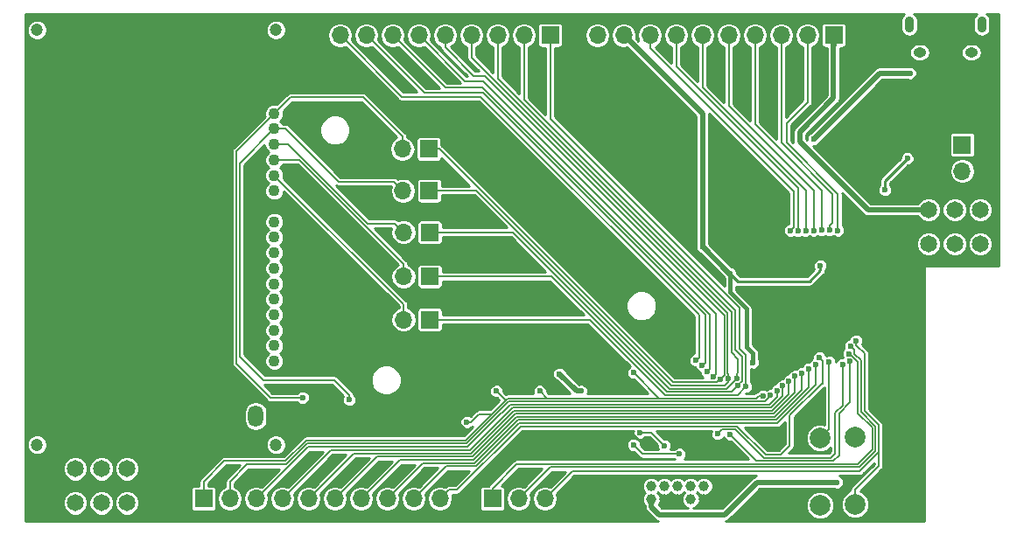
<source format=gbr>
G04 #@! TF.GenerationSoftware,KiCad,Pcbnew,5.0.2-bee76a0~70~ubuntu18.04.1*
G04 #@! TF.CreationDate,2018-12-12T17:35:25-08:00*
G04 #@! TF.ProjectId,NRF52832_Reference,4e524635-3238-4333-925f-526566657265,rev?*
G04 #@! TF.SameCoordinates,Original*
G04 #@! TF.FileFunction,Copper,L2,Bot*
G04 #@! TF.FilePolarity,Positive*
%FSLAX46Y46*%
G04 Gerber Fmt 4.6, Leading zero omitted, Abs format (unit mm)*
G04 Created by KiCad (PCBNEW 5.0.2-bee76a0~70~ubuntu18.04.1) date Wed 12 Dec 2018 05:35:25 PM PST*
%MOMM*%
%LPD*%
G01*
G04 APERTURE LIST*
G04 #@! TA.AperFunction,ComponentPad*
%ADD10R,1.700000X1.700000*%
G04 #@! TD*
G04 #@! TA.AperFunction,ComponentPad*
%ADD11O,1.700000X1.700000*%
G04 #@! TD*
G04 #@! TA.AperFunction,ComponentPad*
%ADD12C,1.000000*%
G04 #@! TD*
G04 #@! TA.AperFunction,ComponentPad*
%ADD13O,1.250000X0.950000*%
G04 #@! TD*
G04 #@! TA.AperFunction,ComponentPad*
%ADD14O,0.890000X1.550000*%
G04 #@! TD*
G04 #@! TA.AperFunction,ComponentPad*
%ADD15C,2.000000*%
G04 #@! TD*
G04 #@! TA.AperFunction,ComponentPad*
%ADD16C,1.650000*%
G04 #@! TD*
G04 #@! TA.AperFunction,ComponentPad*
%ADD17C,1.100000*%
G04 #@! TD*
G04 #@! TA.AperFunction,ComponentPad*
%ADD18O,1.500000X2.100000*%
G04 #@! TD*
G04 #@! TA.AperFunction,ComponentPad*
%ADD19C,1.200000*%
G04 #@! TD*
G04 #@! TA.AperFunction,ViaPad*
%ADD20C,0.500000*%
G04 #@! TD*
G04 #@! TA.AperFunction,Conductor*
%ADD21C,0.150000*%
G04 #@! TD*
G04 #@! TA.AperFunction,Conductor*
%ADD22C,4.300000*%
G04 #@! TD*
G04 #@! TA.AperFunction,ViaPad*
%ADD23C,0.600000*%
G04 #@! TD*
G04 #@! TA.AperFunction,Conductor*
%ADD24C,0.381000*%
G04 #@! TD*
G04 #@! TA.AperFunction,Conductor*
%ADD25C,0.254000*%
G04 #@! TD*
G04 #@! TA.AperFunction,Conductor*
%ADD26C,0.500000*%
G04 #@! TD*
G04 #@! TA.AperFunction,Conductor*
%ADD27C,0.250000*%
G04 #@! TD*
G04 APERTURE END LIST*
D10*
G04 #@! TO.P,J1,1*
G04 #@! TO.N,V+*
X172339000Y-76581000D03*
D11*
G04 #@! TO.P,J1,2*
G04 #@! TO.N,P0.25*
X169799000Y-76581000D03*
G04 #@! TO.P,J1,3*
G04 #@! TO.N,P0.26*
X167259000Y-76581000D03*
G04 #@! TO.P,J1,4*
G04 #@! TO.N,P0.27*
X164719000Y-76581000D03*
G04 #@! TO.P,J1,5*
G04 #@! TO.N,P0.28*
X162179000Y-76581000D03*
G04 #@! TO.P,J1,6*
G04 #@! TO.N,P0.29*
X159639000Y-76581000D03*
G04 #@! TO.P,J1,7*
G04 #@! TO.N,P0.30*
X157099000Y-76581000D03*
G04 #@! TO.P,J1,8*
G04 #@! TO.N,P0.31*
X154559000Y-76581000D03*
G04 #@! TO.P,J1,9*
G04 #@! TO.N,3V3_Ref*
X152019000Y-76581000D03*
G04 #@! TO.P,J1,10*
G04 #@! TO.N,5V_Ref*
X149479000Y-76581000D03*
G04 #@! TD*
D10*
G04 #@! TO.P,J2,1*
G04 #@! TO.N,P0.10_SI*
X144907000Y-76581000D03*
D11*
G04 #@! TO.P,J2,2*
G04 #@! TO.N,P0.09_SCL*
X142367000Y-76581000D03*
G04 #@! TO.P,J2,3*
G04 #@! TO.N,P0.08_A0*
X139827000Y-76581000D03*
G04 #@! TO.P,J2,4*
G04 #@! TO.N,P0.07_RES*
X137287000Y-76581000D03*
G04 #@! TO.P,J2,5*
G04 #@! TO.N,P0.06_CS1*
X134747000Y-76581000D03*
G04 #@! TO.P,J2,6*
G04 #@! TO.N,P0.05*
X132207000Y-76581000D03*
G04 #@! TO.P,J2,7*
G04 #@! TO.N,P0.04*
X129667000Y-76581000D03*
G04 #@! TO.P,J2,8*
G04 #@! TO.N,P0.03*
X127127000Y-76581000D03*
G04 #@! TO.P,J2,9*
G04 #@! TO.N,P0.02*
X124587000Y-76581000D03*
G04 #@! TO.P,J2,10*
G04 #@! TO.N,GND*
X122047000Y-76581000D03*
G04 #@! TD*
G04 #@! TO.P,J3,2*
G04 #@! TO.N,Net-(J3-Pad2)*
X130708400Y-104140000D03*
D10*
G04 #@! TO.P,J3,1*
G04 #@! TO.N,P0.10_SI*
X133248400Y-104140000D03*
G04 #@! TD*
G04 #@! TO.P,J4,1*
G04 #@! TO.N,P0.09_SCL*
X133248400Y-99949000D03*
D11*
G04 #@! TO.P,J4,2*
G04 #@! TO.N,Net-(J4-Pad2)*
X130708400Y-99949000D03*
G04 #@! TD*
G04 #@! TO.P,J5,2*
G04 #@! TO.N,Net-(J5-Pad2)*
X130708400Y-95681800D03*
D10*
G04 #@! TO.P,J5,1*
G04 #@! TO.N,P0.08_A0*
X133248400Y-95681800D03*
G04 #@! TD*
G04 #@! TO.P,J6,1*
G04 #@! TO.N,P0.07_RES*
X133197600Y-91643200D03*
D11*
G04 #@! TO.P,J6,2*
G04 #@! TO.N,Net-(J6-Pad2)*
X130657600Y-91643200D03*
G04 #@! TD*
G04 #@! TO.P,J7,2*
G04 #@! TO.N,Net-(J7-Pad2)*
X130606800Y-87604600D03*
D10*
G04 #@! TO.P,J7,1*
G04 #@! TO.N,P0.06_CS1*
X133146800Y-87604600D03*
G04 #@! TD*
D11*
G04 #@! TO.P,J10,10*
G04 #@! TO.N,P0.20*
X134239000Y-121475500D03*
G04 #@! TO.P,J10,9*
G04 #@! TO.N,P0.19*
X131699000Y-121475500D03*
G04 #@! TO.P,J10,8*
G04 #@! TO.N,P0.18_SWO*
X129159000Y-121475500D03*
G04 #@! TO.P,J10,7*
G04 #@! TO.N,P0.17*
X126619000Y-121475500D03*
G04 #@! TO.P,J10,6*
G04 #@! TO.N,P0.16*
X124079000Y-121475500D03*
G04 #@! TO.P,J10,5*
G04 #@! TO.N,P0.15*
X121539000Y-121475500D03*
G04 #@! TO.P,J10,4*
G04 #@! TO.N,P0.14*
X118999000Y-121475500D03*
G04 #@! TO.P,J10,3*
G04 #@! TO.N,P0.13*
X116459000Y-121475500D03*
G04 #@! TO.P,J10,2*
G04 #@! TO.N,P0.12_SCL*
X113919000Y-121475500D03*
D10*
G04 #@! TO.P,J10,1*
G04 #@! TO.N,P0.11_SDA*
X111379000Y-121475500D03*
G04 #@! TD*
G04 #@! TO.P,J11,1*
G04 #@! TO.N,P0.22*
X139319000Y-121475500D03*
D11*
G04 #@! TO.P,J11,2*
G04 #@! TO.N,P0.23*
X141859000Y-121475500D03*
G04 #@! TO.P,J11,3*
G04 #@! TO.N,P0.24*
X144399000Y-121475500D03*
G04 #@! TO.P,J11,4*
G04 #@! TO.N,GND*
X146939000Y-121475500D03*
G04 #@! TD*
D12*
G04 #@! TO.P,J12,1*
G04 #@! TO.N,3V3_Ref*
X154686000Y-121539000D03*
G04 #@! TO.P,J12,2*
G04 #@! TO.N,Net-(J12-Pad2)*
X154686000Y-120269000D03*
G04 #@! TO.P,J12,3*
G04 #@! TO.N,GND*
X155956000Y-121539000D03*
G04 #@! TO.P,J12,4*
G04 #@! TO.N,Net-(J12-Pad4)*
X155956000Y-120269000D03*
G04 #@! TO.P,J12,5*
G04 #@! TO.N,GND*
X157226000Y-121539000D03*
G04 #@! TO.P,J12,6*
G04 #@! TO.N,Net-(J12-Pad6)*
X157226000Y-120269000D03*
G04 #@! TO.P,J12,7*
G04 #@! TO.N,Net-(J12-Pad7)*
X158496000Y-121539000D03*
G04 #@! TO.P,J12,8*
G04 #@! TO.N,Net-(J12-Pad8)*
X158496000Y-120269000D03*
G04 #@! TO.P,J12,9*
G04 #@! TO.N,GND*
X159766000Y-121539000D03*
G04 #@! TO.P,J12,10*
G04 #@! TO.N,RESET*
X159766000Y-120269000D03*
G04 #@! TD*
D13*
G04 #@! TO.P,J17,6*
G04 #@! TO.N,Net-(C29-Pad1)*
X180634000Y-78239600D03*
X185634000Y-78239600D03*
D14*
X186634000Y-75539600D03*
X179634000Y-75539600D03*
G04 #@! TD*
D10*
G04 #@! TO.P,J18,1*
G04 #@! TO.N,Net-(C40-Pad1)*
X184759600Y-87198200D03*
D11*
G04 #@! TO.P,J18,2*
G04 #@! TO.N,Net-(C36-Pad2)*
X184759600Y-89738200D03*
G04 #@! TD*
D15*
G04 #@! TO.P,SW1,1*
G04 #@! TO.N,P0.24*
X174381600Y-122020400D03*
G04 #@! TO.P,SW1,2*
X174381600Y-115520400D03*
G04 #@! TO.P,SW1,3*
G04 #@! TO.N,GND*
X178881600Y-122020400D03*
G04 #@! TO.P,SW1,4*
X178881600Y-115520400D03*
G04 #@! TD*
G04 #@! TO.P,SW2,4*
G04 #@! TO.N,GND*
X166507600Y-122096600D03*
G04 #@! TO.P,SW2,3*
X166507600Y-115596600D03*
G04 #@! TO.P,SW2,2*
G04 #@! TO.N,RESET*
X171007600Y-122096600D03*
G04 #@! TO.P,SW2,1*
X171007600Y-115596600D03*
G04 #@! TD*
D16*
G04 #@! TO.P,U1,6*
G04 #@! TO.N,3V_Ref*
X103973000Y-118593600D03*
G04 #@! TO.P,U1,5*
G04 #@! TO.N,Net-(U1-Pad5)*
X101473000Y-118593600D03*
G04 #@! TO.P,U1,4*
G04 #@! TO.N,Net-(U1-Pad4)*
X98973000Y-118593600D03*
G04 #@! TO.P,U1,3*
G04 #@! TO.N,3V3_Ref*
X103973000Y-121893600D03*
G04 #@! TO.P,U1,2*
G04 #@! TO.N,Net-(R1-Pad1)*
X101473000Y-121893600D03*
G04 #@! TO.P,U1,1*
G04 #@! TO.N,Net-(U1-Pad1)*
X98973000Y-121893600D03*
G04 #@! TD*
D17*
G04 #@! TO.P,U3,1*
G04 #@! TO.N,Net-(C10-Pad1)*
X118207000Y-108164400D03*
G04 #@! TO.P,U3,2*
G04 #@! TO.N,Net-(C9-Pad1)*
X118207000Y-106664400D03*
G04 #@! TO.P,U3,3*
G04 #@! TO.N,Net-(C7-Pad1)*
X118207000Y-105164400D03*
G04 #@! TO.P,U3,4*
G04 #@! TO.N,Net-(C6-Pad1)*
X118207000Y-103664400D03*
G04 #@! TO.P,U3,5*
G04 #@! TO.N,Net-(C5-Pad1)*
X118207000Y-102164400D03*
G04 #@! TO.P,U3,6*
G04 #@! TO.N,Net-(C2-Pad1)*
X118207000Y-100664400D03*
G04 #@! TO.P,U3,7*
G04 #@! TO.N,Net-(C2-Pad2)*
X118207000Y-99164400D03*
G04 #@! TO.P,U3,8*
G04 #@! TO.N,Net-(C3-Pad2)*
X118207000Y-97664400D03*
G04 #@! TO.P,U3,9*
G04 #@! TO.N,Net-(C3-Pad1)*
X118207000Y-96164400D03*
G04 #@! TO.P,U3,10*
G04 #@! TO.N,Net-(C11-Pad1)*
X118207000Y-94664400D03*
G04 #@! TO.P,U3,11*
G04 #@! TO.N,GND*
X118207000Y-93164400D03*
G04 #@! TO.P,U3,12*
G04 #@! TO.N,Net-(R1-Pad1)*
X118207000Y-91664400D03*
G04 #@! TO.P,U3,13*
G04 #@! TO.N,Net-(J3-Pad2)*
X118207000Y-90164400D03*
G04 #@! TO.P,U3,14*
G04 #@! TO.N,Net-(J4-Pad2)*
X118207000Y-88664400D03*
G04 #@! TO.P,U3,15*
G04 #@! TO.N,Net-(J5-Pad2)*
X118207000Y-87164400D03*
G04 #@! TO.P,U3,16*
G04 #@! TO.N,Net-(J6-Pad2)*
X118207000Y-85664400D03*
G04 #@! TO.P,U3,17*
G04 #@! TO.N,Net-(J7-Pad2)*
X118207000Y-84164400D03*
D18*
G04 #@! TO.P,U3,18*
G04 #@! TO.N,Net-(U1-Pad5)*
X116407000Y-113464400D03*
G04 #@! TO.P,U3,19*
G04 #@! TO.N,GND*
X116407000Y-78864400D03*
D19*
G04 #@! TO.P,U3,*
G04 #@! TO.N,*
X118357000Y-116264400D03*
X118357000Y-76064400D03*
X95257000Y-116264400D03*
X95257000Y-76064400D03*
G04 #@! TD*
D20*
G04 #@! TO.N,GND*
G04 #@! TO.C,U6*
X166044800Y-102265400D03*
X167311467Y-102265400D03*
X168578133Y-102265400D03*
X169844800Y-102265400D03*
X166044800Y-103532067D03*
X167311467Y-103532067D03*
X168578133Y-103532067D03*
X169844800Y-103532067D03*
X166044800Y-104798733D03*
X167311467Y-104798733D03*
X168578133Y-104798733D03*
X169844800Y-104798733D03*
X166044800Y-106065400D03*
X167311467Y-106065400D03*
X168578133Y-106065400D03*
X169844800Y-106065400D03*
D21*
G36*
X169869846Y-102016601D02*
X169894056Y-102020192D01*
X169917798Y-102026139D01*
X169940842Y-102034384D01*
X169962967Y-102044849D01*
X169983960Y-102057431D01*
X170003618Y-102072011D01*
X170021753Y-102088447D01*
X170038189Y-102106582D01*
X170052769Y-102126240D01*
X170065351Y-102147233D01*
X170075816Y-102169358D01*
X170084061Y-102192402D01*
X170090008Y-102216144D01*
X170093599Y-102240354D01*
X170094800Y-102264799D01*
X170094800Y-106066001D01*
X170093599Y-106090446D01*
X170090008Y-106114656D01*
X170084061Y-106138398D01*
X170075816Y-106161442D01*
X170065351Y-106183567D01*
X170052769Y-106204560D01*
X170038189Y-106224218D01*
X170021753Y-106242353D01*
X170003618Y-106258789D01*
X169983960Y-106273369D01*
X169962967Y-106285951D01*
X169940842Y-106296416D01*
X169917798Y-106304661D01*
X169894056Y-106310608D01*
X169869846Y-106314199D01*
X169845401Y-106315400D01*
X166044199Y-106315400D01*
X166019754Y-106314199D01*
X165995544Y-106310608D01*
X165971802Y-106304661D01*
X165948758Y-106296416D01*
X165926633Y-106285951D01*
X165905640Y-106273369D01*
X165885982Y-106258789D01*
X165867847Y-106242353D01*
X165851411Y-106224218D01*
X165836831Y-106204560D01*
X165824249Y-106183567D01*
X165813784Y-106161442D01*
X165805539Y-106138398D01*
X165799592Y-106114656D01*
X165796001Y-106090446D01*
X165794800Y-106066001D01*
X165794800Y-102264799D01*
X165796001Y-102240354D01*
X165799592Y-102216144D01*
X165805539Y-102192402D01*
X165813784Y-102169358D01*
X165824249Y-102147233D01*
X165836831Y-102126240D01*
X165851411Y-102106582D01*
X165867847Y-102088447D01*
X165885982Y-102072011D01*
X165905640Y-102057431D01*
X165926633Y-102044849D01*
X165948758Y-102034384D01*
X165971802Y-102026139D01*
X165995544Y-102020192D01*
X166019754Y-102016601D01*
X166044199Y-102015400D01*
X169845401Y-102015400D01*
X169869846Y-102016601D01*
X169869846Y-102016601D01*
G37*
D22*
X167944800Y-104165400D03*
G04 #@! TD*
D16*
G04 #@! TO.P,U14,1*
G04 #@! TO.N,Net-(U14-Pad1)*
X186523000Y-93498400D03*
G04 #@! TO.P,U14,2*
G04 #@! TO.N,Net-(C40-Pad1)*
X184023000Y-93498400D03*
G04 #@! TO.P,U14,3*
G04 #@! TO.N,V+*
X181523000Y-93498400D03*
G04 #@! TO.P,U14,4*
G04 #@! TO.N,Net-(U14-Pad4)*
X186523000Y-96798400D03*
G04 #@! TO.P,U14,5*
G04 #@! TO.N,Net-(U14-Pad5)*
X184023000Y-96798400D03*
G04 #@! TO.P,U14,6*
G04 #@! TO.N,Net-(U14-Pad6)*
X181523000Y-96798400D03*
G04 #@! TD*
D23*
G04 #@! TO.N,GND*
X154051000Y-85979000D03*
X166243000Y-90805000D03*
X181737000Y-79502000D03*
X162585400Y-94691200D03*
X162839400Y-96164400D03*
X160883600Y-99466400D03*
X156972000Y-102489000D03*
X171907200Y-96977200D03*
X173075600Y-96926400D03*
X174447200Y-95859600D03*
X178206400Y-99009200D03*
X175463200Y-101193600D03*
X175463200Y-102463600D03*
X175717200Y-106781600D03*
X180149500Y-102235000D03*
X178206400Y-102412800D03*
X165100000Y-110591600D03*
X158115000Y-107823000D03*
X179527200Y-106883200D03*
X177647600Y-106883200D03*
X167012800Y-97885600D03*
X167012800Y-99385600D03*
X148399500Y-115125500D03*
X148653500Y-105283000D03*
X155511500Y-105727500D03*
X141160500Y-98171000D03*
X140462000Y-92583000D03*
X142113000Y-88328500D03*
X137541000Y-93281500D03*
X137668000Y-101790500D03*
X143764000Y-81216500D03*
X146240500Y-81978500D03*
X147828000Y-82042000D03*
X136906000Y-88709500D03*
X158496000Y-79375000D03*
X161036000Y-79375000D03*
X152654000Y-82296000D03*
X163893500Y-80454500D03*
X165925500Y-80327500D03*
X168656000Y-80200500D03*
X170688000Y-78613000D03*
X161544000Y-88836500D03*
X158496000Y-88836500D03*
X158115000Y-94488000D03*
X175006000Y-85217000D03*
X173926500Y-78232000D03*
X179070000Y-77152500D03*
X181292500Y-84963000D03*
X181927500Y-88582500D03*
X179832000Y-92011500D03*
X185293000Y-98234500D03*
X187642500Y-98234500D03*
X182626000Y-98234500D03*
X180149500Y-98361500D03*
X180149500Y-100330000D03*
X180149500Y-108331000D03*
X180149500Y-111188500D03*
X180149500Y-113855500D03*
X180149500Y-116967000D03*
X180149500Y-119824500D03*
X168910000Y-114617500D03*
X162052000Y-117157500D03*
X161734500Y-120840500D03*
X153416000Y-119570500D03*
X143065500Y-116840000D03*
X132461000Y-107886500D03*
X101536500Y-115062000D03*
X113030000Y-79883000D03*
X120015000Y-78740000D03*
X147828000Y-119761000D03*
X149415500Y-109474000D03*
X151320500Y-100457000D03*
X128587500Y-79311500D03*
X131191000Y-79375000D03*
X133794500Y-79565500D03*
X136207500Y-78295500D03*
X138620500Y-78486000D03*
X141160500Y-80454500D03*
X127381000Y-85344000D03*
X126047500Y-88455500D03*
X126111000Y-91567000D03*
X126428500Y-96012000D03*
X127762000Y-101028500D03*
X142430500Y-105283000D03*
X142303500Y-103124000D03*
X139192000Y-105473500D03*
X113538000Y-115379500D03*
X116141500Y-106553000D03*
X115633500Y-99441000D03*
X116522500Y-96012000D03*
X116078000Y-90170000D03*
X119888000Y-93345000D03*
X116014500Y-84264500D03*
X120015000Y-95313500D03*
X119951500Y-96837500D03*
X120015000Y-98298000D03*
X120015000Y-99885500D03*
X119951500Y-101409500D03*
X120015000Y-102997000D03*
X119951500Y-104648000D03*
X120015000Y-106299000D03*
X120078500Y-107696000D03*
X150114000Y-110998000D03*
X178752500Y-81597500D03*
X163830000Y-83185000D03*
X162814000Y-87249000D03*
X173926500Y-80962500D03*
X125412500Y-108648500D03*
X125349000Y-106997500D03*
X125349000Y-105410000D03*
X125349000Y-103822500D03*
X125285500Y-102171500D03*
X125349000Y-94742000D03*
G04 #@! TO.N,3V3_Ref*
X164512800Y-108285600D03*
X162312800Y-99685600D03*
X171047799Y-98895603D03*
X172656500Y-119888000D03*
X159639000Y-97091500D03*
X145796000Y-109410500D03*
X147891500Y-111061500D03*
G04 #@! TO.N,P0.24*
X174498000Y-106172000D03*
G04 #@! TO.N,RESET*
X171894500Y-108204000D03*
G04 #@! TO.N,Net-(C32-Pad1)*
X170434000Y-86614000D03*
X179705000Y-80264000D03*
G04 #@! TO.N,Net-(C36-Pad1)*
X177292000Y-91567000D03*
X179451000Y-88519000D03*
G04 #@! TO.N,P0.25*
X172720000Y-95504000D03*
G04 #@! TO.N,P0.26*
X171909467Y-95455467D03*
G04 #@! TO.N,P0.27*
X171138649Y-95483822D03*
G04 #@! TO.N,P0.28*
X170379554Y-95500454D03*
G04 #@! TO.N,P0.29*
X169629575Y-95506317D03*
G04 #@! TO.N,P0.30*
X168879579Y-95503385D03*
G04 #@! TO.N,P0.31*
X168129578Y-95504700D03*
G04 #@! TO.N,P0.02*
X159004000Y-108077000D03*
G04 #@! TO.N,P0.03*
X159608572Y-108601002D03*
G04 #@! TO.N,P0.04*
X160069574Y-109192592D03*
G04 #@! TO.N,P0.05*
X160641288Y-109678025D03*
G04 #@! TO.N,P0.06_CS1*
X161351538Y-109918956D03*
G04 #@! TO.N,P0.07_RES*
X162137025Y-109875933D03*
G04 #@! TO.N,P0.08_A0*
X162952026Y-109803395D03*
G04 #@! TO.N,P0.09_SCL*
X163076939Y-110542922D03*
G04 #@! TO.N,P0.10_SI*
X163830000Y-110617000D03*
G04 #@! TO.N,Net-(J6-Pad2)*
X125476000Y-111887000D03*
G04 #@! TO.N,Net-(J7-Pad2)*
X120967500Y-111696500D03*
G04 #@! TO.N,P0.12_SCL*
X166223075Y-111486784D03*
G04 #@! TO.N,P0.11_SDA*
X165473439Y-111510203D03*
X143891000Y-111061500D03*
X139700000Y-111061500D03*
X152971500Y-109283500D03*
X136842500Y-114046000D03*
G04 #@! TO.N,P0.20*
X170942000Y-107823000D03*
G04 #@! TO.N,P0.19*
X170606589Y-108493822D03*
G04 #@! TO.N,P0.18_SWO*
X169880854Y-108911488D03*
G04 #@! TO.N,P0.17*
X169256779Y-109327461D03*
G04 #@! TO.N,P0.16*
X168565926Y-109619395D03*
G04 #@! TO.N,P0.15*
X167999428Y-110110905D03*
G04 #@! TO.N,P0.14*
X167385401Y-110541570D03*
G04 #@! TO.N,P0.13*
X166827803Y-111043155D03*
G04 #@! TO.N,P0.22*
X173809660Y-107435500D03*
G04 #@! TO.N,P0.23*
X173967669Y-106702331D03*
G04 #@! TO.N,Net-(J12-Pad6)*
X152971500Y-116268500D03*
X157416500Y-117157500D03*
G04 #@! TO.N,/Sheet5BF15571/SWDCLK*
X173195405Y-108471675D03*
X161099500Y-115189000D03*
G04 #@! TO.N,Net-(J12-Pad4)*
X153606500Y-115062000D03*
G04 #@! TO.N,/Sheet5BF15571/SWDIO*
X173887000Y-108181504D03*
X162327988Y-115285100D03*
G04 #@! TO.N,Net-(J12-Pad4)*
X155956000Y-116346000D03*
G04 #@! TD*
D24*
G04 #@! TO.N,3V3_Ref*
X162312800Y-101485600D02*
X162312800Y-99685600D01*
X163912800Y-103085600D02*
X162312800Y-101485600D01*
X163912800Y-106785600D02*
X163912800Y-103085600D01*
X164512800Y-107385600D02*
X163912800Y-106785600D01*
X164512800Y-108285600D02*
X164512800Y-107385600D01*
D25*
X162712800Y-100085600D02*
X162312800Y-99685600D01*
X171047799Y-98895603D02*
X171047799Y-99360601D01*
X171047799Y-99360601D02*
X169976800Y-100431600D01*
X163058800Y-100431600D02*
X162712800Y-100085600D01*
X169976800Y-100431600D02*
X163058800Y-100431600D01*
D26*
X154686000Y-122246106D02*
X155448000Y-123008106D01*
X154686000Y-121539000D02*
X154686000Y-122246106D01*
X155448000Y-123008106D02*
X161789394Y-123008106D01*
X161789394Y-123008106D02*
X164909500Y-119888000D01*
X164909500Y-119888000D02*
X172656500Y-119888000D01*
X162233100Y-99685600D02*
X162312800Y-99685600D01*
X159639000Y-97091500D02*
X162233100Y-99685600D01*
X159639000Y-84201000D02*
X152019000Y-76581000D01*
X159639000Y-97091500D02*
X159639000Y-84201000D01*
X145796000Y-109410500D02*
X147447000Y-111061500D01*
X147447000Y-111061500D02*
X147891500Y-111061500D01*
D21*
G04 #@! TO.N,P0.24*
X147066000Y-118808500D02*
X144399000Y-121475500D01*
X174838556Y-118808500D02*
X147066000Y-118808500D01*
X174498000Y-106596264D02*
X175288520Y-107386784D01*
X175288520Y-107386784D02*
X175288520Y-112971964D01*
X174498000Y-106172000D02*
X174498000Y-106596264D01*
X176685519Y-114368965D02*
X176685518Y-116961538D01*
X175288520Y-112971964D02*
X176685519Y-114368965D01*
X176685518Y-116961538D02*
X174838556Y-118808500D01*
X176685518Y-118302269D02*
X176685518Y-116961538D01*
X174381600Y-120606187D02*
X176685518Y-118302269D01*
X174381600Y-122020400D02*
X174381600Y-120606187D01*
G04 #@! TO.N,RESET*
X171894500Y-114709700D02*
X171007600Y-115596600D01*
X171894500Y-108204000D02*
X171894500Y-114709700D01*
D26*
G04 #@! TO.N,Net-(C32-Pad1)*
X176784000Y-80264000D02*
X170434000Y-86614000D01*
X179705000Y-80264000D02*
X176784000Y-80264000D01*
D27*
G04 #@! TO.N,Net-(C36-Pad1)*
X177292000Y-91567000D02*
X177292000Y-90678000D01*
X177292000Y-90678000D02*
X179451000Y-88519000D01*
D26*
G04 #@! TO.N,V+*
X181523000Y-93498400D02*
X175667400Y-93498400D01*
X175667400Y-93498400D02*
X169037000Y-86868000D01*
X169037000Y-86868000D02*
X169037000Y-85979000D01*
X169037000Y-85979000D02*
X172313600Y-82702400D01*
D21*
X172323000Y-77597000D02*
X172339000Y-77581000D01*
D26*
X172339000Y-77581000D02*
X172339000Y-76581000D01*
D21*
X172313600Y-77597000D02*
X172323000Y-77597000D01*
D26*
X172313600Y-77597000D02*
X172313600Y-77190600D01*
X172313600Y-82702400D02*
X172313600Y-77597000D01*
D21*
G04 #@! TO.N,P0.25*
X169799000Y-83058000D02*
X169799000Y-76581000D01*
X167767000Y-85090000D02*
X169799000Y-83058000D01*
X172720000Y-95504000D02*
X172720000Y-91948000D01*
X167767000Y-86995000D02*
X167767000Y-85090000D01*
X172720000Y-91948000D02*
X167767000Y-86995000D01*
G04 #@! TO.N,P0.26*
X171909467Y-95031203D02*
X172212000Y-94728670D01*
X171909467Y-95455467D02*
X171909467Y-95031203D01*
X172212000Y-94728670D02*
X172212000Y-91948000D01*
X167259000Y-86995000D02*
X167259000Y-76581000D01*
X172212000Y-91948000D02*
X167259000Y-86995000D01*
G04 #@! TO.N,P0.27*
X171138649Y-95483822D02*
X171138649Y-91636649D01*
X164719000Y-85217000D02*
X164719000Y-76581000D01*
X171138649Y-91636649D02*
X164719000Y-85217000D01*
G04 #@! TO.N,P0.28*
X170379554Y-95500454D02*
X170379554Y-91639554D01*
X162179000Y-83439000D02*
X162179000Y-76581000D01*
X170379554Y-91639554D02*
X162179000Y-83439000D01*
G04 #@! TO.N,P0.29*
X169629575Y-95506317D02*
X169629575Y-91651575D01*
X159639000Y-81661000D02*
X159639000Y-76581000D01*
X169629575Y-91651575D02*
X159639000Y-81661000D01*
G04 #@! TO.N,P0.30*
X168879579Y-95503385D02*
X168879579Y-91409579D01*
X157099000Y-79629000D02*
X157099000Y-76581000D01*
X168879579Y-91409579D02*
X157099000Y-79629000D01*
G04 #@! TO.N,P0.31*
X168429577Y-95204701D02*
X168429577Y-91721577D01*
X168129578Y-95504700D02*
X168429577Y-95204701D01*
X154559000Y-77851000D02*
X154559000Y-76581000D01*
X168429577Y-91721577D02*
X154559000Y-77851000D01*
G04 #@! TO.N,P0.02*
X159303999Y-107777001D02*
X159303999Y-103677999D01*
X159004000Y-108077000D02*
X159303999Y-107777001D01*
X159303999Y-103677999D02*
X138176000Y-82550000D01*
X130556000Y-82550000D02*
X124587000Y-76581000D01*
X138176000Y-82550000D02*
X130556000Y-82550000D01*
G04 #@! TO.N,P0.03*
X159908571Y-108301003D02*
X159908571Y-103647571D01*
X159608572Y-108601002D02*
X159908571Y-108301003D01*
X159908571Y-103647571D02*
X138430000Y-82169000D01*
X132715000Y-82169000D02*
X127127000Y-76581000D01*
X138430000Y-82169000D02*
X132715000Y-82169000D01*
G04 #@! TO.N,P0.04*
X160369573Y-108892593D02*
X160369573Y-103663427D01*
X160069574Y-109192592D02*
X160369573Y-108892593D01*
X160369573Y-103663427D02*
X138367146Y-81661000D01*
X134747000Y-81661000D02*
X129667000Y-76581000D01*
X138367146Y-81661000D02*
X134747000Y-81661000D01*
G04 #@! TO.N,P0.05*
X160941287Y-109378026D02*
X160941287Y-103537287D01*
X160641288Y-109678025D02*
X160941287Y-109378026D01*
X160941287Y-103537287D02*
X138430000Y-81026000D01*
X136652000Y-81026000D02*
X132207000Y-76581000D01*
X138430000Y-81026000D02*
X136652000Y-81026000D01*
G04 #@! TO.N,P0.06_CS1*
X138557000Y-80518000D02*
X137481919Y-80518000D01*
X161751990Y-103712990D02*
X138557000Y-80518000D01*
X137481919Y-80518000D02*
X134747000Y-77783081D01*
X161751990Y-109518504D02*
X161751990Y-103712990D01*
X134747000Y-77783081D02*
X134747000Y-76581000D01*
X161351538Y-109918956D02*
X161751990Y-109518504D01*
X134146800Y-87604600D02*
X133146800Y-87604600D01*
X156761155Y-110218955D02*
X134146800Y-87604600D01*
X161051539Y-110218955D02*
X156761155Y-110218955D01*
X161351538Y-109918956D02*
X161051539Y-110218955D01*
G04 #@! TO.N,P0.07_RES*
X137287000Y-78740000D02*
X137287000Y-76581000D01*
X162052000Y-103505000D02*
X137287000Y-78740000D01*
X162052000Y-109366644D02*
X162052000Y-103505000D01*
X162137025Y-109875933D02*
X162137025Y-109451669D01*
X162137025Y-109451669D02*
X162052000Y-109366644D01*
X162137025Y-109875933D02*
X162031067Y-109875933D01*
X156619965Y-110518965D02*
X137744200Y-91643200D01*
X161769035Y-110518965D02*
X156619965Y-110518965D01*
X162137025Y-109875933D02*
X162137025Y-110150975D01*
X137744200Y-91643200D02*
X133197600Y-91643200D01*
X162137025Y-110150975D02*
X161769035Y-110518965D01*
G04 #@! TO.N,P0.08_A0*
X162952026Y-109379131D02*
X163068000Y-109263157D01*
X162952026Y-109803395D02*
X162952026Y-109379131D01*
X163068000Y-109263157D02*
X163068000Y-107950000D01*
X163068000Y-107950000D02*
X162433000Y-107315000D01*
X162433000Y-107315000D02*
X162433000Y-103304676D01*
X162433000Y-103304676D02*
X162359676Y-103304676D01*
X139827000Y-80772000D02*
X139827000Y-76581000D01*
X162359676Y-103304676D02*
X139827000Y-80772000D01*
X161936447Y-110818974D02*
X156411974Y-110818974D01*
X162952026Y-109803395D02*
X161936447Y-110818974D01*
X141274800Y-95681800D02*
X133248400Y-95681800D01*
X156411974Y-110818974D02*
X141274800Y-95681800D01*
G04 #@! TO.N,P0.09_SCL*
X163076939Y-110455484D02*
X163477027Y-110055396D01*
X163076939Y-110542922D02*
X163076939Y-110455484D01*
X163477027Y-110055396D02*
X163477027Y-107724027D01*
X163477027Y-107724027D02*
X162814000Y-107061000D01*
X142367000Y-82814398D02*
X142367000Y-76581000D01*
X162814000Y-107061000D02*
X162814000Y-103261398D01*
X162814000Y-103261398D02*
X142367000Y-82814398D01*
X162500878Y-111118983D02*
X156343017Y-111118983D01*
X163076939Y-110542922D02*
X162500878Y-111118983D01*
X156343017Y-111118983D02*
X156287705Y-111118983D01*
X156343017Y-111118983D02*
X156203983Y-111118983D01*
X145034000Y-99949000D02*
X133248400Y-99949000D01*
X156203983Y-111118983D02*
X145034000Y-99949000D01*
G04 #@! TO.N,P0.10_SI*
X163830000Y-110617000D02*
X163830000Y-107569000D01*
X163830000Y-107569000D02*
X163195000Y-106934000D01*
X144907000Y-77581000D02*
X144907000Y-76581000D01*
X144907000Y-84667418D02*
X144907000Y-77581000D01*
X163195000Y-102955418D02*
X144907000Y-84667418D01*
X163195000Y-106934000D02*
X163195000Y-102955418D01*
X148717000Y-104140000D02*
X133248400Y-104140000D01*
X155995992Y-111418992D02*
X148717000Y-104140000D01*
X163830000Y-110617000D02*
X163028008Y-111418992D01*
X163028008Y-111418992D02*
X155995992Y-111418992D01*
G04 #@! TO.N,Net-(J3-Pad2)*
X130708400Y-102665800D02*
X118207000Y-90164400D01*
X130708400Y-104140000D02*
X130708400Y-102665800D01*
G04 #@! TO.N,Net-(J4-Pad2)*
X130708400Y-98746919D02*
X130708400Y-99949000D01*
X130707641Y-98746919D02*
X130708400Y-98746919D01*
X118207000Y-88664400D02*
X120625122Y-88664400D01*
X120625122Y-88664400D02*
X130707641Y-98746919D01*
G04 #@! TO.N,Net-(J5-Pad2)*
X118984817Y-87164400D02*
X118207000Y-87164400D01*
X129858401Y-94831801D02*
X127216801Y-94831801D01*
X130708400Y-95681800D02*
X129858401Y-94831801D01*
X119549400Y-87164400D02*
X118207000Y-87164400D01*
X127216801Y-94831801D02*
X119549400Y-87164400D01*
G04 #@! TO.N,Net-(J6-Pad2)*
X125476000Y-111462736D02*
X123995264Y-109982000D01*
X125476000Y-111887000D02*
X125476000Y-111462736D01*
X123995264Y-109982000D02*
X117157500Y-109982000D01*
X117157500Y-109982000D02*
X114871500Y-107696000D01*
X114871500Y-88999900D02*
X118207000Y-85664400D01*
X114871500Y-107696000D02*
X114871500Y-88999900D01*
X129807601Y-90793201D02*
X124448201Y-90793201D01*
X130657600Y-91643200D02*
X129807601Y-90793201D01*
X119319400Y-85664400D02*
X118207000Y-85664400D01*
X124448201Y-90793201D02*
X119319400Y-85664400D01*
G04 #@! TO.N,Net-(J7-Pad2)*
X120967500Y-111696500D02*
X117856000Y-111696500D01*
X117657001Y-84714399D02*
X118207000Y-84164400D01*
X114571490Y-87799910D02*
X117657001Y-84714399D01*
X114571490Y-108411990D02*
X114571490Y-87799910D01*
X117856000Y-111696500D02*
X114571490Y-108411990D01*
X130606800Y-86402519D02*
X126817781Y-82613500D01*
X130606800Y-87604600D02*
X130606800Y-86402519D01*
X119757900Y-82613500D02*
X118207000Y-84164400D01*
X126817781Y-82613500D02*
X119757900Y-82613500D01*
G04 #@! TO.N,P0.12_SCL*
X113919000Y-119824500D02*
X113919000Y-121475500D01*
X115570000Y-118173500D02*
X113919000Y-119824500D01*
X119359778Y-118173500D02*
X115570000Y-118173500D01*
X166223075Y-111537569D02*
X165700634Y-112060010D01*
X166223075Y-111486784D02*
X166223075Y-111537569D01*
X140903768Y-112060010D02*
X136839768Y-116124010D01*
X136839768Y-116124010D02*
X121409268Y-116124010D01*
X165700634Y-112060010D02*
X140903768Y-112060010D01*
X121409268Y-116124010D02*
X119359778Y-118173500D01*
G04 #@! TO.N,P0.11_SDA*
X119316500Y-117792500D02*
X113388900Y-117792500D01*
X165473439Y-111510203D02*
X165049175Y-111510203D01*
X165049175Y-111510203D02*
X164799378Y-111760000D01*
X136715500Y-115824000D02*
X121285000Y-115824000D01*
X121285000Y-115824000D02*
X119316500Y-117792500D01*
X111379000Y-119802400D02*
X111379000Y-121475500D01*
X113388900Y-117792500D02*
X111379000Y-119802400D01*
X144589500Y-111760000D02*
X144653000Y-111760000D01*
X143891000Y-111061500D02*
X144589500Y-111760000D01*
X144653000Y-111760000D02*
X140779500Y-111760000D01*
X139999999Y-111361499D02*
X140589000Y-111950500D01*
X140779500Y-111760000D02*
X140589000Y-111950500D01*
X139700000Y-111061500D02*
X139999999Y-111361499D01*
X155448000Y-111760000D02*
X155829000Y-111760000D01*
X152971500Y-109283500D02*
X155448000Y-111760000D01*
X164799378Y-111760000D02*
X155829000Y-111760000D01*
X155829000Y-111760000D02*
X144653000Y-111760000D01*
X137266764Y-114046000D02*
X138028764Y-113284000D01*
X136842500Y-114046000D02*
X137266764Y-114046000D01*
X138028764Y-113284000D02*
X139255500Y-113284000D01*
X140589000Y-111950500D02*
X139255500Y-113284000D01*
X139255500Y-113284000D02*
X136715500Y-115824000D01*
G04 #@! TO.N,P0.20*
X135088999Y-120625501D02*
X134239000Y-121475500D01*
X135856667Y-120625501D02*
X135088999Y-120625501D01*
X142022078Y-114460090D02*
X135856667Y-120625501D01*
X162974090Y-114460090D02*
X162877500Y-114460090D01*
X167195500Y-117221000D02*
X165735000Y-117221000D01*
X168084500Y-116332000D02*
X167195500Y-117221000D01*
X168084500Y-113372307D02*
X168084500Y-116332000D01*
X170942000Y-107823000D02*
X171241999Y-108122999D01*
X165735000Y-117221000D02*
X162974090Y-114460090D01*
X162877500Y-114460090D02*
X142022078Y-114460090D01*
X171139806Y-110317001D02*
X168084500Y-113372307D01*
X171241999Y-108122999D02*
X171241999Y-110317001D01*
X171241999Y-110317001D02*
X171139806Y-110317001D01*
G04 #@! TO.N,P0.19*
X141897810Y-114160080D02*
X137711380Y-118346510D01*
X137711380Y-118346510D02*
X134827990Y-118346510D01*
X166872449Y-114160080D02*
X141897810Y-114160080D01*
X170606589Y-108493822D02*
X170606589Y-110425940D01*
X134827990Y-118346510D02*
X131699000Y-121475500D01*
X170606589Y-110425940D02*
X166872449Y-114160080D01*
G04 #@! TO.N,P0.18_SWO*
X169880854Y-110727397D02*
X166748181Y-113860070D01*
X169880854Y-108911488D02*
X169880854Y-110727397D01*
X141773542Y-113860070D02*
X137587112Y-118046500D01*
X166748181Y-113860070D02*
X141773542Y-113860070D01*
X132588000Y-118046500D02*
X129159000Y-121475500D01*
X137587112Y-118046500D02*
X132588000Y-118046500D01*
G04 #@! TO.N,P0.17*
X169256779Y-110927194D02*
X166623913Y-113560060D01*
X169256779Y-109327461D02*
X169256779Y-110927194D01*
X141649274Y-113560060D02*
X137480334Y-117729000D01*
X166623913Y-113560060D02*
X141649274Y-113560060D01*
X130365500Y-117729000D02*
X126619000Y-121475500D01*
X137480334Y-117729000D02*
X130365500Y-117729000D01*
G04 #@! TO.N,P0.16*
X137391046Y-117394010D02*
X128160490Y-117394010D01*
X141525006Y-113260050D02*
X137391046Y-117394010D01*
X166499645Y-113260050D02*
X141525006Y-113260050D01*
X168565926Y-109619395D02*
X168565926Y-111193769D01*
X128160490Y-117394010D02*
X124079000Y-121475500D01*
X168565926Y-111193769D02*
X166499645Y-113260050D01*
G04 #@! TO.N,P0.15*
X125920500Y-117094000D02*
X121539000Y-121475500D01*
X167999428Y-110110905D02*
X167999428Y-111335989D01*
X137266778Y-117094000D02*
X125920500Y-117094000D01*
X141400738Y-112960040D02*
X137266778Y-117094000D01*
X166375377Y-112960040D02*
X141400738Y-112960040D01*
X167999428Y-111335989D02*
X166375377Y-112960040D01*
G04 #@! TO.N,P0.14*
X167385401Y-111525738D02*
X166251109Y-112660030D01*
X167385401Y-110541570D02*
X167385401Y-111525738D01*
X166251109Y-112660030D02*
X141276470Y-112660030D01*
X141276470Y-112660030D02*
X137160000Y-116776500D01*
X123698000Y-116776500D02*
X118999000Y-121475500D01*
X137160000Y-116776500D02*
X123698000Y-116776500D01*
G04 #@! TO.N,P0.13*
X117308999Y-120625501D02*
X116459000Y-121475500D01*
X117332055Y-120625501D02*
X117308999Y-120625501D01*
X121498556Y-116459000D02*
X117332055Y-120625501D01*
X141068480Y-112360020D02*
X140271500Y-113157000D01*
X140271500Y-113157000D02*
X140231056Y-113157000D01*
X140231056Y-113157000D02*
X136929056Y-116459000D01*
X136929056Y-116459000D02*
X121498556Y-116459000D01*
X166827803Y-111043155D02*
X166827803Y-111659058D01*
X166827803Y-111659058D02*
X166126841Y-112360020D01*
X166126841Y-112360020D02*
X141068480Y-112360020D01*
G04 #@! TO.N,P0.22*
X173917998Y-107435500D02*
X173809660Y-107435500D01*
X174688500Y-108206002D02*
X173917998Y-107435500D01*
X174688500Y-113220500D02*
X174688500Y-108206002D01*
X139319000Y-121475500D02*
X139319000Y-120475500D01*
X176085500Y-116713000D02*
X176085500Y-114617500D01*
X139319000Y-120475500D02*
X141673470Y-118121030D01*
X174677470Y-118121030D02*
X176085500Y-116713000D01*
X141673470Y-118121030D02*
X174677470Y-118121030D01*
X176085500Y-114617500D02*
X174688500Y-113220500D01*
G04 #@! TO.N,P0.23*
X144913460Y-118421040D02*
X141859000Y-121475500D01*
X174801738Y-118421040D02*
X144913460Y-118421040D01*
X176385509Y-116837269D02*
X174801738Y-118421040D01*
X174334661Y-107069323D02*
X174334661Y-107427885D01*
X176385510Y-114493232D02*
X176385509Y-116837269D01*
X173967669Y-106702331D02*
X174334661Y-107069323D01*
X174988510Y-108081734D02*
X174988510Y-113096232D01*
X174988510Y-113096232D02*
X176385510Y-114493232D01*
X174334661Y-107427885D02*
X174988510Y-108081734D01*
G04 #@! TO.N,Net-(J12-Pad6)*
X152971500Y-116268500D02*
X153860500Y-117157500D01*
X153860500Y-117157500D02*
X157416500Y-117157500D01*
G04 #@! TO.N,/Sheet5BF15571/SWDCLK*
X173195405Y-108471675D02*
X173195405Y-112427595D01*
X173195405Y-112427595D02*
X172466000Y-113157000D01*
X172466000Y-113157000D02*
X172466000Y-117094000D01*
X172466000Y-117094000D02*
X172038990Y-117521010D01*
X172038990Y-117521010D02*
X165590510Y-117521010D01*
X165590510Y-117521010D02*
X163258500Y-115189000D01*
X163258500Y-115189000D02*
X162829600Y-114760100D01*
X162829600Y-114760100D02*
X161528400Y-114760100D01*
X161528400Y-114760100D02*
X161099500Y-115189000D01*
G04 #@! TO.N,/Sheet5BF15571/SWDIO*
X173887000Y-112160278D02*
X172847000Y-113200278D01*
X173887000Y-108181504D02*
X173887000Y-112160278D01*
X172847000Y-113200278D02*
X172847000Y-117284500D01*
X172847000Y-117284500D02*
X172310480Y-117821020D01*
X172310480Y-117821020D02*
X165446020Y-117821020D01*
X165446020Y-117821020D02*
X164863908Y-117821020D01*
X164863908Y-117821020D02*
X162327988Y-115285100D01*
G04 #@! TO.N,Net-(J12-Pad4)*
X153606500Y-115062000D02*
X154672000Y-115062000D01*
X154672000Y-115062000D02*
X155956000Y-116346000D01*
G04 #@! TD*
D25*
G04 #@! TO.N,GND*
G36*
X179041373Y-74616972D02*
X178859695Y-74888872D01*
X178812000Y-75128645D01*
X178812000Y-75950554D01*
X178859694Y-76190327D01*
X179041372Y-76462228D01*
X179313272Y-76643906D01*
X179634000Y-76707703D01*
X179954727Y-76643906D01*
X180226628Y-76462228D01*
X180408306Y-76190328D01*
X180456000Y-75950555D01*
X180456000Y-75128645D01*
X180408306Y-74888872D01*
X180226628Y-74616972D01*
X180107840Y-74537600D01*
X186160161Y-74537600D01*
X186041373Y-74616972D01*
X185859695Y-74888872D01*
X185812000Y-75128645D01*
X185812000Y-75950554D01*
X185859694Y-76190327D01*
X186041372Y-76462228D01*
X186313272Y-76643906D01*
X186634000Y-76707703D01*
X186954727Y-76643906D01*
X187226628Y-76462228D01*
X187408306Y-76190328D01*
X187456000Y-75950555D01*
X187456000Y-75128645D01*
X187408306Y-74888872D01*
X187226628Y-74616972D01*
X187107840Y-74537600D01*
X188260800Y-74537600D01*
X188260800Y-98958600D01*
X181212800Y-98958600D01*
X181164199Y-98968267D01*
X181122997Y-98995797D01*
X181095467Y-99036999D01*
X181085800Y-99085600D01*
X181085800Y-123633600D01*
X161858715Y-123633600D01*
X162034037Y-123598726D01*
X162241435Y-123460147D01*
X162276414Y-123407797D01*
X163861513Y-121822698D01*
X169630600Y-121822698D01*
X169630600Y-122370502D01*
X169840236Y-122876608D01*
X170227592Y-123263964D01*
X170733698Y-123473600D01*
X171281502Y-123473600D01*
X171787608Y-123263964D01*
X172174964Y-122876608D01*
X172384600Y-122370502D01*
X172384600Y-121822698D01*
X172174964Y-121316592D01*
X171787608Y-120929236D01*
X171281502Y-120719600D01*
X170733698Y-120719600D01*
X170227592Y-120929236D01*
X169840236Y-121316592D01*
X169630600Y-121822698D01*
X163861513Y-121822698D01*
X165169212Y-120515000D01*
X172401125Y-120515000D01*
X172521836Y-120565000D01*
X172791164Y-120565000D01*
X173039990Y-120461933D01*
X173230433Y-120271490D01*
X173333500Y-120022664D01*
X173333500Y-119753336D01*
X173230433Y-119504510D01*
X173039990Y-119314067D01*
X172910668Y-119260500D01*
X174794038Y-119260500D01*
X174838556Y-119269355D01*
X174883074Y-119260500D01*
X175014918Y-119234275D01*
X175164430Y-119134374D01*
X175189649Y-119096631D01*
X176233518Y-118052762D01*
X176233518Y-118115044D01*
X174093467Y-120255096D01*
X174055727Y-120280313D01*
X174030510Y-120318053D01*
X174030509Y-120318054D01*
X173955825Y-120429826D01*
X173920745Y-120606187D01*
X173929601Y-120650709D01*
X173929601Y-120717170D01*
X173601592Y-120853036D01*
X173214236Y-121240392D01*
X173004600Y-121746498D01*
X173004600Y-122294302D01*
X173214236Y-122800408D01*
X173601592Y-123187764D01*
X174107698Y-123397400D01*
X174655502Y-123397400D01*
X175161608Y-123187764D01*
X175548964Y-122800408D01*
X175758600Y-122294302D01*
X175758600Y-121746498D01*
X175548964Y-121240392D01*
X175161608Y-120853036D01*
X174887510Y-120739501D01*
X176973652Y-118653360D01*
X177011392Y-118628143D01*
X177111293Y-118478631D01*
X177135586Y-118356500D01*
X177146373Y-118302270D01*
X177137518Y-118257752D01*
X177137518Y-117006055D01*
X177146373Y-116961538D01*
X177137518Y-116917020D01*
X177137517Y-116917015D01*
X177137519Y-114413482D01*
X177146374Y-114368965D01*
X177111294Y-114192603D01*
X177036610Y-114080831D01*
X177036608Y-114080829D01*
X177011393Y-114043092D01*
X176973656Y-114017877D01*
X175740520Y-112784740D01*
X175740520Y-107431301D01*
X175749375Y-107386783D01*
X175714295Y-107210422D01*
X175646945Y-107109626D01*
X175614394Y-107060910D01*
X175576654Y-107035693D01*
X175079114Y-106538154D01*
X175175000Y-106306664D01*
X175175000Y-106037336D01*
X175071933Y-105788510D01*
X174881490Y-105598067D01*
X174632664Y-105495000D01*
X174363336Y-105495000D01*
X174114510Y-105598067D01*
X173924067Y-105788510D01*
X173824516Y-106028847D01*
X173584179Y-106128398D01*
X173393736Y-106318841D01*
X173290669Y-106567667D01*
X173290669Y-106836995D01*
X173337553Y-106950184D01*
X173235727Y-107052010D01*
X173132660Y-107300836D01*
X173132660Y-107570164D01*
X173225655Y-107794675D01*
X173060741Y-107794675D01*
X172811915Y-107897742D01*
X172621472Y-108088185D01*
X172571500Y-108208828D01*
X172571500Y-108069336D01*
X172468433Y-107820510D01*
X172277990Y-107630067D01*
X172029164Y-107527000D01*
X171759836Y-107527000D01*
X171582584Y-107600420D01*
X171515933Y-107439510D01*
X171325490Y-107249067D01*
X171076664Y-107146000D01*
X170807336Y-107146000D01*
X170558510Y-107249067D01*
X170368067Y-107439510D01*
X170265000Y-107688336D01*
X170265000Y-107902533D01*
X170223099Y-107919889D01*
X170032656Y-108110332D01*
X169981229Y-108234488D01*
X169746190Y-108234488D01*
X169497364Y-108337555D01*
X169306921Y-108527998D01*
X169256195Y-108650461D01*
X169122115Y-108650461D01*
X168873289Y-108753528D01*
X168684422Y-108942395D01*
X168431262Y-108942395D01*
X168182436Y-109045462D01*
X167991993Y-109235905D01*
X167909979Y-109433905D01*
X167864764Y-109433905D01*
X167615938Y-109536972D01*
X167425495Y-109727415D01*
X167368684Y-109864570D01*
X167250737Y-109864570D01*
X167001911Y-109967637D01*
X166811468Y-110158080D01*
X166725281Y-110366155D01*
X166693139Y-110366155D01*
X166444313Y-110469222D01*
X166253870Y-110659665D01*
X166191689Y-110809784D01*
X166088411Y-110809784D01*
X165839585Y-110912851D01*
X165828105Y-110924331D01*
X165608103Y-110833203D01*
X165338775Y-110833203D01*
X165089949Y-110936270D01*
X164958918Y-111067301D01*
X164872813Y-111084428D01*
X164723301Y-111184329D01*
X164698082Y-111222072D01*
X164612154Y-111308000D01*
X163778225Y-111308000D01*
X163792225Y-111294000D01*
X163964664Y-111294000D01*
X164213490Y-111190933D01*
X164403933Y-111000490D01*
X164507000Y-110751664D01*
X164507000Y-110482336D01*
X164403933Y-110233510D01*
X164282000Y-110111577D01*
X164282000Y-108922779D01*
X164378136Y-108962600D01*
X164647464Y-108962600D01*
X164896290Y-108859533D01*
X165086733Y-108669090D01*
X165189800Y-108420264D01*
X165189800Y-108150936D01*
X165086733Y-107902110D01*
X165080300Y-107895677D01*
X165080300Y-107441482D01*
X165091416Y-107385599D01*
X165080300Y-107329716D01*
X165080300Y-107329712D01*
X165047372Y-107164173D01*
X164921944Y-106976456D01*
X164874563Y-106944797D01*
X164480300Y-106550535D01*
X164480300Y-103141488D01*
X164491417Y-103085600D01*
X164447372Y-102864173D01*
X164353602Y-102723835D01*
X164353601Y-102723834D01*
X164321944Y-102676456D01*
X164274566Y-102644799D01*
X162880300Y-101250535D01*
X162880300Y-100909967D01*
X163009165Y-100935600D01*
X163009168Y-100935600D01*
X163058800Y-100945472D01*
X163108431Y-100935600D01*
X169927169Y-100935600D01*
X169976800Y-100945472D01*
X170026431Y-100935600D01*
X170026435Y-100935600D01*
X170173451Y-100906357D01*
X170340163Y-100794963D01*
X170368280Y-100752883D01*
X171369082Y-99752081D01*
X171411162Y-99723964D01*
X171522556Y-99557252D01*
X171551799Y-99410235D01*
X171551799Y-99410232D01*
X171561671Y-99360602D01*
X171558113Y-99342712D01*
X171621732Y-99279093D01*
X171724799Y-99030267D01*
X171724799Y-98760939D01*
X171621732Y-98512113D01*
X171431289Y-98321670D01*
X171182463Y-98218603D01*
X170913135Y-98218603D01*
X170664309Y-98321670D01*
X170473866Y-98512113D01*
X170370799Y-98760939D01*
X170370799Y-99030267D01*
X170457077Y-99238560D01*
X169768037Y-99927600D01*
X163267564Y-99927600D01*
X163034084Y-99694121D01*
X162989800Y-99649837D01*
X162989800Y-99550936D01*
X162886733Y-99302110D01*
X162696290Y-99111667D01*
X162447464Y-99008600D01*
X162442812Y-99008600D01*
X160266000Y-96831789D01*
X160266000Y-96559307D01*
X180321000Y-96559307D01*
X180321000Y-97037493D01*
X180503993Y-97479279D01*
X180842121Y-97817407D01*
X181283907Y-98000400D01*
X181762093Y-98000400D01*
X182203879Y-97817407D01*
X182542007Y-97479279D01*
X182725000Y-97037493D01*
X182725000Y-96559307D01*
X182821000Y-96559307D01*
X182821000Y-97037493D01*
X183003993Y-97479279D01*
X183342121Y-97817407D01*
X183783907Y-98000400D01*
X184262093Y-98000400D01*
X184703879Y-97817407D01*
X185042007Y-97479279D01*
X185225000Y-97037493D01*
X185225000Y-96559307D01*
X185321000Y-96559307D01*
X185321000Y-97037493D01*
X185503993Y-97479279D01*
X185842121Y-97817407D01*
X186283907Y-98000400D01*
X186762093Y-98000400D01*
X187203879Y-97817407D01*
X187542007Y-97479279D01*
X187725000Y-97037493D01*
X187725000Y-96559307D01*
X187542007Y-96117521D01*
X187203879Y-95779393D01*
X186762093Y-95596400D01*
X186283907Y-95596400D01*
X185842121Y-95779393D01*
X185503993Y-96117521D01*
X185321000Y-96559307D01*
X185225000Y-96559307D01*
X185042007Y-96117521D01*
X184703879Y-95779393D01*
X184262093Y-95596400D01*
X183783907Y-95596400D01*
X183342121Y-95779393D01*
X183003993Y-96117521D01*
X182821000Y-96559307D01*
X182725000Y-96559307D01*
X182542007Y-96117521D01*
X182203879Y-95779393D01*
X181762093Y-95596400D01*
X181283907Y-95596400D01*
X180842121Y-95779393D01*
X180503993Y-96117521D01*
X180321000Y-96559307D01*
X160266000Y-96559307D01*
X160266000Y-84262744D01*
X160276871Y-84208095D01*
X167977578Y-91908803D01*
X167977577Y-94834881D01*
X167746088Y-94930767D01*
X167555645Y-95121210D01*
X167452578Y-95370036D01*
X167452578Y-95639364D01*
X167555645Y-95888190D01*
X167746088Y-96078633D01*
X167994914Y-96181700D01*
X168264242Y-96181700D01*
X168506166Y-96081492D01*
X168744915Y-96180385D01*
X169014243Y-96180385D01*
X169251038Y-96082301D01*
X169494911Y-96183317D01*
X169764239Y-96183317D01*
X170011642Y-96080840D01*
X170244890Y-96177454D01*
X170514218Y-96177454D01*
X170763044Y-96074387D01*
X170772495Y-96064936D01*
X171003985Y-96160822D01*
X171273313Y-96160822D01*
X171522139Y-96057755D01*
X171543313Y-96036581D01*
X171774803Y-96132467D01*
X172044131Y-96132467D01*
X172289436Y-96030859D01*
X172336510Y-96077933D01*
X172585336Y-96181000D01*
X172854664Y-96181000D01*
X173103490Y-96077933D01*
X173293933Y-95887490D01*
X173397000Y-95638664D01*
X173397000Y-95369336D01*
X173293933Y-95120510D01*
X173172000Y-94998577D01*
X173172000Y-91992518D01*
X173180855Y-91948000D01*
X173168581Y-91886293D01*
X175180381Y-93898093D01*
X175215359Y-93950441D01*
X175267707Y-93985419D01*
X175267708Y-93985420D01*
X175422757Y-94089020D01*
X175605650Y-94125400D01*
X175605654Y-94125400D01*
X175667400Y-94137682D01*
X175729146Y-94125400D01*
X180481676Y-94125400D01*
X180503993Y-94179279D01*
X180842121Y-94517407D01*
X181283907Y-94700400D01*
X181762093Y-94700400D01*
X182203879Y-94517407D01*
X182542007Y-94179279D01*
X182725000Y-93737493D01*
X182725000Y-93259307D01*
X182821000Y-93259307D01*
X182821000Y-93737493D01*
X183003993Y-94179279D01*
X183342121Y-94517407D01*
X183783907Y-94700400D01*
X184262093Y-94700400D01*
X184703879Y-94517407D01*
X185042007Y-94179279D01*
X185225000Y-93737493D01*
X185225000Y-93259307D01*
X185321000Y-93259307D01*
X185321000Y-93737493D01*
X185503993Y-94179279D01*
X185842121Y-94517407D01*
X186283907Y-94700400D01*
X186762093Y-94700400D01*
X187203879Y-94517407D01*
X187542007Y-94179279D01*
X187725000Y-93737493D01*
X187725000Y-93259307D01*
X187542007Y-92817521D01*
X187203879Y-92479393D01*
X186762093Y-92296400D01*
X186283907Y-92296400D01*
X185842121Y-92479393D01*
X185503993Y-92817521D01*
X185321000Y-93259307D01*
X185225000Y-93259307D01*
X185042007Y-92817521D01*
X184703879Y-92479393D01*
X184262093Y-92296400D01*
X183783907Y-92296400D01*
X183342121Y-92479393D01*
X183003993Y-92817521D01*
X182821000Y-93259307D01*
X182725000Y-93259307D01*
X182542007Y-92817521D01*
X182203879Y-92479393D01*
X181762093Y-92296400D01*
X181283907Y-92296400D01*
X180842121Y-92479393D01*
X180503993Y-92817521D01*
X180481676Y-92871400D01*
X175927112Y-92871400D01*
X174488048Y-91432336D01*
X176615000Y-91432336D01*
X176615000Y-91701664D01*
X176718067Y-91950490D01*
X176908510Y-92140933D01*
X177157336Y-92244000D01*
X177426664Y-92244000D01*
X177675490Y-92140933D01*
X177865933Y-91950490D01*
X177969000Y-91701664D01*
X177969000Y-91432336D01*
X177865933Y-91183510D01*
X177794000Y-91111577D01*
X177794000Y-90885934D01*
X178941735Y-89738200D01*
X183508562Y-89738200D01*
X183603792Y-90216952D01*
X183874983Y-90622817D01*
X184280848Y-90894008D01*
X184638753Y-90965200D01*
X184880447Y-90965200D01*
X185238352Y-90894008D01*
X185644217Y-90622817D01*
X185915408Y-90216952D01*
X186010638Y-89738200D01*
X185915408Y-89259448D01*
X185644217Y-88853583D01*
X185238352Y-88582392D01*
X184880447Y-88511200D01*
X184638753Y-88511200D01*
X184280848Y-88582392D01*
X183874983Y-88853583D01*
X183603792Y-89259448D01*
X183508562Y-89738200D01*
X178941735Y-89738200D01*
X179483936Y-89196000D01*
X179585664Y-89196000D01*
X179834490Y-89092933D01*
X180024933Y-88902490D01*
X180128000Y-88653664D01*
X180128000Y-88384336D01*
X180024933Y-88135510D01*
X179834490Y-87945067D01*
X179585664Y-87842000D01*
X179316336Y-87842000D01*
X179067510Y-87945067D01*
X178877067Y-88135510D01*
X178774000Y-88384336D01*
X178774000Y-88486064D01*
X176971991Y-90288075D01*
X176930080Y-90316079D01*
X176902076Y-90357990D01*
X176902074Y-90357992D01*
X176819128Y-90482130D01*
X176780167Y-90678000D01*
X176790001Y-90727438D01*
X176790001Y-91111576D01*
X176718067Y-91183510D01*
X176615000Y-91432336D01*
X174488048Y-91432336D01*
X170346711Y-87291000D01*
X170568664Y-87291000D01*
X170817490Y-87187933D01*
X171007933Y-86997490D01*
X171057934Y-86876777D01*
X171586511Y-86348200D01*
X183525215Y-86348200D01*
X183525215Y-88048200D01*
X183554475Y-88195298D01*
X183637799Y-88320001D01*
X183762502Y-88403325D01*
X183909600Y-88432585D01*
X185609600Y-88432585D01*
X185756698Y-88403325D01*
X185881401Y-88320001D01*
X185964725Y-88195298D01*
X185993985Y-88048200D01*
X185993985Y-86348200D01*
X185964725Y-86201102D01*
X185881401Y-86076399D01*
X185756698Y-85993075D01*
X185609600Y-85963815D01*
X183909600Y-85963815D01*
X183762502Y-85993075D01*
X183637799Y-86076399D01*
X183554475Y-86201102D01*
X183525215Y-86348200D01*
X171586511Y-86348200D01*
X177043712Y-80891000D01*
X179449625Y-80891000D01*
X179570336Y-80941000D01*
X179839664Y-80941000D01*
X180088490Y-80837933D01*
X180278933Y-80647490D01*
X180382000Y-80398664D01*
X180382000Y-80129336D01*
X180278933Y-79880510D01*
X180088490Y-79690067D01*
X179839664Y-79587000D01*
X179570336Y-79587000D01*
X179449625Y-79637000D01*
X176845745Y-79637000D01*
X176783999Y-79624718D01*
X176722253Y-79637000D01*
X176722250Y-79637000D01*
X176539357Y-79673380D01*
X176331959Y-79811959D01*
X176296981Y-79864307D01*
X170171223Y-85990066D01*
X170050510Y-86040067D01*
X169860067Y-86230510D01*
X169757000Y-86479336D01*
X169757000Y-86701289D01*
X169664000Y-86608289D01*
X169664000Y-86238711D01*
X172713294Y-83189418D01*
X172765641Y-83154441D01*
X172904220Y-82947043D01*
X172940600Y-82764150D01*
X172940600Y-82764147D01*
X172952882Y-82702401D01*
X172940600Y-82640655D01*
X172940600Y-78239600D01*
X179615309Y-78239600D01*
X179681434Y-78572034D01*
X179869743Y-78853857D01*
X180151566Y-79042166D01*
X180400088Y-79091600D01*
X180867912Y-79091600D01*
X181116434Y-79042166D01*
X181398257Y-78853857D01*
X181586566Y-78572034D01*
X181652691Y-78239600D01*
X184615309Y-78239600D01*
X184681434Y-78572034D01*
X184869743Y-78853857D01*
X185151566Y-79042166D01*
X185400088Y-79091600D01*
X185867912Y-79091600D01*
X186116434Y-79042166D01*
X186398257Y-78853857D01*
X186586566Y-78572034D01*
X186652691Y-78239600D01*
X186586566Y-77907166D01*
X186398257Y-77625343D01*
X186116434Y-77437034D01*
X185867912Y-77387600D01*
X185400088Y-77387600D01*
X185151566Y-77437034D01*
X184869743Y-77625343D01*
X184681434Y-77907166D01*
X184615309Y-78239600D01*
X181652691Y-78239600D01*
X181586566Y-77907166D01*
X181398257Y-77625343D01*
X181116434Y-77437034D01*
X180867912Y-77387600D01*
X180400088Y-77387600D01*
X180151566Y-77437034D01*
X179869743Y-77625343D01*
X179681434Y-77907166D01*
X179615309Y-78239600D01*
X172940600Y-78239600D01*
X172940600Y-77815385D01*
X173189000Y-77815385D01*
X173336098Y-77786125D01*
X173460801Y-77702801D01*
X173544125Y-77578098D01*
X173573385Y-77431000D01*
X173573385Y-75731000D01*
X173544125Y-75583902D01*
X173460801Y-75459199D01*
X173336098Y-75375875D01*
X173189000Y-75346615D01*
X171489000Y-75346615D01*
X171341902Y-75375875D01*
X171217199Y-75459199D01*
X171133875Y-75583902D01*
X171104615Y-75731000D01*
X171104615Y-77431000D01*
X171133875Y-77578098D01*
X171217199Y-77702801D01*
X171341902Y-77786125D01*
X171489000Y-77815385D01*
X171686601Y-77815385D01*
X171686600Y-82442688D01*
X168637307Y-85491982D01*
X168584960Y-85526959D01*
X168549982Y-85579307D01*
X168549981Y-85579308D01*
X168446380Y-85734358D01*
X168397718Y-85979000D01*
X168410001Y-86040751D01*
X168410000Y-86806253D01*
X168397718Y-86868000D01*
X168410000Y-86929746D01*
X168410000Y-86929749D01*
X168427140Y-87015916D01*
X168219000Y-86807776D01*
X168219000Y-85277224D01*
X170087134Y-83409091D01*
X170124874Y-83383874D01*
X170224775Y-83234362D01*
X170251000Y-83102518D01*
X170251000Y-83102517D01*
X170259855Y-83058000D01*
X170251000Y-83013482D01*
X170251000Y-77742129D01*
X170277752Y-77736808D01*
X170683617Y-77465617D01*
X170954808Y-77059752D01*
X171050038Y-76581000D01*
X170954808Y-76102248D01*
X170683617Y-75696383D01*
X170277752Y-75425192D01*
X169919847Y-75354000D01*
X169678153Y-75354000D01*
X169320248Y-75425192D01*
X168914383Y-75696383D01*
X168643192Y-76102248D01*
X168547962Y-76581000D01*
X168643192Y-77059752D01*
X168914383Y-77465617D01*
X169320248Y-77736808D01*
X169347001Y-77742129D01*
X169347000Y-82870775D01*
X167711000Y-84506776D01*
X167711000Y-77742129D01*
X167737752Y-77736808D01*
X168143617Y-77465617D01*
X168414808Y-77059752D01*
X168510038Y-76581000D01*
X168414808Y-76102248D01*
X168143617Y-75696383D01*
X167737752Y-75425192D01*
X167379847Y-75354000D01*
X167138153Y-75354000D01*
X166780248Y-75425192D01*
X166374383Y-75696383D01*
X166103192Y-76102248D01*
X166007962Y-76581000D01*
X166103192Y-77059752D01*
X166374383Y-77465617D01*
X166780248Y-77736808D01*
X166807001Y-77742129D01*
X166807000Y-86665776D01*
X165171000Y-85029776D01*
X165171000Y-77742129D01*
X165197752Y-77736808D01*
X165603617Y-77465617D01*
X165874808Y-77059752D01*
X165970038Y-76581000D01*
X165874808Y-76102248D01*
X165603617Y-75696383D01*
X165197752Y-75425192D01*
X164839847Y-75354000D01*
X164598153Y-75354000D01*
X164240248Y-75425192D01*
X163834383Y-75696383D01*
X163563192Y-76102248D01*
X163467962Y-76581000D01*
X163563192Y-77059752D01*
X163834383Y-77465617D01*
X164240248Y-77736808D01*
X164267001Y-77742129D01*
X164267000Y-84887776D01*
X162631000Y-83251776D01*
X162631000Y-77742129D01*
X162657752Y-77736808D01*
X163063617Y-77465617D01*
X163334808Y-77059752D01*
X163430038Y-76581000D01*
X163334808Y-76102248D01*
X163063617Y-75696383D01*
X162657752Y-75425192D01*
X162299847Y-75354000D01*
X162058153Y-75354000D01*
X161700248Y-75425192D01*
X161294383Y-75696383D01*
X161023192Y-76102248D01*
X160927962Y-76581000D01*
X161023192Y-77059752D01*
X161294383Y-77465617D01*
X161700248Y-77736808D01*
X161727001Y-77742129D01*
X161727000Y-83109776D01*
X160091000Y-81473776D01*
X160091000Y-77742129D01*
X160117752Y-77736808D01*
X160523617Y-77465617D01*
X160794808Y-77059752D01*
X160890038Y-76581000D01*
X160794808Y-76102248D01*
X160523617Y-75696383D01*
X160117752Y-75425192D01*
X159759847Y-75354000D01*
X159518153Y-75354000D01*
X159160248Y-75425192D01*
X158754383Y-75696383D01*
X158483192Y-76102248D01*
X158387962Y-76581000D01*
X158483192Y-77059752D01*
X158754383Y-77465617D01*
X159160248Y-77736808D01*
X159187001Y-77742129D01*
X159187000Y-81077776D01*
X157551000Y-79441776D01*
X157551000Y-77742129D01*
X157577752Y-77736808D01*
X157983617Y-77465617D01*
X158254808Y-77059752D01*
X158350038Y-76581000D01*
X158254808Y-76102248D01*
X157983617Y-75696383D01*
X157577752Y-75425192D01*
X157219847Y-75354000D01*
X156978153Y-75354000D01*
X156620248Y-75425192D01*
X156214383Y-75696383D01*
X155943192Y-76102248D01*
X155847962Y-76581000D01*
X155943192Y-77059752D01*
X156214383Y-77465617D01*
X156620248Y-77736808D01*
X156647001Y-77742129D01*
X156647000Y-79299776D01*
X155065495Y-77718271D01*
X155443617Y-77465617D01*
X155714808Y-77059752D01*
X155810038Y-76581000D01*
X155714808Y-76102248D01*
X155443617Y-75696383D01*
X155037752Y-75425192D01*
X154679847Y-75354000D01*
X154438153Y-75354000D01*
X154080248Y-75425192D01*
X153674383Y-75696383D01*
X153403192Y-76102248D01*
X153307962Y-76581000D01*
X153403192Y-77059752D01*
X153440906Y-77116195D01*
X153209592Y-76884881D01*
X153270038Y-76581000D01*
X153174808Y-76102248D01*
X152903617Y-75696383D01*
X152497752Y-75425192D01*
X152139847Y-75354000D01*
X151898153Y-75354000D01*
X151540248Y-75425192D01*
X151134383Y-75696383D01*
X150863192Y-76102248D01*
X150767962Y-76581000D01*
X150863192Y-77059752D01*
X151134383Y-77465617D01*
X151540248Y-77736808D01*
X151898153Y-77808000D01*
X152139847Y-77808000D01*
X152322881Y-77771592D01*
X159012001Y-84460713D01*
X159012000Y-96836125D01*
X158962000Y-96956836D01*
X158962000Y-97226164D01*
X159065067Y-97474990D01*
X159255510Y-97665433D01*
X159376223Y-97715434D01*
X161745301Y-100084513D01*
X161745300Y-100866493D01*
X145359000Y-84480194D01*
X145359000Y-77815385D01*
X145757000Y-77815385D01*
X145904098Y-77786125D01*
X146028801Y-77702801D01*
X146112125Y-77578098D01*
X146141385Y-77431000D01*
X146141385Y-76581000D01*
X148227962Y-76581000D01*
X148323192Y-77059752D01*
X148594383Y-77465617D01*
X149000248Y-77736808D01*
X149358153Y-77808000D01*
X149599847Y-77808000D01*
X149957752Y-77736808D01*
X150363617Y-77465617D01*
X150634808Y-77059752D01*
X150730038Y-76581000D01*
X150634808Y-76102248D01*
X150363617Y-75696383D01*
X149957752Y-75425192D01*
X149599847Y-75354000D01*
X149358153Y-75354000D01*
X149000248Y-75425192D01*
X148594383Y-75696383D01*
X148323192Y-76102248D01*
X148227962Y-76581000D01*
X146141385Y-76581000D01*
X146141385Y-75731000D01*
X146112125Y-75583902D01*
X146028801Y-75459199D01*
X145904098Y-75375875D01*
X145757000Y-75346615D01*
X144057000Y-75346615D01*
X143909902Y-75375875D01*
X143785199Y-75459199D01*
X143701875Y-75583902D01*
X143672615Y-75731000D01*
X143672615Y-77431000D01*
X143701875Y-77578098D01*
X143785199Y-77702801D01*
X143909902Y-77786125D01*
X144057000Y-77815385D01*
X144455001Y-77815385D01*
X144455000Y-84263174D01*
X142819000Y-82627174D01*
X142819000Y-77742129D01*
X142845752Y-77736808D01*
X143251617Y-77465617D01*
X143522808Y-77059752D01*
X143618038Y-76581000D01*
X143522808Y-76102248D01*
X143251617Y-75696383D01*
X142845752Y-75425192D01*
X142487847Y-75354000D01*
X142246153Y-75354000D01*
X141888248Y-75425192D01*
X141482383Y-75696383D01*
X141211192Y-76102248D01*
X141115962Y-76581000D01*
X141211192Y-77059752D01*
X141482383Y-77465617D01*
X141888248Y-77736808D01*
X141915001Y-77742129D01*
X141915000Y-82220776D01*
X140279000Y-80584776D01*
X140279000Y-77742129D01*
X140305752Y-77736808D01*
X140711617Y-77465617D01*
X140982808Y-77059752D01*
X141078038Y-76581000D01*
X140982808Y-76102248D01*
X140711617Y-75696383D01*
X140305752Y-75425192D01*
X139947847Y-75354000D01*
X139706153Y-75354000D01*
X139348248Y-75425192D01*
X138942383Y-75696383D01*
X138671192Y-76102248D01*
X138575962Y-76581000D01*
X138671192Y-77059752D01*
X138942383Y-77465617D01*
X139348248Y-77736808D01*
X139375001Y-77742129D01*
X139375000Y-80188776D01*
X137739000Y-78552776D01*
X137739000Y-77742129D01*
X137765752Y-77736808D01*
X138171617Y-77465617D01*
X138442808Y-77059752D01*
X138538038Y-76581000D01*
X138442808Y-76102248D01*
X138171617Y-75696383D01*
X137765752Y-75425192D01*
X137407847Y-75354000D01*
X137166153Y-75354000D01*
X136808248Y-75425192D01*
X136402383Y-75696383D01*
X136131192Y-76102248D01*
X136035962Y-76581000D01*
X136131192Y-77059752D01*
X136402383Y-77465617D01*
X136808248Y-77736808D01*
X136835000Y-77742129D01*
X136835000Y-78695482D01*
X136826145Y-78740000D01*
X136835000Y-78784517D01*
X136861225Y-78916361D01*
X136961126Y-79065874D01*
X136998869Y-79091093D01*
X137973776Y-80066000D01*
X137669143Y-80066000D01*
X135294209Y-77691066D01*
X135631617Y-77465617D01*
X135902808Y-77059752D01*
X135998038Y-76581000D01*
X135902808Y-76102248D01*
X135631617Y-75696383D01*
X135225752Y-75425192D01*
X134867847Y-75354000D01*
X134626153Y-75354000D01*
X134268248Y-75425192D01*
X133862383Y-75696383D01*
X133591192Y-76102248D01*
X133495962Y-76581000D01*
X133591192Y-77059752D01*
X133862383Y-77465617D01*
X134268248Y-77736808D01*
X134294318Y-77741994D01*
X134286145Y-77783081D01*
X134295000Y-77827598D01*
X134321225Y-77959442D01*
X134421126Y-78108955D01*
X134458869Y-78134174D01*
X136898695Y-80574000D01*
X136839225Y-80574000D01*
X133347655Y-77082430D01*
X133362808Y-77059752D01*
X133458038Y-76581000D01*
X133362808Y-76102248D01*
X133091617Y-75696383D01*
X132685752Y-75425192D01*
X132327847Y-75354000D01*
X132086153Y-75354000D01*
X131728248Y-75425192D01*
X131322383Y-75696383D01*
X131051192Y-76102248D01*
X130955962Y-76581000D01*
X131051192Y-77059752D01*
X131322383Y-77465617D01*
X131728248Y-77736808D01*
X132086153Y-77808000D01*
X132327847Y-77808000D01*
X132685752Y-77736808D01*
X132708430Y-77721655D01*
X136195775Y-81209000D01*
X134934225Y-81209000D01*
X130807655Y-77082431D01*
X130822808Y-77059752D01*
X130918038Y-76581000D01*
X130822808Y-76102248D01*
X130551617Y-75696383D01*
X130145752Y-75425192D01*
X129787847Y-75354000D01*
X129546153Y-75354000D01*
X129188248Y-75425192D01*
X128782383Y-75696383D01*
X128511192Y-76102248D01*
X128415962Y-76581000D01*
X128511192Y-77059752D01*
X128782383Y-77465617D01*
X129188248Y-77736808D01*
X129546153Y-77808000D01*
X129787847Y-77808000D01*
X130145752Y-77736808D01*
X130168431Y-77721655D01*
X134163775Y-81717000D01*
X132902224Y-81717000D01*
X128267655Y-77082431D01*
X128282808Y-77059752D01*
X128378038Y-76581000D01*
X128282808Y-76102248D01*
X128011617Y-75696383D01*
X127605752Y-75425192D01*
X127247847Y-75354000D01*
X127006153Y-75354000D01*
X126648248Y-75425192D01*
X126242383Y-75696383D01*
X125971192Y-76102248D01*
X125875962Y-76581000D01*
X125971192Y-77059752D01*
X126242383Y-77465617D01*
X126648248Y-77736808D01*
X127006153Y-77808000D01*
X127247847Y-77808000D01*
X127605752Y-77736808D01*
X127628431Y-77721655D01*
X132004776Y-82098000D01*
X130743225Y-82098000D01*
X125727655Y-77082431D01*
X125742808Y-77059752D01*
X125838038Y-76581000D01*
X125742808Y-76102248D01*
X125471617Y-75696383D01*
X125065752Y-75425192D01*
X124707847Y-75354000D01*
X124466153Y-75354000D01*
X124108248Y-75425192D01*
X123702383Y-75696383D01*
X123431192Y-76102248D01*
X123335962Y-76581000D01*
X123431192Y-77059752D01*
X123702383Y-77465617D01*
X124108248Y-77736808D01*
X124466153Y-77808000D01*
X124707847Y-77808000D01*
X125065752Y-77736808D01*
X125088431Y-77721655D01*
X130204908Y-82838133D01*
X130230126Y-82875874D01*
X130325160Y-82939374D01*
X130379638Y-82975775D01*
X130556000Y-83010855D01*
X130600518Y-83002000D01*
X137988776Y-83002000D01*
X158852000Y-103865225D01*
X158851999Y-107407181D01*
X158620510Y-107503067D01*
X158430067Y-107693510D01*
X158327000Y-107942336D01*
X158327000Y-108211664D01*
X158430067Y-108460490D01*
X158620510Y-108650933D01*
X158869336Y-108754000D01*
X158939166Y-108754000D01*
X159034639Y-108984492D01*
X159225082Y-109174935D01*
X159392574Y-109244312D01*
X159392574Y-109327256D01*
X159495641Y-109576082D01*
X159686084Y-109766525D01*
X159687122Y-109766955D01*
X156948379Y-109766955D01*
X149694130Y-102512706D01*
X152256500Y-102512706D01*
X152256500Y-103100294D01*
X152481360Y-103643153D01*
X152896847Y-104058640D01*
X153439706Y-104283500D01*
X154027294Y-104283500D01*
X154570153Y-104058640D01*
X154985640Y-103643153D01*
X155210500Y-103100294D01*
X155210500Y-102512706D01*
X154985640Y-101969847D01*
X154570153Y-101554360D01*
X154027294Y-101329500D01*
X153439706Y-101329500D01*
X152896847Y-101554360D01*
X152481360Y-101969847D01*
X152256500Y-102512706D01*
X149694130Y-102512706D01*
X134497893Y-87316469D01*
X134472674Y-87278726D01*
X134381185Y-87217595D01*
X134381185Y-86754600D01*
X134351925Y-86607502D01*
X134268601Y-86482799D01*
X134143898Y-86399475D01*
X133996800Y-86370215D01*
X132296800Y-86370215D01*
X132149702Y-86399475D01*
X132024999Y-86482799D01*
X131941675Y-86607502D01*
X131912415Y-86754600D01*
X131912415Y-88454600D01*
X131941675Y-88601698D01*
X132024999Y-88726401D01*
X132149702Y-88809725D01*
X132296800Y-88838985D01*
X133996800Y-88838985D01*
X134143898Y-88809725D01*
X134268601Y-88726401D01*
X134351925Y-88601698D01*
X134377268Y-88474292D01*
X137094176Y-91191200D01*
X134431985Y-91191200D01*
X134431985Y-90793200D01*
X134402725Y-90646102D01*
X134319401Y-90521399D01*
X134194698Y-90438075D01*
X134047600Y-90408815D01*
X132347600Y-90408815D01*
X132200502Y-90438075D01*
X132075799Y-90521399D01*
X131992475Y-90646102D01*
X131963215Y-90793200D01*
X131963215Y-92493200D01*
X131992475Y-92640298D01*
X132075799Y-92765001D01*
X132200502Y-92848325D01*
X132347600Y-92877585D01*
X134047600Y-92877585D01*
X134194698Y-92848325D01*
X134319401Y-92765001D01*
X134402725Y-92640298D01*
X134431985Y-92493200D01*
X134431985Y-92095200D01*
X137556976Y-92095200D01*
X140691576Y-95229800D01*
X134482785Y-95229800D01*
X134482785Y-94831800D01*
X134453525Y-94684702D01*
X134370201Y-94559999D01*
X134245498Y-94476675D01*
X134098400Y-94447415D01*
X132398400Y-94447415D01*
X132251302Y-94476675D01*
X132126599Y-94559999D01*
X132043275Y-94684702D01*
X132014015Y-94831800D01*
X132014015Y-96531800D01*
X132043275Y-96678898D01*
X132126599Y-96803601D01*
X132251302Y-96886925D01*
X132398400Y-96916185D01*
X134098400Y-96916185D01*
X134245498Y-96886925D01*
X134370201Y-96803601D01*
X134453525Y-96678898D01*
X134482785Y-96531800D01*
X134482785Y-96133800D01*
X141087576Y-96133800D01*
X144450776Y-99497000D01*
X134482785Y-99497000D01*
X134482785Y-99099000D01*
X134453525Y-98951902D01*
X134370201Y-98827199D01*
X134245498Y-98743875D01*
X134098400Y-98714615D01*
X132398400Y-98714615D01*
X132251302Y-98743875D01*
X132126599Y-98827199D01*
X132043275Y-98951902D01*
X132014015Y-99099000D01*
X132014015Y-100799000D01*
X132043275Y-100946098D01*
X132126599Y-101070801D01*
X132251302Y-101154125D01*
X132398400Y-101183385D01*
X134098400Y-101183385D01*
X134245498Y-101154125D01*
X134370201Y-101070801D01*
X134453525Y-100946098D01*
X134482785Y-100799000D01*
X134482785Y-100401000D01*
X144846776Y-100401000D01*
X148133776Y-103688000D01*
X134482785Y-103688000D01*
X134482785Y-103290000D01*
X134453525Y-103142902D01*
X134370201Y-103018199D01*
X134245498Y-102934875D01*
X134098400Y-102905615D01*
X132398400Y-102905615D01*
X132251302Y-102934875D01*
X132126599Y-103018199D01*
X132043275Y-103142902D01*
X132014015Y-103290000D01*
X132014015Y-104990000D01*
X132043275Y-105137098D01*
X132126599Y-105261801D01*
X132251302Y-105345125D01*
X132398400Y-105374385D01*
X134098400Y-105374385D01*
X134245498Y-105345125D01*
X134370201Y-105261801D01*
X134453525Y-105137098D01*
X134482785Y-104990000D01*
X134482785Y-104592000D01*
X148529776Y-104592000D01*
X152629964Y-108692189D01*
X152588010Y-108709567D01*
X152397567Y-108900010D01*
X152294500Y-109148836D01*
X152294500Y-109418164D01*
X152397567Y-109666990D01*
X152588010Y-109857433D01*
X152836836Y-109960500D01*
X153009276Y-109960500D01*
X154356775Y-111308000D01*
X148522176Y-111308000D01*
X148568500Y-111196164D01*
X148568500Y-110926836D01*
X148465433Y-110678010D01*
X148274990Y-110487567D01*
X148026164Y-110384500D01*
X147756836Y-110384500D01*
X147686038Y-110413826D01*
X146419934Y-109147723D01*
X146369933Y-109027010D01*
X146179490Y-108836567D01*
X145930664Y-108733500D01*
X145661336Y-108733500D01*
X145412510Y-108836567D01*
X145222067Y-109027010D01*
X145119000Y-109275836D01*
X145119000Y-109545164D01*
X145222067Y-109793990D01*
X145412510Y-109984433D01*
X145533223Y-110034434D01*
X146806788Y-111308000D01*
X144776725Y-111308000D01*
X144568000Y-111099275D01*
X144568000Y-110926836D01*
X144464933Y-110678010D01*
X144274490Y-110487567D01*
X144025664Y-110384500D01*
X143756336Y-110384500D01*
X143507510Y-110487567D01*
X143317067Y-110678010D01*
X143214000Y-110926836D01*
X143214000Y-111196164D01*
X143260324Y-111308000D01*
X140824018Y-111308000D01*
X140779500Y-111299145D01*
X140734982Y-111308000D01*
X140610488Y-111332763D01*
X140377000Y-111099276D01*
X140377000Y-110926836D01*
X140273933Y-110678010D01*
X140083490Y-110487567D01*
X139834664Y-110384500D01*
X139565336Y-110384500D01*
X139316510Y-110487567D01*
X139126067Y-110678010D01*
X139023000Y-110926836D01*
X139023000Y-111196164D01*
X139126067Y-111444990D01*
X139316510Y-111635433D01*
X139565336Y-111738500D01*
X139737776Y-111738500D01*
X139949775Y-111950500D01*
X139068276Y-112832000D01*
X138073282Y-112832000D01*
X138028764Y-112823145D01*
X137984246Y-112832000D01*
X137852402Y-112858225D01*
X137702890Y-112958126D01*
X137677672Y-112995867D01*
X137208654Y-113464886D01*
X136977164Y-113369000D01*
X136707836Y-113369000D01*
X136459010Y-113472067D01*
X136268567Y-113662510D01*
X136165500Y-113911336D01*
X136165500Y-114180664D01*
X136268567Y-114429490D01*
X136459010Y-114619933D01*
X136707836Y-114723000D01*
X136977164Y-114723000D01*
X137225990Y-114619933D01*
X137357021Y-114488902D01*
X137424870Y-114475406D01*
X136528276Y-115372000D01*
X121329516Y-115372000D01*
X121284999Y-115363145D01*
X121240483Y-115372000D01*
X121240482Y-115372000D01*
X121108638Y-115398225D01*
X120959126Y-115498126D01*
X120933907Y-115535869D01*
X119129276Y-117340500D01*
X113433418Y-117340500D01*
X113388900Y-117331645D01*
X113344382Y-117340500D01*
X113212538Y-117366725D01*
X113063026Y-117466626D01*
X113037809Y-117504366D01*
X111090869Y-119451307D01*
X111053126Y-119476526D01*
X111013142Y-119536367D01*
X110953225Y-119626039D01*
X110918145Y-119802400D01*
X110927000Y-119846918D01*
X110927000Y-120241115D01*
X110529000Y-120241115D01*
X110381902Y-120270375D01*
X110257199Y-120353699D01*
X110173875Y-120478402D01*
X110144615Y-120625500D01*
X110144615Y-122325500D01*
X110173875Y-122472598D01*
X110257199Y-122597301D01*
X110381902Y-122680625D01*
X110529000Y-122709885D01*
X112229000Y-122709885D01*
X112376098Y-122680625D01*
X112500801Y-122597301D01*
X112584125Y-122472598D01*
X112613385Y-122325500D01*
X112613385Y-120625500D01*
X112584125Y-120478402D01*
X112500801Y-120353699D01*
X112376098Y-120270375D01*
X112229000Y-120241115D01*
X111831000Y-120241115D01*
X111831000Y-119989624D01*
X113576125Y-118244500D01*
X114859776Y-118244500D01*
X113630869Y-119473407D01*
X113593126Y-119498626D01*
X113516967Y-119612607D01*
X113493225Y-119648139D01*
X113458145Y-119824500D01*
X113467000Y-119869018D01*
X113467000Y-120314371D01*
X113440248Y-120319692D01*
X113034383Y-120590883D01*
X112763192Y-120996748D01*
X112667962Y-121475500D01*
X112763192Y-121954252D01*
X113034383Y-122360117D01*
X113440248Y-122631308D01*
X113798153Y-122702500D01*
X114039847Y-122702500D01*
X114397752Y-122631308D01*
X114803617Y-122360117D01*
X115074808Y-121954252D01*
X115170038Y-121475500D01*
X115074808Y-120996748D01*
X114803617Y-120590883D01*
X114397752Y-120319692D01*
X114371000Y-120314371D01*
X114371000Y-120011724D01*
X115757224Y-118625500D01*
X118692832Y-118625500D01*
X117090352Y-120227980D01*
X116983125Y-120299627D01*
X116959851Y-120334458D01*
X116937752Y-120319692D01*
X116579847Y-120248500D01*
X116338153Y-120248500D01*
X115980248Y-120319692D01*
X115574383Y-120590883D01*
X115303192Y-120996748D01*
X115207962Y-121475500D01*
X115303192Y-121954252D01*
X115574383Y-122360117D01*
X115980248Y-122631308D01*
X116338153Y-122702500D01*
X116579847Y-122702500D01*
X116937752Y-122631308D01*
X117343617Y-122360117D01*
X117614808Y-121954252D01*
X117710038Y-121475500D01*
X117614808Y-120996748D01*
X117607158Y-120985299D01*
X117657929Y-120951375D01*
X117683148Y-120913632D01*
X121685781Y-116911000D01*
X122924276Y-116911000D01*
X119500431Y-120334845D01*
X119477752Y-120319692D01*
X119119847Y-120248500D01*
X118878153Y-120248500D01*
X118520248Y-120319692D01*
X118114383Y-120590883D01*
X117843192Y-120996748D01*
X117747962Y-121475500D01*
X117843192Y-121954252D01*
X118114383Y-122360117D01*
X118520248Y-122631308D01*
X118878153Y-122702500D01*
X119119847Y-122702500D01*
X119477752Y-122631308D01*
X119883617Y-122360117D01*
X120154808Y-121954252D01*
X120250038Y-121475500D01*
X120154808Y-120996748D01*
X120139655Y-120974069D01*
X123885224Y-117228500D01*
X125146775Y-117228500D01*
X122040430Y-120334845D01*
X122017752Y-120319692D01*
X121659847Y-120248500D01*
X121418153Y-120248500D01*
X121060248Y-120319692D01*
X120654383Y-120590883D01*
X120383192Y-120996748D01*
X120287962Y-121475500D01*
X120383192Y-121954252D01*
X120654383Y-122360117D01*
X121060248Y-122631308D01*
X121418153Y-122702500D01*
X121659847Y-122702500D01*
X122017752Y-122631308D01*
X122423617Y-122360117D01*
X122694808Y-121954252D01*
X122790038Y-121475500D01*
X122694808Y-120996748D01*
X122679655Y-120974070D01*
X126107725Y-117546000D01*
X127369276Y-117546000D01*
X124580431Y-120334845D01*
X124557752Y-120319692D01*
X124199847Y-120248500D01*
X123958153Y-120248500D01*
X123600248Y-120319692D01*
X123194383Y-120590883D01*
X122923192Y-120996748D01*
X122827962Y-121475500D01*
X122923192Y-121954252D01*
X123194383Y-122360117D01*
X123600248Y-122631308D01*
X123958153Y-122702500D01*
X124199847Y-122702500D01*
X124557752Y-122631308D01*
X124963617Y-122360117D01*
X125234808Y-121954252D01*
X125330038Y-121475500D01*
X125234808Y-120996748D01*
X125219655Y-120974069D01*
X128347714Y-117846010D01*
X129609265Y-117846010D01*
X127120430Y-120334845D01*
X127097752Y-120319692D01*
X126739847Y-120248500D01*
X126498153Y-120248500D01*
X126140248Y-120319692D01*
X125734383Y-120590883D01*
X125463192Y-120996748D01*
X125367962Y-121475500D01*
X125463192Y-121954252D01*
X125734383Y-122360117D01*
X126140248Y-122631308D01*
X126498153Y-122702500D01*
X126739847Y-122702500D01*
X127097752Y-122631308D01*
X127503617Y-122360117D01*
X127774808Y-121954252D01*
X127870038Y-121475500D01*
X127774808Y-120996748D01*
X127759655Y-120974070D01*
X130552725Y-118181000D01*
X131814275Y-118181000D01*
X129660430Y-120334845D01*
X129637752Y-120319692D01*
X129279847Y-120248500D01*
X129038153Y-120248500D01*
X128680248Y-120319692D01*
X128274383Y-120590883D01*
X128003192Y-120996748D01*
X127907962Y-121475500D01*
X128003192Y-121954252D01*
X128274383Y-122360117D01*
X128680248Y-122631308D01*
X129038153Y-122702500D01*
X129279847Y-122702500D01*
X129637752Y-122631308D01*
X130043617Y-122360117D01*
X130314808Y-121954252D01*
X130410038Y-121475500D01*
X130314808Y-120996748D01*
X130299655Y-120974070D01*
X132775225Y-118498500D01*
X134036775Y-118498500D01*
X132200430Y-120334845D01*
X132177752Y-120319692D01*
X131819847Y-120248500D01*
X131578153Y-120248500D01*
X131220248Y-120319692D01*
X130814383Y-120590883D01*
X130543192Y-120996748D01*
X130447962Y-121475500D01*
X130543192Y-121954252D01*
X130814383Y-122360117D01*
X131220248Y-122631308D01*
X131578153Y-122702500D01*
X131819847Y-122702500D01*
X132177752Y-122631308D01*
X132583617Y-122360117D01*
X132854808Y-121954252D01*
X132950038Y-121475500D01*
X132854808Y-120996748D01*
X132839655Y-120974070D01*
X135015215Y-118798510D01*
X137044434Y-118798510D01*
X135669443Y-120173501D01*
X135133516Y-120173501D01*
X135088998Y-120164646D01*
X134974771Y-120187367D01*
X134912637Y-120199726D01*
X134763125Y-120299627D01*
X134739851Y-120334458D01*
X134717752Y-120319692D01*
X134359847Y-120248500D01*
X134118153Y-120248500D01*
X133760248Y-120319692D01*
X133354383Y-120590883D01*
X133083192Y-120996748D01*
X132987962Y-121475500D01*
X133083192Y-121954252D01*
X133354383Y-122360117D01*
X133760248Y-122631308D01*
X134118153Y-122702500D01*
X134359847Y-122702500D01*
X134717752Y-122631308D01*
X135123617Y-122360117D01*
X135394808Y-121954252D01*
X135490038Y-121475500D01*
X135410871Y-121077501D01*
X135812149Y-121077501D01*
X135856667Y-121086356D01*
X135901185Y-121077501D01*
X136033029Y-121051276D01*
X136182541Y-120951375D01*
X136207760Y-120913632D01*
X142209303Y-114912090D01*
X152935815Y-114912090D01*
X152929500Y-114927336D01*
X152929500Y-115196664D01*
X153032567Y-115445490D01*
X153223010Y-115635933D01*
X153471836Y-115739000D01*
X153741164Y-115739000D01*
X153989990Y-115635933D01*
X154111923Y-115514000D01*
X154484776Y-115514000D01*
X155279000Y-116308225D01*
X155279000Y-116480664D01*
X155372130Y-116705500D01*
X154047725Y-116705500D01*
X153648500Y-116306276D01*
X153648500Y-116133836D01*
X153545433Y-115885010D01*
X153354990Y-115694567D01*
X153106164Y-115591500D01*
X152836836Y-115591500D01*
X152588010Y-115694567D01*
X152397567Y-115885010D01*
X152294500Y-116133836D01*
X152294500Y-116403164D01*
X152397567Y-116651990D01*
X152588010Y-116842433D01*
X152836836Y-116945500D01*
X153009276Y-116945500D01*
X153509408Y-117445633D01*
X153534626Y-117483374D01*
X153572366Y-117508591D01*
X153684138Y-117583275D01*
X153860500Y-117618355D01*
X153905018Y-117609500D01*
X156911077Y-117609500D01*
X156970607Y-117669030D01*
X141717986Y-117669030D01*
X141673469Y-117660175D01*
X141628953Y-117669030D01*
X141628952Y-117669030D01*
X141497108Y-117695255D01*
X141347596Y-117795156D01*
X141322377Y-117832899D01*
X139030867Y-120124409D01*
X138993127Y-120149626D01*
X138967910Y-120187366D01*
X138967909Y-120187367D01*
X138931996Y-120241115D01*
X138469000Y-120241115D01*
X138321902Y-120270375D01*
X138197199Y-120353699D01*
X138113875Y-120478402D01*
X138084615Y-120625500D01*
X138084615Y-122325500D01*
X138113875Y-122472598D01*
X138197199Y-122597301D01*
X138321902Y-122680625D01*
X138469000Y-122709885D01*
X140169000Y-122709885D01*
X140316098Y-122680625D01*
X140440801Y-122597301D01*
X140524125Y-122472598D01*
X140553385Y-122325500D01*
X140553385Y-120625500D01*
X140524125Y-120478402D01*
X140440801Y-120353699D01*
X140316098Y-120270375D01*
X140188692Y-120245032D01*
X141860694Y-118573030D01*
X144122245Y-118573030D01*
X142360430Y-120334845D01*
X142337752Y-120319692D01*
X141979847Y-120248500D01*
X141738153Y-120248500D01*
X141380248Y-120319692D01*
X140974383Y-120590883D01*
X140703192Y-120996748D01*
X140607962Y-121475500D01*
X140703192Y-121954252D01*
X140974383Y-122360117D01*
X141380248Y-122631308D01*
X141738153Y-122702500D01*
X141979847Y-122702500D01*
X142337752Y-122631308D01*
X142743617Y-122360117D01*
X143014808Y-121954252D01*
X143110038Y-121475500D01*
X143014808Y-120996748D01*
X142999655Y-120974070D01*
X145100685Y-118873040D01*
X146362236Y-118873040D01*
X144900431Y-120334845D01*
X144877752Y-120319692D01*
X144519847Y-120248500D01*
X144278153Y-120248500D01*
X143920248Y-120319692D01*
X143514383Y-120590883D01*
X143243192Y-120996748D01*
X143147962Y-121475500D01*
X143243192Y-121954252D01*
X143514383Y-122360117D01*
X143920248Y-122631308D01*
X144278153Y-122702500D01*
X144519847Y-122702500D01*
X144877752Y-122631308D01*
X145283617Y-122360117D01*
X145554808Y-121954252D01*
X145650038Y-121475500D01*
X145554808Y-120996748D01*
X145539655Y-120974069D01*
X147253224Y-119260500D01*
X164850268Y-119260500D01*
X164847754Y-119261000D01*
X164847750Y-119261000D01*
X164664857Y-119297380D01*
X164546259Y-119376625D01*
X164513184Y-119398725D01*
X164457459Y-119435959D01*
X164422481Y-119488307D01*
X161529683Y-122381106D01*
X158754687Y-122381106D01*
X158992780Y-122282484D01*
X159239484Y-122035780D01*
X159373000Y-121713446D01*
X159373000Y-121364554D01*
X159239484Y-121042220D01*
X159101264Y-120904000D01*
X159131000Y-120874264D01*
X159269220Y-121012484D01*
X159591554Y-121146000D01*
X159940446Y-121146000D01*
X160262780Y-121012484D01*
X160509484Y-120765780D01*
X160643000Y-120443446D01*
X160643000Y-120094554D01*
X160509484Y-119772220D01*
X160262780Y-119525516D01*
X159940446Y-119392000D01*
X159591554Y-119392000D01*
X159269220Y-119525516D01*
X159131000Y-119663736D01*
X158992780Y-119525516D01*
X158670446Y-119392000D01*
X158321554Y-119392000D01*
X157999220Y-119525516D01*
X157861000Y-119663736D01*
X157722780Y-119525516D01*
X157400446Y-119392000D01*
X157051554Y-119392000D01*
X156729220Y-119525516D01*
X156591000Y-119663736D01*
X156452780Y-119525516D01*
X156130446Y-119392000D01*
X155781554Y-119392000D01*
X155459220Y-119525516D01*
X155321000Y-119663736D01*
X155182780Y-119525516D01*
X154860446Y-119392000D01*
X154511554Y-119392000D01*
X154189220Y-119525516D01*
X153942516Y-119772220D01*
X153809000Y-120094554D01*
X153809000Y-120443446D01*
X153942516Y-120765780D01*
X154080736Y-120904000D01*
X153942516Y-121042220D01*
X153809000Y-121364554D01*
X153809000Y-121713446D01*
X153942516Y-122035780D01*
X154059000Y-122152264D01*
X154059000Y-122184360D01*
X154046718Y-122246106D01*
X154059000Y-122307852D01*
X154059000Y-122307856D01*
X154069396Y-122360117D01*
X154095380Y-122490748D01*
X154189300Y-122631308D01*
X154233960Y-122698147D01*
X154286308Y-122733125D01*
X154960979Y-123407796D01*
X154995959Y-123460147D01*
X155203357Y-123598726D01*
X155378679Y-123633600D01*
X94164800Y-123633600D01*
X94164800Y-121654507D01*
X97771000Y-121654507D01*
X97771000Y-122132693D01*
X97953993Y-122574479D01*
X98292121Y-122912607D01*
X98733907Y-123095600D01*
X99212093Y-123095600D01*
X99653879Y-122912607D01*
X99992007Y-122574479D01*
X100175000Y-122132693D01*
X100175000Y-121654507D01*
X100271000Y-121654507D01*
X100271000Y-122132693D01*
X100453993Y-122574479D01*
X100792121Y-122912607D01*
X101233907Y-123095600D01*
X101712093Y-123095600D01*
X102153879Y-122912607D01*
X102492007Y-122574479D01*
X102675000Y-122132693D01*
X102675000Y-121654507D01*
X102771000Y-121654507D01*
X102771000Y-122132693D01*
X102953993Y-122574479D01*
X103292121Y-122912607D01*
X103733907Y-123095600D01*
X104212093Y-123095600D01*
X104653879Y-122912607D01*
X104992007Y-122574479D01*
X105175000Y-122132693D01*
X105175000Y-121654507D01*
X104992007Y-121212721D01*
X104653879Y-120874593D01*
X104212093Y-120691600D01*
X103733907Y-120691600D01*
X103292121Y-120874593D01*
X102953993Y-121212721D01*
X102771000Y-121654507D01*
X102675000Y-121654507D01*
X102492007Y-121212721D01*
X102153879Y-120874593D01*
X101712093Y-120691600D01*
X101233907Y-120691600D01*
X100792121Y-120874593D01*
X100453993Y-121212721D01*
X100271000Y-121654507D01*
X100175000Y-121654507D01*
X99992007Y-121212721D01*
X99653879Y-120874593D01*
X99212093Y-120691600D01*
X98733907Y-120691600D01*
X98292121Y-120874593D01*
X97953993Y-121212721D01*
X97771000Y-121654507D01*
X94164800Y-121654507D01*
X94164800Y-118354507D01*
X97771000Y-118354507D01*
X97771000Y-118832693D01*
X97953993Y-119274479D01*
X98292121Y-119612607D01*
X98733907Y-119795600D01*
X99212093Y-119795600D01*
X99653879Y-119612607D01*
X99992007Y-119274479D01*
X100175000Y-118832693D01*
X100175000Y-118354507D01*
X100271000Y-118354507D01*
X100271000Y-118832693D01*
X100453993Y-119274479D01*
X100792121Y-119612607D01*
X101233907Y-119795600D01*
X101712093Y-119795600D01*
X102153879Y-119612607D01*
X102492007Y-119274479D01*
X102675000Y-118832693D01*
X102675000Y-118354507D01*
X102771000Y-118354507D01*
X102771000Y-118832693D01*
X102953993Y-119274479D01*
X103292121Y-119612607D01*
X103733907Y-119795600D01*
X104212093Y-119795600D01*
X104653879Y-119612607D01*
X104992007Y-119274479D01*
X105175000Y-118832693D01*
X105175000Y-118354507D01*
X104992007Y-117912721D01*
X104653879Y-117574593D01*
X104212093Y-117391600D01*
X103733907Y-117391600D01*
X103292121Y-117574593D01*
X102953993Y-117912721D01*
X102771000Y-118354507D01*
X102675000Y-118354507D01*
X102492007Y-117912721D01*
X102153879Y-117574593D01*
X101712093Y-117391600D01*
X101233907Y-117391600D01*
X100792121Y-117574593D01*
X100453993Y-117912721D01*
X100271000Y-118354507D01*
X100175000Y-118354507D01*
X99992007Y-117912721D01*
X99653879Y-117574593D01*
X99212093Y-117391600D01*
X98733907Y-117391600D01*
X98292121Y-117574593D01*
X97953993Y-117912721D01*
X97771000Y-118354507D01*
X94164800Y-118354507D01*
X94164800Y-116070063D01*
X94280000Y-116070063D01*
X94280000Y-116458737D01*
X94428739Y-116817826D01*
X94703574Y-117092661D01*
X95062663Y-117241400D01*
X95451337Y-117241400D01*
X95810426Y-117092661D01*
X96085261Y-116817826D01*
X96234000Y-116458737D01*
X96234000Y-116070063D01*
X117380000Y-116070063D01*
X117380000Y-116458737D01*
X117528739Y-116817826D01*
X117803574Y-117092661D01*
X118162663Y-117241400D01*
X118551337Y-117241400D01*
X118910426Y-117092661D01*
X119185261Y-116817826D01*
X119334000Y-116458737D01*
X119334000Y-116070063D01*
X119185261Y-115710974D01*
X118910426Y-115436139D01*
X118551337Y-115287400D01*
X118162663Y-115287400D01*
X117803574Y-115436139D01*
X117528739Y-115710974D01*
X117380000Y-116070063D01*
X96234000Y-116070063D01*
X96085261Y-115710974D01*
X95810426Y-115436139D01*
X95451337Y-115287400D01*
X95062663Y-115287400D01*
X94703574Y-115436139D01*
X94428739Y-115710974D01*
X94280000Y-116070063D01*
X94164800Y-116070063D01*
X94164800Y-113053402D01*
X115280000Y-113053402D01*
X115280000Y-113875399D01*
X115345389Y-114204133D01*
X115594479Y-114576922D01*
X115967268Y-114826011D01*
X116407000Y-114913479D01*
X116846733Y-114826011D01*
X117219522Y-114576922D01*
X117468611Y-114204132D01*
X117534000Y-113875398D01*
X117534000Y-113053401D01*
X117468611Y-112724667D01*
X117219522Y-112351878D01*
X116846732Y-112102789D01*
X116407000Y-112015321D01*
X115967267Y-112102789D01*
X115594478Y-112351878D01*
X115345389Y-112724668D01*
X115280000Y-113053402D01*
X94164800Y-113053402D01*
X94164800Y-87799910D01*
X114110635Y-87799910D01*
X114119491Y-87844433D01*
X114119490Y-108367472D01*
X114110635Y-108411990D01*
X114137843Y-108548774D01*
X114145715Y-108588351D01*
X114245616Y-108737864D01*
X114283359Y-108763083D01*
X117504907Y-111984631D01*
X117530126Y-112022374D01*
X117662900Y-112111091D01*
X117679638Y-112122275D01*
X117856000Y-112157355D01*
X117900518Y-112148500D01*
X120462077Y-112148500D01*
X120584010Y-112270433D01*
X120832836Y-112373500D01*
X121102164Y-112373500D01*
X121350990Y-112270433D01*
X121541433Y-112079990D01*
X121644500Y-111831164D01*
X121644500Y-111561836D01*
X121541433Y-111313010D01*
X121350990Y-111122567D01*
X121102164Y-111019500D01*
X120832836Y-111019500D01*
X120584010Y-111122567D01*
X120462077Y-111244500D01*
X118043224Y-111244500D01*
X117232724Y-110434000D01*
X123808040Y-110434000D01*
X124894886Y-111520847D01*
X124799000Y-111752336D01*
X124799000Y-112021664D01*
X124902067Y-112270490D01*
X125092510Y-112460933D01*
X125341336Y-112564000D01*
X125610664Y-112564000D01*
X125859490Y-112460933D01*
X126049933Y-112270490D01*
X126153000Y-112021664D01*
X126153000Y-111752336D01*
X126049933Y-111503510D01*
X125918902Y-111372479D01*
X125918534Y-111370626D01*
X125901775Y-111286374D01*
X125801874Y-111136862D01*
X125764133Y-111111645D01*
X124346357Y-109693869D01*
X124342574Y-109688206D01*
X127555000Y-109688206D01*
X127555000Y-110275794D01*
X127779860Y-110818653D01*
X128195347Y-111234140D01*
X128738206Y-111459000D01*
X129325794Y-111459000D01*
X129868653Y-111234140D01*
X130284140Y-110818653D01*
X130509000Y-110275794D01*
X130509000Y-109688206D01*
X130284140Y-109145347D01*
X129868653Y-108729860D01*
X129325794Y-108505000D01*
X128738206Y-108505000D01*
X128195347Y-108729860D01*
X127779860Y-109145347D01*
X127555000Y-109688206D01*
X124342574Y-109688206D01*
X124321138Y-109656126D01*
X124171626Y-109556225D01*
X124039782Y-109530000D01*
X123995264Y-109521145D01*
X123950746Y-109530000D01*
X117344725Y-109530000D01*
X115323500Y-107508776D01*
X115323500Y-94480008D01*
X117280000Y-94480008D01*
X117280000Y-94848792D01*
X117421127Y-95189503D01*
X117646024Y-95414400D01*
X117421127Y-95639297D01*
X117280000Y-95980008D01*
X117280000Y-96348792D01*
X117421127Y-96689503D01*
X117646024Y-96914400D01*
X117421127Y-97139297D01*
X117280000Y-97480008D01*
X117280000Y-97848792D01*
X117421127Y-98189503D01*
X117646024Y-98414400D01*
X117421127Y-98639297D01*
X117280000Y-98980008D01*
X117280000Y-99348792D01*
X117421127Y-99689503D01*
X117646024Y-99914400D01*
X117421127Y-100139297D01*
X117280000Y-100480008D01*
X117280000Y-100848792D01*
X117421127Y-101189503D01*
X117646024Y-101414400D01*
X117421127Y-101639297D01*
X117280000Y-101980008D01*
X117280000Y-102348792D01*
X117421127Y-102689503D01*
X117646024Y-102914400D01*
X117421127Y-103139297D01*
X117280000Y-103480008D01*
X117280000Y-103848792D01*
X117421127Y-104189503D01*
X117646024Y-104414400D01*
X117421127Y-104639297D01*
X117280000Y-104980008D01*
X117280000Y-105348792D01*
X117421127Y-105689503D01*
X117646024Y-105914400D01*
X117421127Y-106139297D01*
X117280000Y-106480008D01*
X117280000Y-106848792D01*
X117421127Y-107189503D01*
X117646024Y-107414400D01*
X117421127Y-107639297D01*
X117280000Y-107980008D01*
X117280000Y-108348792D01*
X117421127Y-108689503D01*
X117681897Y-108950273D01*
X118022608Y-109091400D01*
X118391392Y-109091400D01*
X118732103Y-108950273D01*
X118992873Y-108689503D01*
X119134000Y-108348792D01*
X119134000Y-107980008D01*
X118992873Y-107639297D01*
X118767976Y-107414400D01*
X118992873Y-107189503D01*
X119134000Y-106848792D01*
X119134000Y-106480008D01*
X118992873Y-106139297D01*
X118767976Y-105914400D01*
X118992873Y-105689503D01*
X119134000Y-105348792D01*
X119134000Y-104980008D01*
X118992873Y-104639297D01*
X118767976Y-104414400D01*
X118992873Y-104189503D01*
X119134000Y-103848792D01*
X119134000Y-103480008D01*
X118992873Y-103139297D01*
X118767976Y-102914400D01*
X118992873Y-102689503D01*
X119134000Y-102348792D01*
X119134000Y-101980008D01*
X118992873Y-101639297D01*
X118767976Y-101414400D01*
X118992873Y-101189503D01*
X119134000Y-100848792D01*
X119134000Y-100480008D01*
X118992873Y-100139297D01*
X118767976Y-99914400D01*
X118992873Y-99689503D01*
X119134000Y-99348792D01*
X119134000Y-98980008D01*
X118992873Y-98639297D01*
X118767976Y-98414400D01*
X118992873Y-98189503D01*
X119134000Y-97848792D01*
X119134000Y-97480008D01*
X118992873Y-97139297D01*
X118767976Y-96914400D01*
X118992873Y-96689503D01*
X119134000Y-96348792D01*
X119134000Y-95980008D01*
X118992873Y-95639297D01*
X118767976Y-95414400D01*
X118992873Y-95189503D01*
X119134000Y-94848792D01*
X119134000Y-94480008D01*
X118992873Y-94139297D01*
X118732103Y-93878527D01*
X118391392Y-93737400D01*
X118022608Y-93737400D01*
X117681897Y-93878527D01*
X117421127Y-94139297D01*
X117280000Y-94480008D01*
X115323500Y-94480008D01*
X115323500Y-89187124D01*
X117280000Y-87230625D01*
X117280000Y-87348792D01*
X117421127Y-87689503D01*
X117646024Y-87914400D01*
X117421127Y-88139297D01*
X117280000Y-88480008D01*
X117280000Y-88848792D01*
X117421127Y-89189503D01*
X117646024Y-89414400D01*
X117421127Y-89639297D01*
X117280000Y-89980008D01*
X117280000Y-90348792D01*
X117421127Y-90689503D01*
X117646024Y-90914400D01*
X117421127Y-91139297D01*
X117280000Y-91480008D01*
X117280000Y-91848792D01*
X117421127Y-92189503D01*
X117681897Y-92450273D01*
X118022608Y-92591400D01*
X118391392Y-92591400D01*
X118732103Y-92450273D01*
X118992873Y-92189503D01*
X119134000Y-91848792D01*
X119134000Y-91730624D01*
X130256401Y-102853025D01*
X130256401Y-102978871D01*
X130229648Y-102984192D01*
X129823783Y-103255383D01*
X129552592Y-103661248D01*
X129457362Y-104140000D01*
X129552592Y-104618752D01*
X129823783Y-105024617D01*
X130229648Y-105295808D01*
X130587553Y-105367000D01*
X130829247Y-105367000D01*
X131187152Y-105295808D01*
X131593017Y-105024617D01*
X131864208Y-104618752D01*
X131959438Y-104140000D01*
X131864208Y-103661248D01*
X131593017Y-103255383D01*
X131187152Y-102984192D01*
X131160400Y-102978871D01*
X131160400Y-102710316D01*
X131169255Y-102665799D01*
X131160400Y-102621282D01*
X131134175Y-102489438D01*
X131034274Y-102339926D01*
X130996531Y-102314707D01*
X119103720Y-90421896D01*
X119134000Y-90348792D01*
X119134000Y-89980008D01*
X118992873Y-89639297D01*
X118767976Y-89414400D01*
X118992873Y-89189503D01*
X119023153Y-89116400D01*
X120437898Y-89116400D01*
X130160735Y-98839238D01*
X129823783Y-99064383D01*
X129552592Y-99470248D01*
X129457362Y-99949000D01*
X129552592Y-100427752D01*
X129823783Y-100833617D01*
X130229648Y-101104808D01*
X130587553Y-101176000D01*
X130829247Y-101176000D01*
X131187152Y-101104808D01*
X131593017Y-100833617D01*
X131864208Y-100427752D01*
X131959438Y-99949000D01*
X131864208Y-99470248D01*
X131593017Y-99064383D01*
X131187152Y-98793192D01*
X131161082Y-98788006D01*
X131169255Y-98746919D01*
X131134175Y-98570557D01*
X131034274Y-98421045D01*
X130994246Y-98394299D01*
X127883748Y-95283801D01*
X129536529Y-95283801D01*
X129457362Y-95681800D01*
X129552592Y-96160552D01*
X129823783Y-96566417D01*
X130229648Y-96837608D01*
X130587553Y-96908800D01*
X130829247Y-96908800D01*
X131187152Y-96837608D01*
X131593017Y-96566417D01*
X131864208Y-96160552D01*
X131959438Y-95681800D01*
X131864208Y-95203048D01*
X131593017Y-94797183D01*
X131187152Y-94525992D01*
X130829247Y-94454800D01*
X130587553Y-94454800D01*
X130229648Y-94525992D01*
X130207549Y-94540758D01*
X130184275Y-94505927D01*
X130034763Y-94406026D01*
X129902919Y-94379801D01*
X129858401Y-94370946D01*
X129813883Y-94379801D01*
X127404025Y-94379801D01*
X124185530Y-91161306D01*
X124271839Y-91218976D01*
X124343435Y-91233217D01*
X124448201Y-91254056D01*
X124492719Y-91245201D01*
X129485729Y-91245201D01*
X129406562Y-91643200D01*
X129501792Y-92121952D01*
X129772983Y-92527817D01*
X130178848Y-92799008D01*
X130536753Y-92870200D01*
X130778447Y-92870200D01*
X131136352Y-92799008D01*
X131542217Y-92527817D01*
X131813408Y-92121952D01*
X131908638Y-91643200D01*
X131813408Y-91164448D01*
X131542217Y-90758583D01*
X131136352Y-90487392D01*
X130778447Y-90416200D01*
X130536753Y-90416200D01*
X130178848Y-90487392D01*
X130156749Y-90502158D01*
X130133475Y-90467327D01*
X129983963Y-90367426D01*
X129852119Y-90341201D01*
X129807601Y-90332346D01*
X129763083Y-90341201D01*
X124635426Y-90341201D01*
X119788931Y-85494706D01*
X122602000Y-85494706D01*
X122602000Y-86082294D01*
X122826860Y-86625153D01*
X123242347Y-87040640D01*
X123785206Y-87265500D01*
X124372794Y-87265500D01*
X124915653Y-87040640D01*
X125331140Y-86625153D01*
X125556000Y-86082294D01*
X125556000Y-85494706D01*
X125331140Y-84951847D01*
X124915653Y-84536360D01*
X124372794Y-84311500D01*
X123785206Y-84311500D01*
X123242347Y-84536360D01*
X122826860Y-84951847D01*
X122602000Y-85494706D01*
X119788931Y-85494706D01*
X119670493Y-85376269D01*
X119645274Y-85338526D01*
X119495762Y-85238625D01*
X119363918Y-85212400D01*
X119319400Y-85203545D01*
X119274882Y-85212400D01*
X119023153Y-85212400D01*
X118992873Y-85139297D01*
X118767976Y-84914400D01*
X118992873Y-84689503D01*
X119134000Y-84348792D01*
X119134000Y-83980008D01*
X119103720Y-83906905D01*
X119945125Y-83065500D01*
X126630557Y-83065500D01*
X130059590Y-86494534D01*
X129722183Y-86719983D01*
X129450992Y-87125848D01*
X129355762Y-87604600D01*
X129450992Y-88083352D01*
X129722183Y-88489217D01*
X130128048Y-88760408D01*
X130485953Y-88831600D01*
X130727647Y-88831600D01*
X131085552Y-88760408D01*
X131491417Y-88489217D01*
X131762608Y-88083352D01*
X131857838Y-87604600D01*
X131762608Y-87125848D01*
X131491417Y-86719983D01*
X131085552Y-86448792D01*
X131059482Y-86443606D01*
X131067655Y-86402518D01*
X131032575Y-86226157D01*
X131015834Y-86201102D01*
X130932674Y-86076645D01*
X130894934Y-86051428D01*
X127168874Y-82325369D01*
X127143655Y-82287626D01*
X126994143Y-82187725D01*
X126862299Y-82161500D01*
X126817781Y-82152645D01*
X126773263Y-82161500D01*
X119802418Y-82161500D01*
X119757900Y-82152645D01*
X119713382Y-82161500D01*
X119581538Y-82187725D01*
X119432026Y-82287626D01*
X119406809Y-82325367D01*
X118464495Y-83267680D01*
X118391392Y-83237400D01*
X118022608Y-83237400D01*
X117681897Y-83378527D01*
X117421127Y-83639297D01*
X117280000Y-83980008D01*
X117280000Y-84348792D01*
X117310280Y-84421896D01*
X114283357Y-87448819D01*
X114245617Y-87474036D01*
X114220400Y-87511776D01*
X114220399Y-87511777D01*
X114145715Y-87623549D01*
X114110635Y-87799910D01*
X94164800Y-87799910D01*
X94164800Y-75870063D01*
X94280000Y-75870063D01*
X94280000Y-76258737D01*
X94428739Y-76617826D01*
X94703574Y-76892661D01*
X95062663Y-77041400D01*
X95451337Y-77041400D01*
X95810426Y-76892661D01*
X96085261Y-76617826D01*
X96234000Y-76258737D01*
X96234000Y-75870063D01*
X117380000Y-75870063D01*
X117380000Y-76258737D01*
X117528739Y-76617826D01*
X117803574Y-76892661D01*
X118162663Y-77041400D01*
X118551337Y-77041400D01*
X118910426Y-76892661D01*
X119185261Y-76617826D01*
X119334000Y-76258737D01*
X119334000Y-75870063D01*
X119185261Y-75510974D01*
X118910426Y-75236139D01*
X118551337Y-75087400D01*
X118162663Y-75087400D01*
X117803574Y-75236139D01*
X117528739Y-75510974D01*
X117380000Y-75870063D01*
X96234000Y-75870063D01*
X96085261Y-75510974D01*
X95810426Y-75236139D01*
X95451337Y-75087400D01*
X95062663Y-75087400D01*
X94703574Y-75236139D01*
X94428739Y-75510974D01*
X94280000Y-75870063D01*
X94164800Y-75870063D01*
X94164800Y-74537600D01*
X179160161Y-74537600D01*
X179041373Y-74616972D01*
X179041373Y-74616972D01*
G37*
X179041373Y-74616972D02*
X178859695Y-74888872D01*
X178812000Y-75128645D01*
X178812000Y-75950554D01*
X178859694Y-76190327D01*
X179041372Y-76462228D01*
X179313272Y-76643906D01*
X179634000Y-76707703D01*
X179954727Y-76643906D01*
X180226628Y-76462228D01*
X180408306Y-76190328D01*
X180456000Y-75950555D01*
X180456000Y-75128645D01*
X180408306Y-74888872D01*
X180226628Y-74616972D01*
X180107840Y-74537600D01*
X186160161Y-74537600D01*
X186041373Y-74616972D01*
X185859695Y-74888872D01*
X185812000Y-75128645D01*
X185812000Y-75950554D01*
X185859694Y-76190327D01*
X186041372Y-76462228D01*
X186313272Y-76643906D01*
X186634000Y-76707703D01*
X186954727Y-76643906D01*
X187226628Y-76462228D01*
X187408306Y-76190328D01*
X187456000Y-75950555D01*
X187456000Y-75128645D01*
X187408306Y-74888872D01*
X187226628Y-74616972D01*
X187107840Y-74537600D01*
X188260800Y-74537600D01*
X188260800Y-98958600D01*
X181212800Y-98958600D01*
X181164199Y-98968267D01*
X181122997Y-98995797D01*
X181095467Y-99036999D01*
X181085800Y-99085600D01*
X181085800Y-123633600D01*
X161858715Y-123633600D01*
X162034037Y-123598726D01*
X162241435Y-123460147D01*
X162276414Y-123407797D01*
X163861513Y-121822698D01*
X169630600Y-121822698D01*
X169630600Y-122370502D01*
X169840236Y-122876608D01*
X170227592Y-123263964D01*
X170733698Y-123473600D01*
X171281502Y-123473600D01*
X171787608Y-123263964D01*
X172174964Y-122876608D01*
X172384600Y-122370502D01*
X172384600Y-121822698D01*
X172174964Y-121316592D01*
X171787608Y-120929236D01*
X171281502Y-120719600D01*
X170733698Y-120719600D01*
X170227592Y-120929236D01*
X169840236Y-121316592D01*
X169630600Y-121822698D01*
X163861513Y-121822698D01*
X165169212Y-120515000D01*
X172401125Y-120515000D01*
X172521836Y-120565000D01*
X172791164Y-120565000D01*
X173039990Y-120461933D01*
X173230433Y-120271490D01*
X173333500Y-120022664D01*
X173333500Y-119753336D01*
X173230433Y-119504510D01*
X173039990Y-119314067D01*
X172910668Y-119260500D01*
X174794038Y-119260500D01*
X174838556Y-119269355D01*
X174883074Y-119260500D01*
X175014918Y-119234275D01*
X175164430Y-119134374D01*
X175189649Y-119096631D01*
X176233518Y-118052762D01*
X176233518Y-118115044D01*
X174093467Y-120255096D01*
X174055727Y-120280313D01*
X174030510Y-120318053D01*
X174030509Y-120318054D01*
X173955825Y-120429826D01*
X173920745Y-120606187D01*
X173929601Y-120650709D01*
X173929601Y-120717170D01*
X173601592Y-120853036D01*
X173214236Y-121240392D01*
X173004600Y-121746498D01*
X173004600Y-122294302D01*
X173214236Y-122800408D01*
X173601592Y-123187764D01*
X174107698Y-123397400D01*
X174655502Y-123397400D01*
X175161608Y-123187764D01*
X175548964Y-122800408D01*
X175758600Y-122294302D01*
X175758600Y-121746498D01*
X175548964Y-121240392D01*
X175161608Y-120853036D01*
X174887510Y-120739501D01*
X176973652Y-118653360D01*
X177011392Y-118628143D01*
X177111293Y-118478631D01*
X177135586Y-118356500D01*
X177146373Y-118302270D01*
X177137518Y-118257752D01*
X177137518Y-117006055D01*
X177146373Y-116961538D01*
X177137518Y-116917020D01*
X177137517Y-116917015D01*
X177137519Y-114413482D01*
X177146374Y-114368965D01*
X177111294Y-114192603D01*
X177036610Y-114080831D01*
X177036608Y-114080829D01*
X177011393Y-114043092D01*
X176973656Y-114017877D01*
X175740520Y-112784740D01*
X175740520Y-107431301D01*
X175749375Y-107386783D01*
X175714295Y-107210422D01*
X175646945Y-107109626D01*
X175614394Y-107060910D01*
X175576654Y-107035693D01*
X175079114Y-106538154D01*
X175175000Y-106306664D01*
X175175000Y-106037336D01*
X175071933Y-105788510D01*
X174881490Y-105598067D01*
X174632664Y-105495000D01*
X174363336Y-105495000D01*
X174114510Y-105598067D01*
X173924067Y-105788510D01*
X173824516Y-106028847D01*
X173584179Y-106128398D01*
X173393736Y-106318841D01*
X173290669Y-106567667D01*
X173290669Y-106836995D01*
X173337553Y-106950184D01*
X173235727Y-107052010D01*
X173132660Y-107300836D01*
X173132660Y-107570164D01*
X173225655Y-107794675D01*
X173060741Y-107794675D01*
X172811915Y-107897742D01*
X172621472Y-108088185D01*
X172571500Y-108208828D01*
X172571500Y-108069336D01*
X172468433Y-107820510D01*
X172277990Y-107630067D01*
X172029164Y-107527000D01*
X171759836Y-107527000D01*
X171582584Y-107600420D01*
X171515933Y-107439510D01*
X171325490Y-107249067D01*
X171076664Y-107146000D01*
X170807336Y-107146000D01*
X170558510Y-107249067D01*
X170368067Y-107439510D01*
X170265000Y-107688336D01*
X170265000Y-107902533D01*
X170223099Y-107919889D01*
X170032656Y-108110332D01*
X169981229Y-108234488D01*
X169746190Y-108234488D01*
X169497364Y-108337555D01*
X169306921Y-108527998D01*
X169256195Y-108650461D01*
X169122115Y-108650461D01*
X168873289Y-108753528D01*
X168684422Y-108942395D01*
X168431262Y-108942395D01*
X168182436Y-109045462D01*
X167991993Y-109235905D01*
X167909979Y-109433905D01*
X167864764Y-109433905D01*
X167615938Y-109536972D01*
X167425495Y-109727415D01*
X167368684Y-109864570D01*
X167250737Y-109864570D01*
X167001911Y-109967637D01*
X166811468Y-110158080D01*
X166725281Y-110366155D01*
X166693139Y-110366155D01*
X166444313Y-110469222D01*
X166253870Y-110659665D01*
X166191689Y-110809784D01*
X166088411Y-110809784D01*
X165839585Y-110912851D01*
X165828105Y-110924331D01*
X165608103Y-110833203D01*
X165338775Y-110833203D01*
X165089949Y-110936270D01*
X164958918Y-111067301D01*
X164872813Y-111084428D01*
X164723301Y-111184329D01*
X164698082Y-111222072D01*
X164612154Y-111308000D01*
X163778225Y-111308000D01*
X163792225Y-111294000D01*
X163964664Y-111294000D01*
X164213490Y-111190933D01*
X164403933Y-111000490D01*
X164507000Y-110751664D01*
X164507000Y-110482336D01*
X164403933Y-110233510D01*
X164282000Y-110111577D01*
X164282000Y-108922779D01*
X164378136Y-108962600D01*
X164647464Y-108962600D01*
X164896290Y-108859533D01*
X165086733Y-108669090D01*
X165189800Y-108420264D01*
X165189800Y-108150936D01*
X165086733Y-107902110D01*
X165080300Y-107895677D01*
X165080300Y-107441482D01*
X165091416Y-107385599D01*
X165080300Y-107329716D01*
X165080300Y-107329712D01*
X165047372Y-107164173D01*
X164921944Y-106976456D01*
X164874563Y-106944797D01*
X164480300Y-106550535D01*
X164480300Y-103141488D01*
X164491417Y-103085600D01*
X164447372Y-102864173D01*
X164353602Y-102723835D01*
X164353601Y-102723834D01*
X164321944Y-102676456D01*
X164274566Y-102644799D01*
X162880300Y-101250535D01*
X162880300Y-100909967D01*
X163009165Y-100935600D01*
X163009168Y-100935600D01*
X163058800Y-100945472D01*
X163108431Y-100935600D01*
X169927169Y-100935600D01*
X169976800Y-100945472D01*
X170026431Y-100935600D01*
X170026435Y-100935600D01*
X170173451Y-100906357D01*
X170340163Y-100794963D01*
X170368280Y-100752883D01*
X171369082Y-99752081D01*
X171411162Y-99723964D01*
X171522556Y-99557252D01*
X171551799Y-99410235D01*
X171551799Y-99410232D01*
X171561671Y-99360602D01*
X171558113Y-99342712D01*
X171621732Y-99279093D01*
X171724799Y-99030267D01*
X171724799Y-98760939D01*
X171621732Y-98512113D01*
X171431289Y-98321670D01*
X171182463Y-98218603D01*
X170913135Y-98218603D01*
X170664309Y-98321670D01*
X170473866Y-98512113D01*
X170370799Y-98760939D01*
X170370799Y-99030267D01*
X170457077Y-99238560D01*
X169768037Y-99927600D01*
X163267564Y-99927600D01*
X163034084Y-99694121D01*
X162989800Y-99649837D01*
X162989800Y-99550936D01*
X162886733Y-99302110D01*
X162696290Y-99111667D01*
X162447464Y-99008600D01*
X162442812Y-99008600D01*
X160266000Y-96831789D01*
X160266000Y-96559307D01*
X180321000Y-96559307D01*
X180321000Y-97037493D01*
X180503993Y-97479279D01*
X180842121Y-97817407D01*
X181283907Y-98000400D01*
X181762093Y-98000400D01*
X182203879Y-97817407D01*
X182542007Y-97479279D01*
X182725000Y-97037493D01*
X182725000Y-96559307D01*
X182821000Y-96559307D01*
X182821000Y-97037493D01*
X183003993Y-97479279D01*
X183342121Y-97817407D01*
X183783907Y-98000400D01*
X184262093Y-98000400D01*
X184703879Y-97817407D01*
X185042007Y-97479279D01*
X185225000Y-97037493D01*
X185225000Y-96559307D01*
X185321000Y-96559307D01*
X185321000Y-97037493D01*
X185503993Y-97479279D01*
X185842121Y-97817407D01*
X186283907Y-98000400D01*
X186762093Y-98000400D01*
X187203879Y-97817407D01*
X187542007Y-97479279D01*
X187725000Y-97037493D01*
X187725000Y-96559307D01*
X187542007Y-96117521D01*
X187203879Y-95779393D01*
X186762093Y-95596400D01*
X186283907Y-95596400D01*
X185842121Y-95779393D01*
X185503993Y-96117521D01*
X185321000Y-96559307D01*
X185225000Y-96559307D01*
X185042007Y-96117521D01*
X184703879Y-95779393D01*
X184262093Y-95596400D01*
X183783907Y-95596400D01*
X183342121Y-95779393D01*
X183003993Y-96117521D01*
X182821000Y-96559307D01*
X182725000Y-96559307D01*
X182542007Y-96117521D01*
X182203879Y-95779393D01*
X181762093Y-95596400D01*
X181283907Y-95596400D01*
X180842121Y-95779393D01*
X180503993Y-96117521D01*
X180321000Y-96559307D01*
X160266000Y-96559307D01*
X160266000Y-84262744D01*
X160276871Y-84208095D01*
X167977578Y-91908803D01*
X167977577Y-94834881D01*
X167746088Y-94930767D01*
X167555645Y-95121210D01*
X167452578Y-95370036D01*
X167452578Y-95639364D01*
X167555645Y-95888190D01*
X167746088Y-96078633D01*
X167994914Y-96181700D01*
X168264242Y-96181700D01*
X168506166Y-96081492D01*
X168744915Y-96180385D01*
X169014243Y-96180385D01*
X169251038Y-96082301D01*
X169494911Y-96183317D01*
X169764239Y-96183317D01*
X170011642Y-96080840D01*
X170244890Y-96177454D01*
X170514218Y-96177454D01*
X170763044Y-96074387D01*
X170772495Y-96064936D01*
X171003985Y-96160822D01*
X171273313Y-96160822D01*
X171522139Y-96057755D01*
X171543313Y-96036581D01*
X171774803Y-96132467D01*
X172044131Y-96132467D01*
X172289436Y-96030859D01*
X172336510Y-96077933D01*
X172585336Y-96181000D01*
X172854664Y-96181000D01*
X173103490Y-96077933D01*
X173293933Y-95887490D01*
X173397000Y-95638664D01*
X173397000Y-95369336D01*
X173293933Y-95120510D01*
X173172000Y-94998577D01*
X173172000Y-91992518D01*
X173180855Y-91948000D01*
X173168581Y-91886293D01*
X175180381Y-93898093D01*
X175215359Y-93950441D01*
X175267707Y-93985419D01*
X175267708Y-93985420D01*
X175422757Y-94089020D01*
X175605650Y-94125400D01*
X175605654Y-94125400D01*
X175667400Y-94137682D01*
X175729146Y-94125400D01*
X180481676Y-94125400D01*
X180503993Y-94179279D01*
X180842121Y-94517407D01*
X181283907Y-94700400D01*
X181762093Y-94700400D01*
X182203879Y-94517407D01*
X182542007Y-94179279D01*
X182725000Y-93737493D01*
X182725000Y-93259307D01*
X182821000Y-93259307D01*
X182821000Y-93737493D01*
X183003993Y-94179279D01*
X183342121Y-94517407D01*
X183783907Y-94700400D01*
X184262093Y-94700400D01*
X184703879Y-94517407D01*
X185042007Y-94179279D01*
X185225000Y-93737493D01*
X185225000Y-93259307D01*
X185321000Y-93259307D01*
X185321000Y-93737493D01*
X185503993Y-94179279D01*
X185842121Y-94517407D01*
X186283907Y-94700400D01*
X186762093Y-94700400D01*
X187203879Y-94517407D01*
X187542007Y-94179279D01*
X187725000Y-93737493D01*
X187725000Y-93259307D01*
X187542007Y-92817521D01*
X187203879Y-92479393D01*
X186762093Y-92296400D01*
X186283907Y-92296400D01*
X185842121Y-92479393D01*
X185503993Y-92817521D01*
X185321000Y-93259307D01*
X185225000Y-93259307D01*
X185042007Y-92817521D01*
X184703879Y-92479393D01*
X184262093Y-92296400D01*
X183783907Y-92296400D01*
X183342121Y-92479393D01*
X183003993Y-92817521D01*
X182821000Y-93259307D01*
X182725000Y-93259307D01*
X182542007Y-92817521D01*
X182203879Y-92479393D01*
X181762093Y-92296400D01*
X181283907Y-92296400D01*
X180842121Y-92479393D01*
X180503993Y-92817521D01*
X180481676Y-92871400D01*
X175927112Y-92871400D01*
X174488048Y-91432336D01*
X176615000Y-91432336D01*
X176615000Y-91701664D01*
X176718067Y-91950490D01*
X176908510Y-92140933D01*
X177157336Y-92244000D01*
X177426664Y-92244000D01*
X177675490Y-92140933D01*
X177865933Y-91950490D01*
X177969000Y-91701664D01*
X177969000Y-91432336D01*
X177865933Y-91183510D01*
X177794000Y-91111577D01*
X177794000Y-90885934D01*
X178941735Y-89738200D01*
X183508562Y-89738200D01*
X183603792Y-90216952D01*
X183874983Y-90622817D01*
X184280848Y-90894008D01*
X184638753Y-90965200D01*
X184880447Y-90965200D01*
X185238352Y-90894008D01*
X185644217Y-90622817D01*
X185915408Y-90216952D01*
X186010638Y-89738200D01*
X185915408Y-89259448D01*
X185644217Y-88853583D01*
X185238352Y-88582392D01*
X184880447Y-88511200D01*
X184638753Y-88511200D01*
X184280848Y-88582392D01*
X183874983Y-88853583D01*
X183603792Y-89259448D01*
X183508562Y-89738200D01*
X178941735Y-89738200D01*
X179483936Y-89196000D01*
X179585664Y-89196000D01*
X179834490Y-89092933D01*
X180024933Y-88902490D01*
X180128000Y-88653664D01*
X180128000Y-88384336D01*
X180024933Y-88135510D01*
X179834490Y-87945067D01*
X179585664Y-87842000D01*
X179316336Y-87842000D01*
X179067510Y-87945067D01*
X178877067Y-88135510D01*
X178774000Y-88384336D01*
X178774000Y-88486064D01*
X176971991Y-90288075D01*
X176930080Y-90316079D01*
X176902076Y-90357990D01*
X176902074Y-90357992D01*
X176819128Y-90482130D01*
X176780167Y-90678000D01*
X176790001Y-90727438D01*
X176790001Y-91111576D01*
X176718067Y-91183510D01*
X176615000Y-91432336D01*
X174488048Y-91432336D01*
X170346711Y-87291000D01*
X170568664Y-87291000D01*
X170817490Y-87187933D01*
X171007933Y-86997490D01*
X171057934Y-86876777D01*
X171586511Y-86348200D01*
X183525215Y-86348200D01*
X183525215Y-88048200D01*
X183554475Y-88195298D01*
X183637799Y-88320001D01*
X183762502Y-88403325D01*
X183909600Y-88432585D01*
X185609600Y-88432585D01*
X185756698Y-88403325D01*
X185881401Y-88320001D01*
X185964725Y-88195298D01*
X185993985Y-88048200D01*
X185993985Y-86348200D01*
X185964725Y-86201102D01*
X185881401Y-86076399D01*
X185756698Y-85993075D01*
X185609600Y-85963815D01*
X183909600Y-85963815D01*
X183762502Y-85993075D01*
X183637799Y-86076399D01*
X183554475Y-86201102D01*
X183525215Y-86348200D01*
X171586511Y-86348200D01*
X177043712Y-80891000D01*
X179449625Y-80891000D01*
X179570336Y-80941000D01*
X179839664Y-80941000D01*
X180088490Y-80837933D01*
X180278933Y-80647490D01*
X180382000Y-80398664D01*
X180382000Y-80129336D01*
X180278933Y-79880510D01*
X180088490Y-79690067D01*
X179839664Y-79587000D01*
X179570336Y-79587000D01*
X179449625Y-79637000D01*
X176845745Y-79637000D01*
X176783999Y-79624718D01*
X176722253Y-79637000D01*
X176722250Y-79637000D01*
X176539357Y-79673380D01*
X176331959Y-79811959D01*
X176296981Y-79864307D01*
X170171223Y-85990066D01*
X170050510Y-86040067D01*
X169860067Y-86230510D01*
X169757000Y-86479336D01*
X169757000Y-86701289D01*
X169664000Y-86608289D01*
X169664000Y-86238711D01*
X172713294Y-83189418D01*
X172765641Y-83154441D01*
X172904220Y-82947043D01*
X172940600Y-82764150D01*
X172940600Y-82764147D01*
X172952882Y-82702401D01*
X172940600Y-82640655D01*
X172940600Y-78239600D01*
X179615309Y-78239600D01*
X179681434Y-78572034D01*
X179869743Y-78853857D01*
X180151566Y-79042166D01*
X180400088Y-79091600D01*
X180867912Y-79091600D01*
X181116434Y-79042166D01*
X181398257Y-78853857D01*
X181586566Y-78572034D01*
X181652691Y-78239600D01*
X184615309Y-78239600D01*
X184681434Y-78572034D01*
X184869743Y-78853857D01*
X185151566Y-79042166D01*
X185400088Y-79091600D01*
X185867912Y-79091600D01*
X186116434Y-79042166D01*
X186398257Y-78853857D01*
X186586566Y-78572034D01*
X186652691Y-78239600D01*
X186586566Y-77907166D01*
X186398257Y-77625343D01*
X186116434Y-77437034D01*
X185867912Y-77387600D01*
X185400088Y-77387600D01*
X185151566Y-77437034D01*
X184869743Y-77625343D01*
X184681434Y-77907166D01*
X184615309Y-78239600D01*
X181652691Y-78239600D01*
X181586566Y-77907166D01*
X181398257Y-77625343D01*
X181116434Y-77437034D01*
X180867912Y-77387600D01*
X180400088Y-77387600D01*
X180151566Y-77437034D01*
X179869743Y-77625343D01*
X179681434Y-77907166D01*
X179615309Y-78239600D01*
X172940600Y-78239600D01*
X172940600Y-77815385D01*
X173189000Y-77815385D01*
X173336098Y-77786125D01*
X173460801Y-77702801D01*
X173544125Y-77578098D01*
X173573385Y-77431000D01*
X173573385Y-75731000D01*
X173544125Y-75583902D01*
X173460801Y-75459199D01*
X173336098Y-75375875D01*
X173189000Y-75346615D01*
X171489000Y-75346615D01*
X171341902Y-75375875D01*
X171217199Y-75459199D01*
X171133875Y-75583902D01*
X171104615Y-75731000D01*
X171104615Y-77431000D01*
X171133875Y-77578098D01*
X171217199Y-77702801D01*
X171341902Y-77786125D01*
X171489000Y-77815385D01*
X171686601Y-77815385D01*
X171686600Y-82442688D01*
X168637307Y-85491982D01*
X168584960Y-85526959D01*
X168549982Y-85579307D01*
X168549981Y-85579308D01*
X168446380Y-85734358D01*
X168397718Y-85979000D01*
X168410001Y-86040751D01*
X168410000Y-86806253D01*
X168397718Y-86868000D01*
X168410000Y-86929746D01*
X168410000Y-86929749D01*
X168427140Y-87015916D01*
X168219000Y-86807776D01*
X168219000Y-85277224D01*
X170087134Y-83409091D01*
X170124874Y-83383874D01*
X170224775Y-83234362D01*
X170251000Y-83102518D01*
X170251000Y-83102517D01*
X170259855Y-83058000D01*
X170251000Y-83013482D01*
X170251000Y-77742129D01*
X170277752Y-77736808D01*
X170683617Y-77465617D01*
X170954808Y-77059752D01*
X171050038Y-76581000D01*
X170954808Y-76102248D01*
X170683617Y-75696383D01*
X170277752Y-75425192D01*
X169919847Y-75354000D01*
X169678153Y-75354000D01*
X169320248Y-75425192D01*
X168914383Y-75696383D01*
X168643192Y-76102248D01*
X168547962Y-76581000D01*
X168643192Y-77059752D01*
X168914383Y-77465617D01*
X169320248Y-77736808D01*
X169347001Y-77742129D01*
X169347000Y-82870775D01*
X167711000Y-84506776D01*
X167711000Y-77742129D01*
X167737752Y-77736808D01*
X168143617Y-77465617D01*
X168414808Y-77059752D01*
X168510038Y-76581000D01*
X168414808Y-76102248D01*
X168143617Y-75696383D01*
X167737752Y-75425192D01*
X167379847Y-75354000D01*
X167138153Y-75354000D01*
X166780248Y-75425192D01*
X166374383Y-75696383D01*
X166103192Y-76102248D01*
X166007962Y-76581000D01*
X166103192Y-77059752D01*
X166374383Y-77465617D01*
X166780248Y-77736808D01*
X166807001Y-77742129D01*
X166807000Y-86665776D01*
X165171000Y-85029776D01*
X165171000Y-77742129D01*
X165197752Y-77736808D01*
X165603617Y-77465617D01*
X165874808Y-77059752D01*
X165970038Y-76581000D01*
X165874808Y-76102248D01*
X165603617Y-75696383D01*
X165197752Y-75425192D01*
X164839847Y-75354000D01*
X164598153Y-75354000D01*
X164240248Y-75425192D01*
X163834383Y-75696383D01*
X163563192Y-76102248D01*
X163467962Y-76581000D01*
X163563192Y-77059752D01*
X163834383Y-77465617D01*
X164240248Y-77736808D01*
X164267001Y-77742129D01*
X164267000Y-84887776D01*
X162631000Y-83251776D01*
X162631000Y-77742129D01*
X162657752Y-77736808D01*
X163063617Y-77465617D01*
X163334808Y-77059752D01*
X163430038Y-76581000D01*
X163334808Y-76102248D01*
X163063617Y-75696383D01*
X162657752Y-75425192D01*
X162299847Y-75354000D01*
X162058153Y-75354000D01*
X161700248Y-75425192D01*
X161294383Y-75696383D01*
X161023192Y-76102248D01*
X160927962Y-76581000D01*
X161023192Y-77059752D01*
X161294383Y-77465617D01*
X161700248Y-77736808D01*
X161727001Y-77742129D01*
X161727000Y-83109776D01*
X160091000Y-81473776D01*
X160091000Y-77742129D01*
X160117752Y-77736808D01*
X160523617Y-77465617D01*
X160794808Y-77059752D01*
X160890038Y-76581000D01*
X160794808Y-76102248D01*
X160523617Y-75696383D01*
X160117752Y-75425192D01*
X159759847Y-75354000D01*
X159518153Y-75354000D01*
X159160248Y-75425192D01*
X158754383Y-75696383D01*
X158483192Y-76102248D01*
X158387962Y-76581000D01*
X158483192Y-77059752D01*
X158754383Y-77465617D01*
X159160248Y-77736808D01*
X159187001Y-77742129D01*
X159187000Y-81077776D01*
X157551000Y-79441776D01*
X157551000Y-77742129D01*
X157577752Y-77736808D01*
X157983617Y-77465617D01*
X158254808Y-77059752D01*
X158350038Y-76581000D01*
X158254808Y-76102248D01*
X157983617Y-75696383D01*
X157577752Y-75425192D01*
X157219847Y-75354000D01*
X156978153Y-75354000D01*
X156620248Y-75425192D01*
X156214383Y-75696383D01*
X155943192Y-76102248D01*
X155847962Y-76581000D01*
X155943192Y-77059752D01*
X156214383Y-77465617D01*
X156620248Y-77736808D01*
X156647001Y-77742129D01*
X156647000Y-79299776D01*
X155065495Y-77718271D01*
X155443617Y-77465617D01*
X155714808Y-77059752D01*
X155810038Y-76581000D01*
X155714808Y-76102248D01*
X155443617Y-75696383D01*
X155037752Y-75425192D01*
X154679847Y-75354000D01*
X154438153Y-75354000D01*
X154080248Y-75425192D01*
X153674383Y-75696383D01*
X153403192Y-76102248D01*
X153307962Y-76581000D01*
X153403192Y-77059752D01*
X153440906Y-77116195D01*
X153209592Y-76884881D01*
X153270038Y-76581000D01*
X153174808Y-76102248D01*
X152903617Y-75696383D01*
X152497752Y-75425192D01*
X152139847Y-75354000D01*
X151898153Y-75354000D01*
X151540248Y-75425192D01*
X151134383Y-75696383D01*
X150863192Y-76102248D01*
X150767962Y-76581000D01*
X150863192Y-77059752D01*
X151134383Y-77465617D01*
X151540248Y-77736808D01*
X151898153Y-77808000D01*
X152139847Y-77808000D01*
X152322881Y-77771592D01*
X159012001Y-84460713D01*
X159012000Y-96836125D01*
X158962000Y-96956836D01*
X158962000Y-97226164D01*
X159065067Y-97474990D01*
X159255510Y-97665433D01*
X159376223Y-97715434D01*
X161745301Y-100084513D01*
X161745300Y-100866493D01*
X145359000Y-84480194D01*
X145359000Y-77815385D01*
X145757000Y-77815385D01*
X145904098Y-77786125D01*
X146028801Y-77702801D01*
X146112125Y-77578098D01*
X146141385Y-77431000D01*
X146141385Y-76581000D01*
X148227962Y-76581000D01*
X148323192Y-77059752D01*
X148594383Y-77465617D01*
X149000248Y-77736808D01*
X149358153Y-77808000D01*
X149599847Y-77808000D01*
X149957752Y-77736808D01*
X150363617Y-77465617D01*
X150634808Y-77059752D01*
X150730038Y-76581000D01*
X150634808Y-76102248D01*
X150363617Y-75696383D01*
X149957752Y-75425192D01*
X149599847Y-75354000D01*
X149358153Y-75354000D01*
X149000248Y-75425192D01*
X148594383Y-75696383D01*
X148323192Y-76102248D01*
X148227962Y-76581000D01*
X146141385Y-76581000D01*
X146141385Y-75731000D01*
X146112125Y-75583902D01*
X146028801Y-75459199D01*
X145904098Y-75375875D01*
X145757000Y-75346615D01*
X144057000Y-75346615D01*
X143909902Y-75375875D01*
X143785199Y-75459199D01*
X143701875Y-75583902D01*
X143672615Y-75731000D01*
X143672615Y-77431000D01*
X143701875Y-77578098D01*
X143785199Y-77702801D01*
X143909902Y-77786125D01*
X144057000Y-77815385D01*
X144455001Y-77815385D01*
X144455000Y-84263174D01*
X142819000Y-82627174D01*
X142819000Y-77742129D01*
X142845752Y-77736808D01*
X143251617Y-77465617D01*
X143522808Y-77059752D01*
X143618038Y-76581000D01*
X143522808Y-76102248D01*
X143251617Y-75696383D01*
X142845752Y-75425192D01*
X142487847Y-75354000D01*
X142246153Y-75354000D01*
X141888248Y-75425192D01*
X141482383Y-75696383D01*
X141211192Y-76102248D01*
X141115962Y-76581000D01*
X141211192Y-77059752D01*
X141482383Y-77465617D01*
X141888248Y-77736808D01*
X141915001Y-77742129D01*
X141915000Y-82220776D01*
X140279000Y-80584776D01*
X140279000Y-77742129D01*
X140305752Y-77736808D01*
X140711617Y-77465617D01*
X140982808Y-77059752D01*
X141078038Y-76581000D01*
X140982808Y-76102248D01*
X140711617Y-75696383D01*
X140305752Y-75425192D01*
X139947847Y-75354000D01*
X139706153Y-75354000D01*
X139348248Y-75425192D01*
X138942383Y-75696383D01*
X138671192Y-76102248D01*
X138575962Y-76581000D01*
X138671192Y-77059752D01*
X138942383Y-77465617D01*
X139348248Y-77736808D01*
X139375001Y-77742129D01*
X139375000Y-80188776D01*
X137739000Y-78552776D01*
X137739000Y-77742129D01*
X137765752Y-77736808D01*
X138171617Y-77465617D01*
X138442808Y-77059752D01*
X138538038Y-76581000D01*
X138442808Y-76102248D01*
X138171617Y-75696383D01*
X137765752Y-75425192D01*
X137407847Y-75354000D01*
X137166153Y-75354000D01*
X136808248Y-75425192D01*
X136402383Y-75696383D01*
X136131192Y-76102248D01*
X136035962Y-76581000D01*
X136131192Y-77059752D01*
X136402383Y-77465617D01*
X136808248Y-77736808D01*
X136835000Y-77742129D01*
X136835000Y-78695482D01*
X136826145Y-78740000D01*
X136835000Y-78784517D01*
X136861225Y-78916361D01*
X136961126Y-79065874D01*
X136998869Y-79091093D01*
X137973776Y-80066000D01*
X137669143Y-80066000D01*
X135294209Y-77691066D01*
X135631617Y-77465617D01*
X135902808Y-77059752D01*
X135998038Y-76581000D01*
X135902808Y-76102248D01*
X135631617Y-75696383D01*
X135225752Y-75425192D01*
X134867847Y-75354000D01*
X134626153Y-75354000D01*
X134268248Y-75425192D01*
X133862383Y-75696383D01*
X133591192Y-76102248D01*
X133495962Y-76581000D01*
X133591192Y-77059752D01*
X133862383Y-77465617D01*
X134268248Y-77736808D01*
X134294318Y-77741994D01*
X134286145Y-77783081D01*
X134295000Y-77827598D01*
X134321225Y-77959442D01*
X134421126Y-78108955D01*
X134458869Y-78134174D01*
X136898695Y-80574000D01*
X136839225Y-80574000D01*
X133347655Y-77082430D01*
X133362808Y-77059752D01*
X133458038Y-76581000D01*
X133362808Y-76102248D01*
X133091617Y-75696383D01*
X132685752Y-75425192D01*
X132327847Y-75354000D01*
X132086153Y-75354000D01*
X131728248Y-75425192D01*
X131322383Y-75696383D01*
X131051192Y-76102248D01*
X130955962Y-76581000D01*
X131051192Y-77059752D01*
X131322383Y-77465617D01*
X131728248Y-77736808D01*
X132086153Y-77808000D01*
X132327847Y-77808000D01*
X132685752Y-77736808D01*
X132708430Y-77721655D01*
X136195775Y-81209000D01*
X134934225Y-81209000D01*
X130807655Y-77082431D01*
X130822808Y-77059752D01*
X130918038Y-76581000D01*
X130822808Y-76102248D01*
X130551617Y-75696383D01*
X130145752Y-75425192D01*
X129787847Y-75354000D01*
X129546153Y-75354000D01*
X129188248Y-75425192D01*
X128782383Y-75696383D01*
X128511192Y-76102248D01*
X128415962Y-76581000D01*
X128511192Y-77059752D01*
X128782383Y-77465617D01*
X129188248Y-77736808D01*
X129546153Y-77808000D01*
X129787847Y-77808000D01*
X130145752Y-77736808D01*
X130168431Y-77721655D01*
X134163775Y-81717000D01*
X132902224Y-81717000D01*
X128267655Y-77082431D01*
X128282808Y-77059752D01*
X128378038Y-76581000D01*
X128282808Y-76102248D01*
X128011617Y-75696383D01*
X127605752Y-75425192D01*
X127247847Y-75354000D01*
X127006153Y-75354000D01*
X126648248Y-75425192D01*
X126242383Y-75696383D01*
X125971192Y-76102248D01*
X125875962Y-76581000D01*
X125971192Y-77059752D01*
X126242383Y-77465617D01*
X126648248Y-77736808D01*
X127006153Y-77808000D01*
X127247847Y-77808000D01*
X127605752Y-77736808D01*
X127628431Y-77721655D01*
X132004776Y-82098000D01*
X130743225Y-82098000D01*
X125727655Y-77082431D01*
X125742808Y-77059752D01*
X125838038Y-76581000D01*
X125742808Y-76102248D01*
X125471617Y-75696383D01*
X125065752Y-75425192D01*
X124707847Y-75354000D01*
X124466153Y-75354000D01*
X124108248Y-75425192D01*
X123702383Y-75696383D01*
X123431192Y-76102248D01*
X123335962Y-76581000D01*
X123431192Y-77059752D01*
X123702383Y-77465617D01*
X124108248Y-77736808D01*
X124466153Y-77808000D01*
X124707847Y-77808000D01*
X125065752Y-77736808D01*
X125088431Y-77721655D01*
X130204908Y-82838133D01*
X130230126Y-82875874D01*
X130325160Y-82939374D01*
X130379638Y-82975775D01*
X130556000Y-83010855D01*
X130600518Y-83002000D01*
X137988776Y-83002000D01*
X158852000Y-103865225D01*
X158851999Y-107407181D01*
X158620510Y-107503067D01*
X158430067Y-107693510D01*
X158327000Y-107942336D01*
X158327000Y-108211664D01*
X158430067Y-108460490D01*
X158620510Y-108650933D01*
X158869336Y-108754000D01*
X158939166Y-108754000D01*
X159034639Y-108984492D01*
X159225082Y-109174935D01*
X159392574Y-109244312D01*
X159392574Y-109327256D01*
X159495641Y-109576082D01*
X159686084Y-109766525D01*
X159687122Y-109766955D01*
X156948379Y-109766955D01*
X149694130Y-102512706D01*
X152256500Y-102512706D01*
X152256500Y-103100294D01*
X152481360Y-103643153D01*
X152896847Y-104058640D01*
X153439706Y-104283500D01*
X154027294Y-104283500D01*
X154570153Y-104058640D01*
X154985640Y-103643153D01*
X155210500Y-103100294D01*
X155210500Y-102512706D01*
X154985640Y-101969847D01*
X154570153Y-101554360D01*
X154027294Y-101329500D01*
X153439706Y-101329500D01*
X152896847Y-101554360D01*
X152481360Y-101969847D01*
X152256500Y-102512706D01*
X149694130Y-102512706D01*
X134497893Y-87316469D01*
X134472674Y-87278726D01*
X134381185Y-87217595D01*
X134381185Y-86754600D01*
X134351925Y-86607502D01*
X134268601Y-86482799D01*
X134143898Y-86399475D01*
X133996800Y-86370215D01*
X132296800Y-86370215D01*
X132149702Y-86399475D01*
X132024999Y-86482799D01*
X131941675Y-86607502D01*
X131912415Y-86754600D01*
X131912415Y-88454600D01*
X131941675Y-88601698D01*
X132024999Y-88726401D01*
X132149702Y-88809725D01*
X132296800Y-88838985D01*
X133996800Y-88838985D01*
X134143898Y-88809725D01*
X134268601Y-88726401D01*
X134351925Y-88601698D01*
X134377268Y-88474292D01*
X137094176Y-91191200D01*
X134431985Y-91191200D01*
X134431985Y-90793200D01*
X134402725Y-90646102D01*
X134319401Y-90521399D01*
X134194698Y-90438075D01*
X134047600Y-90408815D01*
X132347600Y-90408815D01*
X132200502Y-90438075D01*
X132075799Y-90521399D01*
X131992475Y-90646102D01*
X131963215Y-90793200D01*
X131963215Y-92493200D01*
X131992475Y-92640298D01*
X132075799Y-92765001D01*
X132200502Y-92848325D01*
X132347600Y-92877585D01*
X134047600Y-92877585D01*
X134194698Y-92848325D01*
X134319401Y-92765001D01*
X134402725Y-92640298D01*
X134431985Y-92493200D01*
X134431985Y-92095200D01*
X137556976Y-92095200D01*
X140691576Y-95229800D01*
X134482785Y-95229800D01*
X134482785Y-94831800D01*
X134453525Y-94684702D01*
X134370201Y-94559999D01*
X134245498Y-94476675D01*
X134098400Y-94447415D01*
X132398400Y-94447415D01*
X132251302Y-94476675D01*
X132126599Y-94559999D01*
X132043275Y-94684702D01*
X132014015Y-94831800D01*
X132014015Y-96531800D01*
X132043275Y-96678898D01*
X132126599Y-96803601D01*
X132251302Y-96886925D01*
X132398400Y-96916185D01*
X134098400Y-96916185D01*
X134245498Y-96886925D01*
X134370201Y-96803601D01*
X134453525Y-96678898D01*
X134482785Y-96531800D01*
X134482785Y-96133800D01*
X141087576Y-96133800D01*
X144450776Y-99497000D01*
X134482785Y-99497000D01*
X134482785Y-99099000D01*
X134453525Y-98951902D01*
X134370201Y-98827199D01*
X134245498Y-98743875D01*
X134098400Y-98714615D01*
X132398400Y-98714615D01*
X132251302Y-98743875D01*
X132126599Y-98827199D01*
X132043275Y-98951902D01*
X132014015Y-99099000D01*
X132014015Y-100799000D01*
X132043275Y-100946098D01*
X132126599Y-101070801D01*
X132251302Y-101154125D01*
X132398400Y-101183385D01*
X134098400Y-101183385D01*
X134245498Y-101154125D01*
X134370201Y-101070801D01*
X134453525Y-100946098D01*
X134482785Y-100799000D01*
X134482785Y-100401000D01*
X144846776Y-100401000D01*
X148133776Y-103688000D01*
X134482785Y-103688000D01*
X134482785Y-103290000D01*
X134453525Y-103142902D01*
X134370201Y-103018199D01*
X134245498Y-102934875D01*
X134098400Y-102905615D01*
X132398400Y-102905615D01*
X132251302Y-102934875D01*
X132126599Y-103018199D01*
X132043275Y-103142902D01*
X132014015Y-103290000D01*
X132014015Y-104990000D01*
X132043275Y-105137098D01*
X132126599Y-105261801D01*
X132251302Y-105345125D01*
X132398400Y-105374385D01*
X134098400Y-105374385D01*
X134245498Y-105345125D01*
X134370201Y-105261801D01*
X134453525Y-105137098D01*
X134482785Y-104990000D01*
X134482785Y-104592000D01*
X148529776Y-104592000D01*
X152629964Y-108692189D01*
X152588010Y-108709567D01*
X152397567Y-108900010D01*
X152294500Y-109148836D01*
X152294500Y-109418164D01*
X152397567Y-109666990D01*
X152588010Y-109857433D01*
X152836836Y-109960500D01*
X153009276Y-109960500D01*
X154356775Y-111308000D01*
X148522176Y-111308000D01*
X148568500Y-111196164D01*
X148568500Y-110926836D01*
X148465433Y-110678010D01*
X148274990Y-110487567D01*
X148026164Y-110384500D01*
X147756836Y-110384500D01*
X147686038Y-110413826D01*
X146419934Y-109147723D01*
X146369933Y-109027010D01*
X146179490Y-108836567D01*
X145930664Y-108733500D01*
X145661336Y-108733500D01*
X145412510Y-108836567D01*
X145222067Y-109027010D01*
X145119000Y-109275836D01*
X145119000Y-109545164D01*
X145222067Y-109793990D01*
X145412510Y-109984433D01*
X145533223Y-110034434D01*
X146806788Y-111308000D01*
X144776725Y-111308000D01*
X144568000Y-111099275D01*
X144568000Y-110926836D01*
X144464933Y-110678010D01*
X144274490Y-110487567D01*
X144025664Y-110384500D01*
X143756336Y-110384500D01*
X143507510Y-110487567D01*
X143317067Y-110678010D01*
X143214000Y-110926836D01*
X143214000Y-111196164D01*
X143260324Y-111308000D01*
X140824018Y-111308000D01*
X140779500Y-111299145D01*
X140734982Y-111308000D01*
X140610488Y-111332763D01*
X140377000Y-111099276D01*
X140377000Y-110926836D01*
X140273933Y-110678010D01*
X140083490Y-110487567D01*
X139834664Y-110384500D01*
X139565336Y-110384500D01*
X139316510Y-110487567D01*
X139126067Y-110678010D01*
X139023000Y-110926836D01*
X139023000Y-111196164D01*
X139126067Y-111444990D01*
X139316510Y-111635433D01*
X139565336Y-111738500D01*
X139737776Y-111738500D01*
X139949775Y-111950500D01*
X139068276Y-112832000D01*
X138073282Y-112832000D01*
X138028764Y-112823145D01*
X137984246Y-112832000D01*
X137852402Y-112858225D01*
X137702890Y-112958126D01*
X137677672Y-112995867D01*
X137208654Y-113464886D01*
X136977164Y-113369000D01*
X136707836Y-113369000D01*
X136459010Y-113472067D01*
X136268567Y-113662510D01*
X136165500Y-113911336D01*
X136165500Y-114180664D01*
X136268567Y-114429490D01*
X136459010Y-114619933D01*
X136707836Y-114723000D01*
X136977164Y-114723000D01*
X137225990Y-114619933D01*
X137357021Y-114488902D01*
X137424870Y-114475406D01*
X136528276Y-115372000D01*
X121329516Y-115372000D01*
X121284999Y-115363145D01*
X121240483Y-115372000D01*
X121240482Y-115372000D01*
X121108638Y-115398225D01*
X120959126Y-115498126D01*
X120933907Y-115535869D01*
X119129276Y-117340500D01*
X113433418Y-117340500D01*
X113388900Y-117331645D01*
X113344382Y-117340500D01*
X113212538Y-117366725D01*
X113063026Y-117466626D01*
X113037809Y-117504366D01*
X111090869Y-119451307D01*
X111053126Y-119476526D01*
X111013142Y-119536367D01*
X110953225Y-119626039D01*
X110918145Y-119802400D01*
X110927000Y-119846918D01*
X110927000Y-120241115D01*
X110529000Y-120241115D01*
X110381902Y-120270375D01*
X110257199Y-120353699D01*
X110173875Y-120478402D01*
X110144615Y-120625500D01*
X110144615Y-122325500D01*
X110173875Y-122472598D01*
X110257199Y-122597301D01*
X110381902Y-122680625D01*
X110529000Y-122709885D01*
X112229000Y-122709885D01*
X112376098Y-122680625D01*
X112500801Y-122597301D01*
X112584125Y-122472598D01*
X112613385Y-122325500D01*
X112613385Y-120625500D01*
X112584125Y-120478402D01*
X112500801Y-120353699D01*
X112376098Y-120270375D01*
X112229000Y-120241115D01*
X111831000Y-120241115D01*
X111831000Y-119989624D01*
X113576125Y-118244500D01*
X114859776Y-118244500D01*
X113630869Y-119473407D01*
X113593126Y-119498626D01*
X113516967Y-119612607D01*
X113493225Y-119648139D01*
X113458145Y-119824500D01*
X113467000Y-119869018D01*
X113467000Y-120314371D01*
X113440248Y-120319692D01*
X113034383Y-120590883D01*
X112763192Y-120996748D01*
X112667962Y-121475500D01*
X112763192Y-121954252D01*
X113034383Y-122360117D01*
X113440248Y-122631308D01*
X113798153Y-122702500D01*
X114039847Y-122702500D01*
X114397752Y-122631308D01*
X114803617Y-122360117D01*
X115074808Y-121954252D01*
X115170038Y-121475500D01*
X115074808Y-120996748D01*
X114803617Y-120590883D01*
X114397752Y-120319692D01*
X114371000Y-120314371D01*
X114371000Y-120011724D01*
X115757224Y-118625500D01*
X118692832Y-118625500D01*
X117090352Y-120227980D01*
X116983125Y-120299627D01*
X116959851Y-120334458D01*
X116937752Y-120319692D01*
X116579847Y-120248500D01*
X116338153Y-120248500D01*
X115980248Y-120319692D01*
X115574383Y-120590883D01*
X115303192Y-120996748D01*
X115207962Y-121475500D01*
X115303192Y-121954252D01*
X115574383Y-122360117D01*
X115980248Y-122631308D01*
X116338153Y-122702500D01*
X116579847Y-122702500D01*
X116937752Y-122631308D01*
X117343617Y-122360117D01*
X117614808Y-121954252D01*
X117710038Y-121475500D01*
X117614808Y-120996748D01*
X117607158Y-120985299D01*
X117657929Y-120951375D01*
X117683148Y-120913632D01*
X121685781Y-116911000D01*
X122924276Y-116911000D01*
X119500431Y-120334845D01*
X119477752Y-120319692D01*
X119119847Y-120248500D01*
X118878153Y-120248500D01*
X118520248Y-120319692D01*
X118114383Y-120590883D01*
X117843192Y-120996748D01*
X117747962Y-121475500D01*
X117843192Y-121954252D01*
X118114383Y-122360117D01*
X118520248Y-122631308D01*
X118878153Y-122702500D01*
X119119847Y-122702500D01*
X119477752Y-122631308D01*
X119883617Y-122360117D01*
X120154808Y-121954252D01*
X120250038Y-121475500D01*
X120154808Y-120996748D01*
X120139655Y-120974069D01*
X123885224Y-117228500D01*
X125146775Y-117228500D01*
X122040430Y-120334845D01*
X122017752Y-120319692D01*
X121659847Y-120248500D01*
X121418153Y-120248500D01*
X121060248Y-120319692D01*
X120654383Y-120590883D01*
X120383192Y-120996748D01*
X120287962Y-121475500D01*
X120383192Y-121954252D01*
X120654383Y-122360117D01*
X121060248Y-122631308D01*
X121418153Y-122702500D01*
X121659847Y-122702500D01*
X122017752Y-122631308D01*
X122423617Y-122360117D01*
X122694808Y-121954252D01*
X122790038Y-121475500D01*
X122694808Y-120996748D01*
X122679655Y-120974070D01*
X126107725Y-117546000D01*
X127369276Y-117546000D01*
X124580431Y-120334845D01*
X124557752Y-120319692D01*
X124199847Y-120248500D01*
X123958153Y-120248500D01*
X123600248Y-120319692D01*
X123194383Y-120590883D01*
X122923192Y-120996748D01*
X122827962Y-121475500D01*
X122923192Y-121954252D01*
X123194383Y-122360117D01*
X123600248Y-122631308D01*
X123958153Y-122702500D01*
X124199847Y-122702500D01*
X124557752Y-122631308D01*
X124963617Y-122360117D01*
X125234808Y-121954252D01*
X125330038Y-121475500D01*
X125234808Y-120996748D01*
X125219655Y-120974069D01*
X128347714Y-117846010D01*
X129609265Y-117846010D01*
X127120430Y-120334845D01*
X127097752Y-120319692D01*
X126739847Y-120248500D01*
X126498153Y-120248500D01*
X126140248Y-120319692D01*
X125734383Y-120590883D01*
X125463192Y-120996748D01*
X125367962Y-121475500D01*
X125463192Y-121954252D01*
X125734383Y-122360117D01*
X126140248Y-122631308D01*
X126498153Y-122702500D01*
X126739847Y-122702500D01*
X127097752Y-122631308D01*
X127503617Y-122360117D01*
X127774808Y-121954252D01*
X127870038Y-121475500D01*
X127774808Y-120996748D01*
X127759655Y-120974070D01*
X130552725Y-118181000D01*
X131814275Y-118181000D01*
X129660430Y-120334845D01*
X129637752Y-120319692D01*
X129279847Y-120248500D01*
X129038153Y-120248500D01*
X128680248Y-120319692D01*
X128274383Y-120590883D01*
X128003192Y-120996748D01*
X127907962Y-121475500D01*
X128003192Y-121954252D01*
X128274383Y-122360117D01*
X128680248Y-122631308D01*
X129038153Y-122702500D01*
X129279847Y-122702500D01*
X129637752Y-122631308D01*
X130043617Y-122360117D01*
X130314808Y-121954252D01*
X130410038Y-121475500D01*
X130314808Y-120996748D01*
X130299655Y-120974070D01*
X132775225Y-118498500D01*
X134036775Y-118498500D01*
X132200430Y-120334845D01*
X132177752Y-120319692D01*
X131819847Y-120248500D01*
X131578153Y-120248500D01*
X131220248Y-120319692D01*
X130814383Y-120590883D01*
X130543192Y-120996748D01*
X130447962Y-121475500D01*
X130543192Y-121954252D01*
X130814383Y-122360117D01*
X131220248Y-122631308D01*
X131578153Y-122702500D01*
X131819847Y-122702500D01*
X132177752Y-122631308D01*
X132583617Y-122360117D01*
X132854808Y-121954252D01*
X132950038Y-121475500D01*
X132854808Y-120996748D01*
X132839655Y-120974070D01*
X135015215Y-118798510D01*
X137044434Y-118798510D01*
X135669443Y-120173501D01*
X135133516Y-120173501D01*
X135088998Y-120164646D01*
X134974771Y-120187367D01*
X134912637Y-120199726D01*
X134763125Y-120299627D01*
X134739851Y-120334458D01*
X134717752Y-120319692D01*
X134359847Y-120248500D01*
X134118153Y-120248500D01*
X133760248Y-120319692D01*
X133354383Y-120590883D01*
X133083192Y-120996748D01*
X132987962Y-121475500D01*
X133083192Y-121954252D01*
X133354383Y-122360117D01*
X133760248Y-122631308D01*
X134118153Y-122702500D01*
X134359847Y-122702500D01*
X134717752Y-122631308D01*
X135123617Y-122360117D01*
X135394808Y-121954252D01*
X135490038Y-121475500D01*
X135410871Y-121077501D01*
X135812149Y-121077501D01*
X135856667Y-121086356D01*
X135901185Y-121077501D01*
X136033029Y-121051276D01*
X136182541Y-120951375D01*
X136207760Y-120913632D01*
X142209303Y-114912090D01*
X152935815Y-114912090D01*
X152929500Y-114927336D01*
X152929500Y-115196664D01*
X153032567Y-115445490D01*
X153223010Y-115635933D01*
X153471836Y-115739000D01*
X153741164Y-115739000D01*
X153989990Y-115635933D01*
X154111923Y-115514000D01*
X154484776Y-115514000D01*
X155279000Y-116308225D01*
X155279000Y-116480664D01*
X155372130Y-116705500D01*
X154047725Y-116705500D01*
X153648500Y-116306276D01*
X153648500Y-116133836D01*
X153545433Y-115885010D01*
X153354990Y-115694567D01*
X153106164Y-115591500D01*
X152836836Y-115591500D01*
X152588010Y-115694567D01*
X152397567Y-115885010D01*
X152294500Y-116133836D01*
X152294500Y-116403164D01*
X152397567Y-116651990D01*
X152588010Y-116842433D01*
X152836836Y-116945500D01*
X153009276Y-116945500D01*
X153509408Y-117445633D01*
X153534626Y-117483374D01*
X153572366Y-117508591D01*
X153684138Y-117583275D01*
X153860500Y-117618355D01*
X153905018Y-117609500D01*
X156911077Y-117609500D01*
X156970607Y-117669030D01*
X141717986Y-117669030D01*
X141673469Y-117660175D01*
X141628953Y-117669030D01*
X141628952Y-117669030D01*
X141497108Y-117695255D01*
X141347596Y-117795156D01*
X141322377Y-117832899D01*
X139030867Y-120124409D01*
X138993127Y-120149626D01*
X138967910Y-120187366D01*
X138967909Y-120187367D01*
X138931996Y-120241115D01*
X138469000Y-120241115D01*
X138321902Y-120270375D01*
X138197199Y-120353699D01*
X138113875Y-120478402D01*
X138084615Y-120625500D01*
X138084615Y-122325500D01*
X138113875Y-122472598D01*
X138197199Y-122597301D01*
X138321902Y-122680625D01*
X138469000Y-122709885D01*
X140169000Y-122709885D01*
X140316098Y-122680625D01*
X140440801Y-122597301D01*
X140524125Y-122472598D01*
X140553385Y-122325500D01*
X140553385Y-120625500D01*
X140524125Y-120478402D01*
X140440801Y-120353699D01*
X140316098Y-120270375D01*
X140188692Y-120245032D01*
X141860694Y-118573030D01*
X144122245Y-118573030D01*
X142360430Y-120334845D01*
X142337752Y-120319692D01*
X141979847Y-120248500D01*
X141738153Y-120248500D01*
X141380248Y-120319692D01*
X140974383Y-120590883D01*
X140703192Y-120996748D01*
X140607962Y-121475500D01*
X140703192Y-121954252D01*
X140974383Y-122360117D01*
X141380248Y-122631308D01*
X141738153Y-122702500D01*
X141979847Y-122702500D01*
X142337752Y-122631308D01*
X142743617Y-122360117D01*
X143014808Y-121954252D01*
X143110038Y-121475500D01*
X143014808Y-120996748D01*
X142999655Y-120974070D01*
X145100685Y-118873040D01*
X146362236Y-118873040D01*
X144900431Y-120334845D01*
X144877752Y-120319692D01*
X144519847Y-120248500D01*
X144278153Y-120248500D01*
X143920248Y-120319692D01*
X143514383Y-120590883D01*
X143243192Y-120996748D01*
X143147962Y-121475500D01*
X143243192Y-121954252D01*
X143514383Y-122360117D01*
X143920248Y-122631308D01*
X144278153Y-122702500D01*
X144519847Y-122702500D01*
X144877752Y-122631308D01*
X145283617Y-122360117D01*
X145554808Y-121954252D01*
X145650038Y-121475500D01*
X145554808Y-120996748D01*
X145539655Y-120974069D01*
X147253224Y-119260500D01*
X164850268Y-119260500D01*
X164847754Y-119261000D01*
X164847750Y-119261000D01*
X164664857Y-119297380D01*
X164546259Y-119376625D01*
X164513184Y-119398725D01*
X164457459Y-119435959D01*
X164422481Y-119488307D01*
X161529683Y-122381106D01*
X158754687Y-122381106D01*
X158992780Y-122282484D01*
X159239484Y-122035780D01*
X159373000Y-121713446D01*
X159373000Y-121364554D01*
X159239484Y-121042220D01*
X159101264Y-120904000D01*
X159131000Y-120874264D01*
X159269220Y-121012484D01*
X159591554Y-121146000D01*
X159940446Y-121146000D01*
X160262780Y-121012484D01*
X160509484Y-120765780D01*
X160643000Y-120443446D01*
X160643000Y-120094554D01*
X160509484Y-119772220D01*
X160262780Y-119525516D01*
X159940446Y-119392000D01*
X159591554Y-119392000D01*
X159269220Y-119525516D01*
X159131000Y-119663736D01*
X158992780Y-119525516D01*
X158670446Y-119392000D01*
X158321554Y-119392000D01*
X157999220Y-119525516D01*
X157861000Y-119663736D01*
X157722780Y-119525516D01*
X157400446Y-119392000D01*
X157051554Y-119392000D01*
X156729220Y-119525516D01*
X156591000Y-119663736D01*
X156452780Y-119525516D01*
X156130446Y-119392000D01*
X155781554Y-119392000D01*
X155459220Y-119525516D01*
X155321000Y-119663736D01*
X155182780Y-119525516D01*
X154860446Y-119392000D01*
X154511554Y-119392000D01*
X154189220Y-119525516D01*
X153942516Y-119772220D01*
X153809000Y-120094554D01*
X153809000Y-120443446D01*
X153942516Y-120765780D01*
X154080736Y-120904000D01*
X153942516Y-121042220D01*
X153809000Y-121364554D01*
X153809000Y-121713446D01*
X153942516Y-122035780D01*
X154059000Y-122152264D01*
X154059000Y-122184360D01*
X154046718Y-122246106D01*
X154059000Y-122307852D01*
X154059000Y-122307856D01*
X154069396Y-122360117D01*
X154095380Y-122490748D01*
X154189300Y-122631308D01*
X154233960Y-122698147D01*
X154286308Y-122733125D01*
X154960979Y-123407796D01*
X154995959Y-123460147D01*
X155203357Y-123598726D01*
X155378679Y-123633600D01*
X94164800Y-123633600D01*
X94164800Y-121654507D01*
X97771000Y-121654507D01*
X97771000Y-122132693D01*
X97953993Y-122574479D01*
X98292121Y-122912607D01*
X98733907Y-123095600D01*
X99212093Y-123095600D01*
X99653879Y-122912607D01*
X99992007Y-122574479D01*
X100175000Y-122132693D01*
X100175000Y-121654507D01*
X100271000Y-121654507D01*
X100271000Y-122132693D01*
X100453993Y-122574479D01*
X100792121Y-122912607D01*
X101233907Y-123095600D01*
X101712093Y-123095600D01*
X102153879Y-122912607D01*
X102492007Y-122574479D01*
X102675000Y-122132693D01*
X102675000Y-121654507D01*
X102771000Y-121654507D01*
X102771000Y-122132693D01*
X102953993Y-122574479D01*
X103292121Y-122912607D01*
X103733907Y-123095600D01*
X104212093Y-123095600D01*
X104653879Y-122912607D01*
X104992007Y-122574479D01*
X105175000Y-122132693D01*
X105175000Y-121654507D01*
X104992007Y-121212721D01*
X104653879Y-120874593D01*
X104212093Y-120691600D01*
X103733907Y-120691600D01*
X103292121Y-120874593D01*
X102953993Y-121212721D01*
X102771000Y-121654507D01*
X102675000Y-121654507D01*
X102492007Y-121212721D01*
X102153879Y-120874593D01*
X101712093Y-120691600D01*
X101233907Y-120691600D01*
X100792121Y-120874593D01*
X100453993Y-121212721D01*
X100271000Y-121654507D01*
X100175000Y-121654507D01*
X99992007Y-121212721D01*
X99653879Y-120874593D01*
X99212093Y-120691600D01*
X98733907Y-120691600D01*
X98292121Y-120874593D01*
X97953993Y-121212721D01*
X97771000Y-121654507D01*
X94164800Y-121654507D01*
X94164800Y-118354507D01*
X97771000Y-118354507D01*
X97771000Y-118832693D01*
X97953993Y-119274479D01*
X98292121Y-119612607D01*
X98733907Y-119795600D01*
X99212093Y-119795600D01*
X99653879Y-119612607D01*
X99992007Y-119274479D01*
X100175000Y-118832693D01*
X100175000Y-118354507D01*
X100271000Y-118354507D01*
X100271000Y-118832693D01*
X100453993Y-119274479D01*
X100792121Y-119612607D01*
X101233907Y-119795600D01*
X101712093Y-119795600D01*
X102153879Y-119612607D01*
X102492007Y-119274479D01*
X102675000Y-118832693D01*
X102675000Y-118354507D01*
X102771000Y-118354507D01*
X102771000Y-118832693D01*
X102953993Y-119274479D01*
X103292121Y-119612607D01*
X103733907Y-119795600D01*
X104212093Y-119795600D01*
X104653879Y-119612607D01*
X104992007Y-119274479D01*
X105175000Y-118832693D01*
X105175000Y-118354507D01*
X104992007Y-117912721D01*
X104653879Y-117574593D01*
X104212093Y-117391600D01*
X103733907Y-117391600D01*
X103292121Y-117574593D01*
X102953993Y-117912721D01*
X102771000Y-118354507D01*
X102675000Y-118354507D01*
X102492007Y-117912721D01*
X102153879Y-117574593D01*
X101712093Y-117391600D01*
X101233907Y-117391600D01*
X100792121Y-117574593D01*
X100453993Y-117912721D01*
X100271000Y-118354507D01*
X100175000Y-118354507D01*
X99992007Y-117912721D01*
X99653879Y-117574593D01*
X99212093Y-117391600D01*
X98733907Y-117391600D01*
X98292121Y-117574593D01*
X97953993Y-117912721D01*
X97771000Y-118354507D01*
X94164800Y-118354507D01*
X94164800Y-116070063D01*
X94280000Y-116070063D01*
X94280000Y-116458737D01*
X94428739Y-116817826D01*
X94703574Y-117092661D01*
X95062663Y-117241400D01*
X95451337Y-117241400D01*
X95810426Y-117092661D01*
X96085261Y-116817826D01*
X96234000Y-116458737D01*
X96234000Y-116070063D01*
X117380000Y-116070063D01*
X117380000Y-116458737D01*
X117528739Y-116817826D01*
X117803574Y-117092661D01*
X118162663Y-117241400D01*
X118551337Y-117241400D01*
X118910426Y-117092661D01*
X119185261Y-116817826D01*
X119334000Y-116458737D01*
X119334000Y-116070063D01*
X119185261Y-115710974D01*
X118910426Y-115436139D01*
X118551337Y-115287400D01*
X118162663Y-115287400D01*
X117803574Y-115436139D01*
X117528739Y-115710974D01*
X117380000Y-116070063D01*
X96234000Y-116070063D01*
X96085261Y-115710974D01*
X95810426Y-115436139D01*
X95451337Y-115287400D01*
X95062663Y-115287400D01*
X94703574Y-115436139D01*
X94428739Y-115710974D01*
X94280000Y-116070063D01*
X94164800Y-116070063D01*
X94164800Y-113053402D01*
X115280000Y-113053402D01*
X115280000Y-113875399D01*
X115345389Y-114204133D01*
X115594479Y-114576922D01*
X115967268Y-114826011D01*
X116407000Y-114913479D01*
X116846733Y-114826011D01*
X117219522Y-114576922D01*
X117468611Y-114204132D01*
X117534000Y-113875398D01*
X117534000Y-113053401D01*
X117468611Y-112724667D01*
X117219522Y-112351878D01*
X116846732Y-112102789D01*
X116407000Y-112015321D01*
X115967267Y-112102789D01*
X115594478Y-112351878D01*
X115345389Y-112724668D01*
X115280000Y-113053402D01*
X94164800Y-113053402D01*
X94164800Y-87799910D01*
X114110635Y-87799910D01*
X114119491Y-87844433D01*
X114119490Y-108367472D01*
X114110635Y-108411990D01*
X114137843Y-108548774D01*
X114145715Y-108588351D01*
X114245616Y-108737864D01*
X114283359Y-108763083D01*
X117504907Y-111984631D01*
X117530126Y-112022374D01*
X117662900Y-112111091D01*
X117679638Y-112122275D01*
X117856000Y-112157355D01*
X117900518Y-112148500D01*
X120462077Y-112148500D01*
X120584010Y-112270433D01*
X120832836Y-112373500D01*
X121102164Y-112373500D01*
X121350990Y-112270433D01*
X121541433Y-112079990D01*
X121644500Y-111831164D01*
X121644500Y-111561836D01*
X121541433Y-111313010D01*
X121350990Y-111122567D01*
X121102164Y-111019500D01*
X120832836Y-111019500D01*
X120584010Y-111122567D01*
X120462077Y-111244500D01*
X118043224Y-111244500D01*
X117232724Y-110434000D01*
X123808040Y-110434000D01*
X124894886Y-111520847D01*
X124799000Y-111752336D01*
X124799000Y-112021664D01*
X124902067Y-112270490D01*
X125092510Y-112460933D01*
X125341336Y-112564000D01*
X125610664Y-112564000D01*
X125859490Y-112460933D01*
X126049933Y-112270490D01*
X126153000Y-112021664D01*
X126153000Y-111752336D01*
X126049933Y-111503510D01*
X125918902Y-111372479D01*
X125918534Y-111370626D01*
X125901775Y-111286374D01*
X125801874Y-111136862D01*
X125764133Y-111111645D01*
X124346357Y-109693869D01*
X124342574Y-109688206D01*
X127555000Y-109688206D01*
X127555000Y-110275794D01*
X127779860Y-110818653D01*
X128195347Y-111234140D01*
X128738206Y-111459000D01*
X129325794Y-111459000D01*
X129868653Y-111234140D01*
X130284140Y-110818653D01*
X130509000Y-110275794D01*
X130509000Y-109688206D01*
X130284140Y-109145347D01*
X129868653Y-108729860D01*
X129325794Y-108505000D01*
X128738206Y-108505000D01*
X128195347Y-108729860D01*
X127779860Y-109145347D01*
X127555000Y-109688206D01*
X124342574Y-109688206D01*
X124321138Y-109656126D01*
X124171626Y-109556225D01*
X124039782Y-109530000D01*
X123995264Y-109521145D01*
X123950746Y-109530000D01*
X117344725Y-109530000D01*
X115323500Y-107508776D01*
X115323500Y-94480008D01*
X117280000Y-94480008D01*
X117280000Y-94848792D01*
X117421127Y-95189503D01*
X117646024Y-95414400D01*
X117421127Y-95639297D01*
X117280000Y-95980008D01*
X117280000Y-96348792D01*
X117421127Y-96689503D01*
X117646024Y-96914400D01*
X117421127Y-97139297D01*
X117280000Y-97480008D01*
X117280000Y-97848792D01*
X117421127Y-98189503D01*
X117646024Y-98414400D01*
X117421127Y-98639297D01*
X117280000Y-98980008D01*
X117280000Y-99348792D01*
X117421127Y-99689503D01*
X117646024Y-99914400D01*
X117421127Y-100139297D01*
X117280000Y-100480008D01*
X117280000Y-100848792D01*
X117421127Y-101189503D01*
X117646024Y-101414400D01*
X117421127Y-101639297D01*
X117280000Y-101980008D01*
X117280000Y-102348792D01*
X117421127Y-102689503D01*
X117646024Y-102914400D01*
X117421127Y-103139297D01*
X117280000Y-103480008D01*
X117280000Y-103848792D01*
X117421127Y-104189503D01*
X117646024Y-104414400D01*
X117421127Y-104639297D01*
X117280000Y-104980008D01*
X117280000Y-105348792D01*
X117421127Y-105689503D01*
X117646024Y-105914400D01*
X117421127Y-106139297D01*
X117280000Y-106480008D01*
X117280000Y-106848792D01*
X117421127Y-107189503D01*
X117646024Y-107414400D01*
X117421127Y-107639297D01*
X117280000Y-107980008D01*
X117280000Y-108348792D01*
X117421127Y-108689503D01*
X117681897Y-108950273D01*
X118022608Y-109091400D01*
X118391392Y-109091400D01*
X118732103Y-108950273D01*
X118992873Y-108689503D01*
X119134000Y-108348792D01*
X119134000Y-107980008D01*
X118992873Y-107639297D01*
X118767976Y-107414400D01*
X118992873Y-107189503D01*
X119134000Y-106848792D01*
X119134000Y-106480008D01*
X118992873Y-106139297D01*
X118767976Y-105914400D01*
X118992873Y-105689503D01*
X119134000Y-105348792D01*
X119134000Y-104980008D01*
X118992873Y-104639297D01*
X118767976Y-104414400D01*
X118992873Y-104189503D01*
X119134000Y-103848792D01*
X119134000Y-103480008D01*
X118992873Y-103139297D01*
X118767976Y-102914400D01*
X118992873Y-102689503D01*
X119134000Y-102348792D01*
X119134000Y-101980008D01*
X118992873Y-101639297D01*
X118767976Y-101414400D01*
X118992873Y-101189503D01*
X119134000Y-100848792D01*
X119134000Y-100480008D01*
X118992873Y-100139297D01*
X118767976Y-99914400D01*
X118992873Y-99689503D01*
X119134000Y-99348792D01*
X119134000Y-98980008D01*
X118992873Y-98639297D01*
X118767976Y-98414400D01*
X118992873Y-98189503D01*
X119134000Y-97848792D01*
X119134000Y-97480008D01*
X118992873Y-97139297D01*
X118767976Y-96914400D01*
X118992873Y-96689503D01*
X119134000Y-96348792D01*
X119134000Y-95980008D01*
X118992873Y-95639297D01*
X118767976Y-95414400D01*
X118992873Y-95189503D01*
X119134000Y-94848792D01*
X119134000Y-94480008D01*
X118992873Y-94139297D01*
X118732103Y-93878527D01*
X118391392Y-93737400D01*
X118022608Y-93737400D01*
X117681897Y-93878527D01*
X117421127Y-94139297D01*
X117280000Y-94480008D01*
X115323500Y-94480008D01*
X115323500Y-89187124D01*
X117280000Y-87230625D01*
X117280000Y-87348792D01*
X117421127Y-87689503D01*
X117646024Y-87914400D01*
X117421127Y-88139297D01*
X117280000Y-88480008D01*
X117280000Y-88848792D01*
X117421127Y-89189503D01*
X117646024Y-89414400D01*
X117421127Y-89639297D01*
X117280000Y-89980008D01*
X117280000Y-90348792D01*
X117421127Y-90689503D01*
X117646024Y-90914400D01*
X117421127Y-91139297D01*
X117280000Y-91480008D01*
X117280000Y-91848792D01*
X117421127Y-92189503D01*
X117681897Y-92450273D01*
X118022608Y-92591400D01*
X118391392Y-92591400D01*
X118732103Y-92450273D01*
X118992873Y-92189503D01*
X119134000Y-91848792D01*
X119134000Y-91730624D01*
X130256401Y-102853025D01*
X130256401Y-102978871D01*
X130229648Y-102984192D01*
X129823783Y-103255383D01*
X129552592Y-103661248D01*
X129457362Y-104140000D01*
X129552592Y-104618752D01*
X129823783Y-105024617D01*
X130229648Y-105295808D01*
X130587553Y-105367000D01*
X130829247Y-105367000D01*
X131187152Y-105295808D01*
X131593017Y-105024617D01*
X131864208Y-104618752D01*
X131959438Y-104140000D01*
X131864208Y-103661248D01*
X131593017Y-103255383D01*
X131187152Y-102984192D01*
X131160400Y-102978871D01*
X131160400Y-102710316D01*
X131169255Y-102665799D01*
X131160400Y-102621282D01*
X131134175Y-102489438D01*
X131034274Y-102339926D01*
X130996531Y-102314707D01*
X119103720Y-90421896D01*
X119134000Y-90348792D01*
X119134000Y-89980008D01*
X118992873Y-89639297D01*
X118767976Y-89414400D01*
X118992873Y-89189503D01*
X119023153Y-89116400D01*
X120437898Y-89116400D01*
X130160735Y-98839238D01*
X129823783Y-99064383D01*
X129552592Y-99470248D01*
X129457362Y-99949000D01*
X129552592Y-100427752D01*
X129823783Y-100833617D01*
X130229648Y-101104808D01*
X130587553Y-101176000D01*
X130829247Y-101176000D01*
X131187152Y-101104808D01*
X131593017Y-100833617D01*
X131864208Y-100427752D01*
X131959438Y-99949000D01*
X131864208Y-99470248D01*
X131593017Y-99064383D01*
X131187152Y-98793192D01*
X131161082Y-98788006D01*
X131169255Y-98746919D01*
X131134175Y-98570557D01*
X131034274Y-98421045D01*
X130994246Y-98394299D01*
X127883748Y-95283801D01*
X129536529Y-95283801D01*
X129457362Y-95681800D01*
X129552592Y-96160552D01*
X129823783Y-96566417D01*
X130229648Y-96837608D01*
X130587553Y-96908800D01*
X130829247Y-96908800D01*
X131187152Y-96837608D01*
X131593017Y-96566417D01*
X131864208Y-96160552D01*
X131959438Y-95681800D01*
X131864208Y-95203048D01*
X131593017Y-94797183D01*
X131187152Y-94525992D01*
X130829247Y-94454800D01*
X130587553Y-94454800D01*
X130229648Y-94525992D01*
X130207549Y-94540758D01*
X130184275Y-94505927D01*
X130034763Y-94406026D01*
X129902919Y-94379801D01*
X129858401Y-94370946D01*
X129813883Y-94379801D01*
X127404025Y-94379801D01*
X124185530Y-91161306D01*
X124271839Y-91218976D01*
X124343435Y-91233217D01*
X124448201Y-91254056D01*
X124492719Y-91245201D01*
X129485729Y-91245201D01*
X129406562Y-91643200D01*
X129501792Y-92121952D01*
X129772983Y-92527817D01*
X130178848Y-92799008D01*
X130536753Y-92870200D01*
X130778447Y-92870200D01*
X131136352Y-92799008D01*
X131542217Y-92527817D01*
X131813408Y-92121952D01*
X131908638Y-91643200D01*
X131813408Y-91164448D01*
X131542217Y-90758583D01*
X131136352Y-90487392D01*
X130778447Y-90416200D01*
X130536753Y-90416200D01*
X130178848Y-90487392D01*
X130156749Y-90502158D01*
X130133475Y-90467327D01*
X129983963Y-90367426D01*
X129852119Y-90341201D01*
X129807601Y-90332346D01*
X129763083Y-90341201D01*
X124635426Y-90341201D01*
X119788931Y-85494706D01*
X122602000Y-85494706D01*
X122602000Y-86082294D01*
X122826860Y-86625153D01*
X123242347Y-87040640D01*
X123785206Y-87265500D01*
X124372794Y-87265500D01*
X124915653Y-87040640D01*
X125331140Y-86625153D01*
X125556000Y-86082294D01*
X125556000Y-85494706D01*
X125331140Y-84951847D01*
X124915653Y-84536360D01*
X124372794Y-84311500D01*
X123785206Y-84311500D01*
X123242347Y-84536360D01*
X122826860Y-84951847D01*
X122602000Y-85494706D01*
X119788931Y-85494706D01*
X119670493Y-85376269D01*
X119645274Y-85338526D01*
X119495762Y-85238625D01*
X119363918Y-85212400D01*
X119319400Y-85203545D01*
X119274882Y-85212400D01*
X119023153Y-85212400D01*
X118992873Y-85139297D01*
X118767976Y-84914400D01*
X118992873Y-84689503D01*
X119134000Y-84348792D01*
X119134000Y-83980008D01*
X119103720Y-83906905D01*
X119945125Y-83065500D01*
X126630557Y-83065500D01*
X130059590Y-86494534D01*
X129722183Y-86719983D01*
X129450992Y-87125848D01*
X129355762Y-87604600D01*
X129450992Y-88083352D01*
X129722183Y-88489217D01*
X130128048Y-88760408D01*
X130485953Y-88831600D01*
X130727647Y-88831600D01*
X131085552Y-88760408D01*
X131491417Y-88489217D01*
X131762608Y-88083352D01*
X131857838Y-87604600D01*
X131762608Y-87125848D01*
X131491417Y-86719983D01*
X131085552Y-86448792D01*
X131059482Y-86443606D01*
X131067655Y-86402518D01*
X131032575Y-86226157D01*
X131015834Y-86201102D01*
X130932674Y-86076645D01*
X130894934Y-86051428D01*
X127168874Y-82325369D01*
X127143655Y-82287626D01*
X126994143Y-82187725D01*
X126862299Y-82161500D01*
X126817781Y-82152645D01*
X126773263Y-82161500D01*
X119802418Y-82161500D01*
X119757900Y-82152645D01*
X119713382Y-82161500D01*
X119581538Y-82187725D01*
X119432026Y-82287626D01*
X119406809Y-82325367D01*
X118464495Y-83267680D01*
X118391392Y-83237400D01*
X118022608Y-83237400D01*
X117681897Y-83378527D01*
X117421127Y-83639297D01*
X117280000Y-83980008D01*
X117280000Y-84348792D01*
X117310280Y-84421896D01*
X114283357Y-87448819D01*
X114245617Y-87474036D01*
X114220400Y-87511776D01*
X114220399Y-87511777D01*
X114145715Y-87623549D01*
X114110635Y-87799910D01*
X94164800Y-87799910D01*
X94164800Y-75870063D01*
X94280000Y-75870063D01*
X94280000Y-76258737D01*
X94428739Y-76617826D01*
X94703574Y-76892661D01*
X95062663Y-77041400D01*
X95451337Y-77041400D01*
X95810426Y-76892661D01*
X96085261Y-76617826D01*
X96234000Y-76258737D01*
X96234000Y-75870063D01*
X117380000Y-75870063D01*
X117380000Y-76258737D01*
X117528739Y-76617826D01*
X117803574Y-76892661D01*
X118162663Y-77041400D01*
X118551337Y-77041400D01*
X118910426Y-76892661D01*
X119185261Y-76617826D01*
X119334000Y-76258737D01*
X119334000Y-75870063D01*
X119185261Y-75510974D01*
X118910426Y-75236139D01*
X118551337Y-75087400D01*
X118162663Y-75087400D01*
X117803574Y-75236139D01*
X117528739Y-75510974D01*
X117380000Y-75870063D01*
X96234000Y-75870063D01*
X96085261Y-75510974D01*
X95810426Y-75236139D01*
X95451337Y-75087400D01*
X95062663Y-75087400D01*
X94703574Y-75236139D01*
X94428739Y-75510974D01*
X94280000Y-75870063D01*
X94164800Y-75870063D01*
X94164800Y-74537600D01*
X179160161Y-74537600D01*
X179041373Y-74616972D01*
G36*
X157890736Y-120904000D02*
X157752516Y-121042220D01*
X157619000Y-121364554D01*
X157619000Y-121713446D01*
X157752516Y-122035780D01*
X157999220Y-122282484D01*
X158237313Y-122381106D01*
X155707711Y-122381106D01*
X155395935Y-122069330D01*
X155429484Y-122035780D01*
X155563000Y-121713446D01*
X155563000Y-121364554D01*
X155429484Y-121042220D01*
X155291264Y-120904000D01*
X155321000Y-120874264D01*
X155459220Y-121012484D01*
X155781554Y-121146000D01*
X156130446Y-121146000D01*
X156452780Y-121012484D01*
X156591000Y-120874264D01*
X156729220Y-121012484D01*
X157051554Y-121146000D01*
X157400446Y-121146000D01*
X157722780Y-121012484D01*
X157861000Y-120874264D01*
X157890736Y-120904000D01*
X157890736Y-120904000D01*
G37*
X157890736Y-120904000D02*
X157752516Y-121042220D01*
X157619000Y-121364554D01*
X157619000Y-121713446D01*
X157752516Y-122035780D01*
X157999220Y-122282484D01*
X158237313Y-122381106D01*
X155707711Y-122381106D01*
X155395935Y-122069330D01*
X155429484Y-122035780D01*
X155563000Y-121713446D01*
X155563000Y-121364554D01*
X155429484Y-121042220D01*
X155291264Y-120904000D01*
X155321000Y-120874264D01*
X155459220Y-121012484D01*
X155781554Y-121146000D01*
X156130446Y-121146000D01*
X156452780Y-121012484D01*
X156591000Y-120874264D01*
X156729220Y-121012484D01*
X157051554Y-121146000D01*
X157400446Y-121146000D01*
X157722780Y-121012484D01*
X157861000Y-120874264D01*
X157890736Y-120904000D01*
G36*
X160422500Y-115054336D02*
X160422500Y-115323664D01*
X160525567Y-115572490D01*
X160716010Y-115762933D01*
X160964836Y-115866000D01*
X161234164Y-115866000D01*
X161482990Y-115762933D01*
X161673433Y-115572490D01*
X161693841Y-115523221D01*
X161754055Y-115668590D01*
X161944498Y-115859033D01*
X162193324Y-115962100D01*
X162365764Y-115962100D01*
X164072694Y-117669030D01*
X157862393Y-117669030D01*
X157990433Y-117540990D01*
X158093500Y-117292164D01*
X158093500Y-117022836D01*
X157990433Y-116774010D01*
X157799990Y-116583567D01*
X157551164Y-116480500D01*
X157281836Y-116480500D01*
X157033010Y-116583567D01*
X156911077Y-116705500D01*
X156539870Y-116705500D01*
X156633000Y-116480664D01*
X156633000Y-116211336D01*
X156529933Y-115962510D01*
X156339490Y-115772067D01*
X156090664Y-115669000D01*
X155918225Y-115669000D01*
X155161314Y-114912090D01*
X160481420Y-114912090D01*
X160422500Y-115054336D01*
X160422500Y-115054336D01*
G37*
X160422500Y-115054336D02*
X160422500Y-115323664D01*
X160525567Y-115572490D01*
X160716010Y-115762933D01*
X160964836Y-115866000D01*
X161234164Y-115866000D01*
X161482990Y-115762933D01*
X161673433Y-115572490D01*
X161693841Y-115523221D01*
X161754055Y-115668590D01*
X161944498Y-115859033D01*
X162193324Y-115962100D01*
X162365764Y-115962100D01*
X164072694Y-117669030D01*
X157862393Y-117669030D01*
X157990433Y-117540990D01*
X158093500Y-117292164D01*
X158093500Y-117022836D01*
X157990433Y-116774010D01*
X157799990Y-116583567D01*
X157551164Y-116480500D01*
X157281836Y-116480500D01*
X157033010Y-116583567D01*
X156911077Y-116705500D01*
X156539870Y-116705500D01*
X156633000Y-116480664D01*
X156633000Y-116211336D01*
X156529933Y-115962510D01*
X156339490Y-115772067D01*
X156090664Y-115669000D01*
X155918225Y-115669000D01*
X155161314Y-114912090D01*
X160481420Y-114912090D01*
X160422500Y-115054336D01*
G36*
X171442501Y-114286288D02*
X171281502Y-114219600D01*
X170733698Y-114219600D01*
X170227592Y-114429236D01*
X169840236Y-114816592D01*
X169630600Y-115322698D01*
X169630600Y-115870502D01*
X169840236Y-116376608D01*
X170227592Y-116763964D01*
X170733698Y-116973600D01*
X171281502Y-116973600D01*
X171787608Y-116763964D01*
X172014001Y-116537571D01*
X172014001Y-116906774D01*
X171851766Y-117069010D01*
X167986715Y-117069010D01*
X168372633Y-116683092D01*
X168410374Y-116657874D01*
X168510275Y-116508362D01*
X168536500Y-116376518D01*
X168545355Y-116332000D01*
X168536500Y-116287482D01*
X168536500Y-113559531D01*
X171337090Y-110758941D01*
X171418361Y-110742776D01*
X171442500Y-110726647D01*
X171442501Y-114286288D01*
X171442501Y-114286288D01*
G37*
X171442501Y-114286288D02*
X171281502Y-114219600D01*
X170733698Y-114219600D01*
X170227592Y-114429236D01*
X169840236Y-114816592D01*
X169630600Y-115322698D01*
X169630600Y-115870502D01*
X169840236Y-116376608D01*
X170227592Y-116763964D01*
X170733698Y-116973600D01*
X171281502Y-116973600D01*
X171787608Y-116763964D01*
X172014001Y-116537571D01*
X172014001Y-116906774D01*
X171851766Y-117069010D01*
X167986715Y-117069010D01*
X168372633Y-116683092D01*
X168410374Y-116657874D01*
X168510275Y-116508362D01*
X168536500Y-116376518D01*
X168545355Y-116332000D01*
X168536500Y-116287482D01*
X168536500Y-113559531D01*
X171337090Y-110758941D01*
X171418361Y-110742776D01*
X171442500Y-110726647D01*
X171442501Y-114286288D01*
G36*
X167632501Y-116144774D02*
X167008276Y-116769000D01*
X165922224Y-116769000D01*
X163765304Y-114612080D01*
X166827931Y-114612080D01*
X166872449Y-114620935D01*
X166916967Y-114612080D01*
X167048811Y-114585855D01*
X167198323Y-114485954D01*
X167223542Y-114448211D01*
X167632500Y-114039253D01*
X167632501Y-116144774D01*
X167632501Y-116144774D01*
G37*
X167632501Y-116144774D02*
X167008276Y-116769000D01*
X165922224Y-116769000D01*
X163765304Y-114612080D01*
X166827931Y-114612080D01*
X166872449Y-114620935D01*
X166916967Y-114612080D01*
X167048811Y-114585855D01*
X167198323Y-114485954D01*
X167223542Y-114448211D01*
X167632500Y-114039253D01*
X167632501Y-116144774D01*
G04 #@! TD*
M02*

</source>
